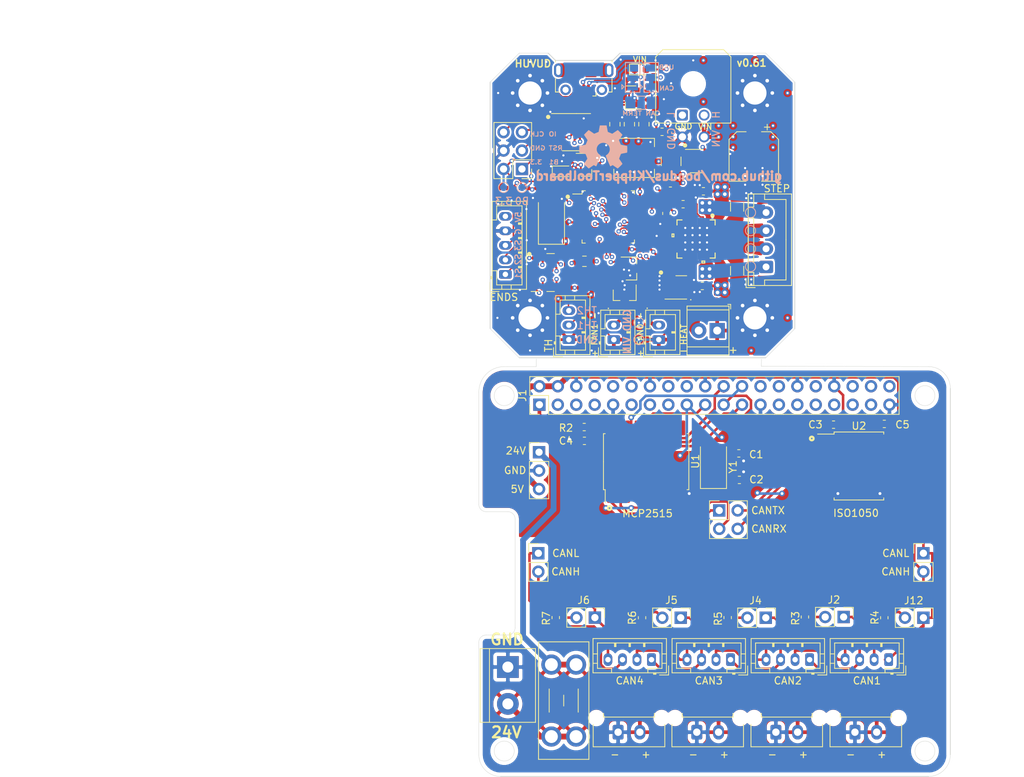
<source format=kicad_pcb>
(kicad_pcb (version 20171130) (host pcbnew "(5.1.10)-1")
  (layers (0 F.Cu signal) (1 In1.Cu signal) (2 In2.Cu signal) (31 B.Cu power) (34 B.Paste user) (35 F.Paste user) (36 B.SilkS user) (37 F.SilkS user) (38 B.Mask user) (39 F.Mask user) (44 Edge.Cuts user))
  (net 0 "")
  (net 1 GNDA)
  (net 2 GND)
  (net 3 ST_VS)
  (net 4 "Net-(C3-Pad1)")
  (net 5 "Net-(C4-Pad1)")
  (net 6 "Net-(C5-Pad1)")
  (net 7 "Net-(C5-Pad2)")
  (net 8 +3V3)
  (net 9 "Net-(C12-Pad2)")
  (net 10 "Net-(C13-Pad2)")
  (net 11 "Net-(D1-Pad1)")
  (net 12 "Net-(D1-Pad2)")
  (net 13 "Net-(D2-Pad1)")
  (net 14 "Net-(D2-Pad2)")
  (net 15 "Net-(D3-Pad2)")
  (net 16 "Net-(D3-Pad1)")
  (net 17 AREF)
  (net 18 THERM)
  (net 19 "Net-(R17-Pad1)")
  (net 20 ST_EN)
  (net 21 HEATER)
  (net 22 ST_STEP)
  (net 23 ST_DIR)
  (net 24 ST_DIAG)
  (net 25 "Net-(D6-Pad1)")
  (net 26 "Net-(D8-Pad1)")
  (net 27 SWCLK)
  (net 28 SWDIO)
  (net 29 "Net-(R6-Pad1)")
  (net 30 CANRX)
  (net 31 CANTX)
  (net 32 "Net-(D5-Pad1)")
  (net 33 LED0)
  (net 34 BRA)
  (net 35 BRB)
  (net 36 ST_UART_TX)
  (net 37 ST_UART_RX)
  (net 38 "Net-(J12-Pad6)")
  (net 39 NRST)
  (net 40 USBDM)
  (net 41 USBDP)
  (net 42 BOOT0)
  (net 43 "Net-(C21-Pad2)")
  (net 44 "Net-(C21-Pad1)")
  (net 45 FAN0)
  (net 46 FAN1)
  (net 47 /ST_A2)
  (net 48 /ST_A1)
  (net 49 /ST_B1)
  (net 50 /ST_B2)
  (net 51 "Net-(Q1-Pad1)")
  (net 52 "Net-(Q2-Pad1)")
  (net 53 "Net-(Q3-Pad2)")
  (net 54 BOOT1)
  (net 55 "Net-(C20-Pad2)")
  (net 56 "Net-(C20-Pad1)")
  (net 57 CANH)
  (net 58 CANL)
  (net 59 "Net-(J7-Pad3)")
  (net 60 "Net-(J7-Pad2)")
  (net 61 "Net-(J7-Pad1)")
  (net 62 ENDSTOP3)
  (net 63 ENDSTOP1)
  (net 64 ENDSTOP2)
  (net 65 ASCL)
  (net 66 ASDO)
  (net 67 ACS)
  (net 68 ASDI)
  (net 69 AINT1)
  (net 70 +5V)
  (net 71 "Net-(J3-Pad2)")
  (net 72 THERM2)
  (net 73 "Net-(J3-Pad3)")
  (net 74 "Net-(J1-Pad2)")
  (net 75 "Net-(J1-Pad1)")
  (net 76 DP)
  (net 77 DM)
  (net 78 "Net-(C1-Pad1)")
  (net 79 "Net-(C2-Pad1)")
  (net 80 GPIO25)
  (net 81 "Net-(J2-Pad2)")
  (net 82 "Net-(J4-Pad2)")
  (net 83 "Net-(J5-Pad2)")
  (net 84 "Net-(J6-Pad2)")
  (net 85 "Net-(R2-Pad1)")
  (net 86 MOSI)
  (net 87 MISO)
  (net 88 SCK)
  (net 89 CS)
  (net 90 "Net-(CAN1-Pad3)")
  (net 91 "Net-(CAN1-Pad4)")
  (net 92 "Net-(CAN2-Pad4)")
  (net 93 "Net-(CAN2-Pad3)")
  (net 94 "Net-(CAN3-Pad3)")
  (net 95 "Net-(CAN3-Pad4)")
  (net 96 "Net-(CAN4-Pad4)")
  (net 97 "Net-(CAN4-Pad3)")
  (net 98 "Net-(J11-Pad1)")
  (net 99 "Net-(J11-Pad3)")
  (net 100 "Net-(J12-Pad2)")
  (net 101 /CANTX)
  (net 102 /CANRX)
  (net 103 VDC)
  (net 104 "Net-(F1-Pad1)")
  (module Capacitor_SMD:C_0603_1608Metric (layer F.Cu) (at 240.71824 127.52324)
    (fp_text reference C1 (at 2.4 0.15) (layer F.SilkS))
    (fp_text value 22p)
    (pad 2 smd roundrect (at 0.7875 0) (size 0.875 0.95) (layers F.Cu F.Paste F.Mask) (net 2 GND))
    (pad 1 smd roundrect (at -0.7875 0) (size 0.875 0.95) (layers F.Cu F.Paste F.Mask) (net 78 "Net-(C1-Pad1)"))
  )
  (module Capacitor_SMD:C_0603_1608Metric (layer F.Cu) (at 240.79454 131.18084)
    (fp_text reference C2 (at 2.35 -0.05) (layer F.SilkS))
    (fp_text value 22p)
    (pad 1 smd roundrect (at -0.7875 0) (size 0.875 0.95) (layers F.Cu F.Paste F.Mask) (net 79 "Net-(C2-Pad1)"))
    (pad 2 smd roundrect (at 0.7875 0) (size 0.875 0.95) (layers F.Cu F.Paste F.Mask) (net 2 GND))
  )
  (module Connector_PinHeader_2.54mm:PinHeader_2x20_P2.54mm_Vertical (layer F.Cu) (at 213.22914 120.81004 90)
    (fp_text reference J1 (at 1.27 -2.33 90) (layer F.SilkS))
    (fp_text value Raspberry_Pi_2_3)
    (pad 1 thru_hole rect (at 0 0 90) (size 1.7 1.7) (drill 1) (layers *.Cu *.Mask) (net 8 +3V3))
    (pad 2 thru_hole oval (at 2.54 0 90) (size 1.7 1.7) (drill 1) (layers *.Cu *.Mask) (net 70 +5V))
    (pad 3 thru_hole oval (at 0 2.54 90) (size 1.7 1.7) (drill 1) (layers *.Cu *.Mask))
    (pad 4 thru_hole oval (at 2.54 2.54 90) (size 1.7 1.7) (drill 1) (layers *.Cu *.Mask) (net 70 +5V))
    (pad 5 thru_hole oval (at 0 5.08 90) (size 1.7 1.7) (drill 1) (layers *.Cu *.Mask))
    (pad 6 thru_hole oval (at 2.54 5.08 90) (size 1.7 1.7) (drill 1) (layers *.Cu *.Mask) (net 2 GND))
    (pad 7 thru_hole oval (at 0 7.62 90) (size 1.7 1.7) (drill 1) (layers *.Cu *.Mask))
    (pad 8 thru_hole oval (at 2.54 7.62 90) (size 1.7 1.7) (drill 1) (layers *.Cu *.Mask))
    (pad 9 thru_hole oval (at 0 10.16 90) (size 1.7 1.7) (drill 1) (layers *.Cu *.Mask) (net 2 GND))
    (pad 10 thru_hole oval (at 2.54 10.16 90) (size 1.7 1.7) (drill 1) (layers *.Cu *.Mask))
    (pad 11 thru_hole oval (at 0 12.7 90) (size 1.7 1.7) (drill 1) (layers *.Cu *.Mask))
    (pad 12 thru_hole oval (at 2.54 12.7 90) (size 1.7 1.7) (drill 1) (layers *.Cu *.Mask))
    (pad 13 thru_hole oval (at 0 15.24 90) (size 1.7 1.7) (drill 1) (layers *.Cu *.Mask))
    (pad 14 thru_hole oval (at 2.54 15.24 90) (size 1.7 1.7) (drill 1) (layers *.Cu *.Mask) (net 2 GND))
    (pad 15 thru_hole oval (at 0 17.78 90) (size 1.7 1.7) (drill 1) (layers *.Cu *.Mask))
    (pad 16 thru_hole oval (at 2.54 17.78 90) (size 1.7 1.7) (drill 1) (layers *.Cu *.Mask))
    (pad 17 thru_hole oval (at 0 20.32 90) (size 1.7 1.7) (drill 1) (layers *.Cu *.Mask) (net 8 +3V3))
    (pad 18 thru_hole oval (at 2.54 20.32 90) (size 1.7 1.7) (drill 1) (layers *.Cu *.Mask))
    (pad 19 thru_hole oval (at 0 22.86 90) (size 1.7 1.7) (drill 1) (layers *.Cu *.Mask) (net 86 MOSI))
    (pad 20 thru_hole oval (at 2.54 22.86 90) (size 1.7 1.7) (drill 1) (layers *.Cu *.Mask) (net 2 GND))
    (pad 21 thru_hole oval (at 0 25.4 90) (size 1.7 1.7) (drill 1) (layers *.Cu *.Mask) (net 87 MISO))
    (pad 22 thru_hole oval (at 2.54 25.4 90) (size 1.7 1.7) (drill 1) (layers *.Cu *.Mask) (net 80 GPIO25))
    (pad 23 thru_hole oval (at 0 27.94 90) (size 1.7 1.7) (drill 1) (layers *.Cu *.Mask) (net 88 SCK))
    (pad 24 thru_hole oval (at 2.54 27.94 90) (size 1.7 1.7) (drill 1) (layers *.Cu *.Mask) (net 89 CS))
    (pad 25 thru_hole oval (at 0 30.48 90) (size 1.7 1.7) (drill 1) (layers *.Cu *.Mask) (net 2 GND))
    (pad 26 thru_hole oval (at 2.54 30.48 90) (size 1.7 1.7) (drill 1) (layers *.Cu *.Mask))
    (pad 27 thru_hole oval (at 0 33.02 90) (size 1.7 1.7) (drill 1) (layers *.Cu *.Mask))
    (pad 28 thru_hole oval (at 2.54 33.02 90) (size 1.7 1.7) (drill 1) (layers *.Cu *.Mask))
    (pad 29 thru_hole oval (at 0 35.56 90) (size 1.7 1.7) (drill 1) (layers *.Cu *.Mask))
    (pad 30 thru_hole oval (at 2.54 35.56 90) (size 1.7 1.7) (drill 1) (layers *.Cu *.Mask) (net 2 GND))
    (pad 31 thru_hole oval (at 0 38.1 90) (size 1.7 1.7) (drill 1) (layers *.Cu *.Mask))
    (pad 32 thru_hole oval (at 2.54 38.1 90) (size 1.7 1.7) (drill 1) (layers *.Cu *.Mask))
    (pad 33 thru_hole oval (at 0 40.64 90) (size 1.7 1.7) (drill 1) (layers *.Cu *.Mask))
    (pad 34 thru_hole oval (at 2.54 40.64 90) (size 1.7 1.7) (drill 1) (layers *.Cu *.Mask) (net 2 GND))
    (pad 35 thru_hole oval (at 0 43.18 90) (size 1.7 1.7) (drill 1) (layers *.Cu *.Mask))
    (pad 36 thru_hole oval (at 2.54 43.18 90) (size 1.7 1.7) (drill 1) (layers *.Cu *.Mask))
    (pad 37 thru_hole oval (at 0 45.72 90) (size 1.7 1.7) (drill 1) (layers *.Cu *.Mask))
    (pad 38 thru_hole oval (at 2.54 45.72 90) (size 1.7 1.7) (drill 1) (layers *.Cu *.Mask))
    (pad 39 thru_hole oval (at 0 48.26 90) (size 1.7 1.7) (drill 1) (layers *.Cu *.Mask) (net 2 GND))
    (pad 40 thru_hole oval (at 2.54 48.26 90) (size 1.7 1.7) (drill 1) (layers *.Cu *.Mask))
  )
  (module Connector_PinHeader_2.54mm:PinHeader_1x02_P2.54mm_Vertical (layer F.Cu) (at 255.16914 150.08004 270)
    (fp_text reference J2 (at -2.37 1.34 180) (layer F.SilkS))
    (fp_text value Conn_01x02)
    (pad 1 thru_hole rect (at 0 0 270) (size 1.7 1.7) (drill 1) (layers *.Cu *.Mask) (net 90 "Net-(CAN1-Pad3)"))
    (pad 2 thru_hole oval (at 0 2.54 270) (size 1.7 1.7) (drill 1) (layers *.Cu *.Mask) (net 81 "Net-(J2-Pad2)"))
  )
  (module Connector_JST:JST_PH_B4B-PH-K_1x04_P2.00mm_Vertical (layer F.Cu) (at 261.37914 155.96004 180)
    (fp_text reference CAN1 (at 3 -2.9) (layer F.SilkS))
    (fp_text value Conn_01x04)
    (pad 1 thru_hole roundrect (at 0 0 180) (size 1.2 1.75) (drill 0.75) (layers *.Cu *.Mask) (roundrect_rratio 0.208333) (net 58 CANL))
    (pad 2 thru_hole oval (at 2 0 180) (size 1.2 1.75) (drill 0.75) (layers *.Cu *.Mask) (net 57 CANH))
    (pad 3 thru_hole oval (at 4 0 180) (size 1.2 1.75) (drill 0.75) (layers *.Cu *.Mask) (net 90 "Net-(CAN1-Pad3)"))
    (pad 4 thru_hole oval (at 6 0 180) (size 1.2 1.75) (drill 0.75) (layers *.Cu *.Mask) (net 91 "Net-(CAN1-Pad4)"))
  )
  (module Connector_PinHeader_2.54mm:PinHeader_1x02_P2.54mm_Vertical (layer F.Cu) (at 244.43914 150.18004 270)
    (fp_text reference J4 (at -2.37 1.41 180) (layer F.SilkS))
    (fp_text value Conn_01x02)
    (pad 2 thru_hole oval (at 0 2.54 270) (size 1.7 1.7) (drill 1) (layers *.Cu *.Mask) (net 82 "Net-(J4-Pad2)"))
    (pad 1 thru_hole rect (at 0 0 270) (size 1.7 1.7) (drill 1) (layers *.Cu *.Mask) (net 93 "Net-(CAN2-Pad3)"))
  )
  (module Connector_PinHeader_2.54mm:PinHeader_1x02_P2.54mm_Vertical (layer F.Cu) (at 232.70914 150.18004 270)
    (fp_text reference J5 (at -2.42 1.28 180) (layer F.SilkS))
    (fp_text value Conn_01x02)
    (pad 1 thru_hole rect (at 0 0 270) (size 1.7 1.7) (drill 1) (layers *.Cu *.Mask) (net 94 "Net-(CAN3-Pad3)"))
    (pad 2 thru_hole oval (at 0 2.54 270) (size 1.7 1.7) (drill 1) (layers *.Cu *.Mask) (net 83 "Net-(J5-Pad2)"))
  )
  (module Connector_PinHeader_2.54mm:PinHeader_1x02_P2.54mm_Vertical (layer F.Cu) (at 220.87914 150.16004 270)
    (fp_text reference J6 (at -2.4 1.55 180) (layer F.SilkS))
    (fp_text value Conn_01x02)
    (pad 2 thru_hole oval (at 0 2.54 270) (size 1.7 1.7) (drill 1) (layers *.Cu *.Mask) (net 84 "Net-(J6-Pad2)"))
    (pad 1 thru_hole rect (at 0 0 270) (size 1.7 1.7) (drill 1) (layers *.Cu *.Mask) (net 96 "Net-(CAN4-Pad4)"))
  )
  (module Connector_JST:JST_PH_B4B-PH-K_1x04_P2.00mm_Vertical (layer F.Cu) (at 250.47914 155.96004 180)
    (fp_text reference CAN2 (at 3 -2.9) (layer F.SilkS))
    (fp_text value Conn_01x04)
    (pad 4 thru_hole oval (at 6 0 180) (size 1.2 1.75) (drill 0.75) (layers *.Cu *.Mask) (net 92 "Net-(CAN2-Pad4)"))
    (pad 3 thru_hole oval (at 4 0 180) (size 1.2 1.75) (drill 0.75) (layers *.Cu *.Mask) (net 93 "Net-(CAN2-Pad3)"))
    (pad 2 thru_hole oval (at 2 0 180) (size 1.2 1.75) (drill 0.75) (layers *.Cu *.Mask) (net 91 "Net-(CAN1-Pad4)"))
    (pad 1 thru_hole roundrect (at 0 0 180) (size 1.2 1.75) (drill 0.75) (layers *.Cu *.Mask) (roundrect_rratio 0.208333) (net 90 "Net-(CAN1-Pad3)"))
  )
  (module Connector_JST:JST_PH_B4B-PH-K_1x04_P2.00mm_Vertical (layer F.Cu) (at 239.57914 155.96004 180)
    (fp_text reference CAN3 (at 3 -2.9) (layer F.SilkS))
    (fp_text value Conn_01x04)
    (pad 1 thru_hole roundrect (at 0 0 180) (size 1.2 1.75) (drill 0.75) (layers *.Cu *.Mask) (roundrect_rratio 0.208333) (net 93 "Net-(CAN2-Pad3)"))
    (pad 2 thru_hole oval (at 2 0 180) (size 1.2 1.75) (drill 0.75) (layers *.Cu *.Mask) (net 92 "Net-(CAN2-Pad4)"))
    (pad 3 thru_hole oval (at 4 0 180) (size 1.2 1.75) (drill 0.75) (layers *.Cu *.Mask) (net 94 "Net-(CAN3-Pad3)"))
    (pad 4 thru_hole oval (at 6 0 180) (size 1.2 1.75) (drill 0.75) (layers *.Cu *.Mask) (net 95 "Net-(CAN3-Pad4)"))
  )
  (module Connector_JST:JST_PH_B4B-PH-K_1x04_P2.00mm_Vertical (layer F.Cu) (at 228.67914 155.96004 180)
    (fp_text reference CAN4 (at 3 -2.9) (layer F.SilkS))
    (fp_text value Conn_01x04)
    (pad 4 thru_hole oval (at 6 0 180) (size 1.2 1.75) (drill 0.75) (layers *.Cu *.Mask) (net 96 "Net-(CAN4-Pad4)"))
    (pad 3 thru_hole oval (at 4 0 180) (size 1.2 1.75) (drill 0.75) (layers *.Cu *.Mask) (net 97 "Net-(CAN4-Pad3)"))
    (pad 2 thru_hole oval (at 2 0 180) (size 1.2 1.75) (drill 0.75) (layers *.Cu *.Mask) (net 95 "Net-(CAN3-Pad4)"))
    (pad 1 thru_hole roundrect (at 0 0 180) (size 1.2 1.75) (drill 0.75) (layers *.Cu *.Mask) (roundrect_rratio 0.208333) (net 94 "Net-(CAN3-Pad3)"))
  )
  (module Resistor_SMD:R_0603_1608Metric (layer F.Cu) (at 219.40774 123.89104)
    (fp_text reference R2 (at -2.5146 0.127) (layer F.SilkS))
    (fp_text value 10k)
    (pad 1 smd roundrect (at -0.7875 0) (size 0.875 0.95) (layers F.Cu F.Paste F.Mask) (net 85 "Net-(R2-Pad1)"))
    (pad 2 smd roundrect (at 0.7875 0) (size 0.875 0.95) (layers F.Cu F.Paste F.Mask) (net 8 +3V3))
  )
  (module Resistor_SMD:R_0603_1608Metric (layer F.Cu) (at 249.83514 150.08004 270)
    (fp_text reference R3 (at 0.18 1.3 90) (layer F.SilkS))
    (fp_text value 120R)
    (pad 1 smd roundrect (at -0.7875 0 270) (size 0.875 0.95) (layers F.Cu F.Paste F.Mask) (net 81 "Net-(J2-Pad2)"))
    (pad 2 smd roundrect (at 0.7875 0 270) (size 0.875 0.95) (layers F.Cu F.Paste F.Mask) (net 91 "Net-(CAN1-Pad4)"))
  )
  (module Resistor_SMD:R_0603_1608Metric (layer F.Cu) (at 260.77914 150.18004 90)
    (fp_text reference R4 (at 0.02 -1.3 90) (layer F.SilkS))
    (fp_text value 120R)
    (pad 2 smd roundrect (at 0.7875 0 90) (size 0.875 0.95) (layers F.Cu F.Paste F.Mask) (net 100 "Net-(J12-Pad2)"))
    (pad 1 smd roundrect (at -0.7875 0 90) (size 0.875 0.95) (layers F.Cu F.Paste F.Mask) (net 57 CANH))
  )
  (module Resistor_SMD:R_0603_1608Metric (layer F.Cu) (at 239.17914 150.16004 270)
    (fp_text reference R5 (at 0.15 1.3 90) (layer F.SilkS))
    (fp_text value 120R)
    (pad 1 smd roundrect (at -0.7875 0 270) (size 0.875 0.95) (layers F.Cu F.Paste F.Mask) (net 82 "Net-(J4-Pad2)"))
    (pad 2 smd roundrect (at 0.7875 0 270) (size 0.875 0.95) (layers F.Cu F.Paste F.Mask) (net 92 "Net-(CAN2-Pad4)"))
  )
  (module Resistor_SMD:R_0603_1608Metric (layer F.Cu) (at 227.37914 150.18004 270)
    (fp_text reference R6 (at 0 1.35 90) (layer F.SilkS))
    (fp_text value 120R)
    (pad 2 smd roundrect (at 0.7875 0 270) (size 0.875 0.95) (layers F.Cu F.Paste F.Mask) (net 95 "Net-(CAN3-Pad4)"))
    (pad 1 smd roundrect (at -0.7875 0 270) (size 0.875 0.95) (layers F.Cu F.Paste F.Mask) (net 83 "Net-(J5-Pad2)"))
  )
  (module Resistor_SMD:R_0603_1608Metric (layer F.Cu) (at 215.47914 150.16004 270)
    (fp_text reference R7 (at 0.1 1.3 90) (layer F.SilkS))
    (fp_text value 120R)
    (pad 1 smd roundrect (at -0.7875 0 270) (size 0.875 0.95) (layers F.Cu F.Paste F.Mask) (net 84 "Net-(J6-Pad2)"))
    (pad 2 smd roundrect (at 0.7875 0 270) (size 0.875 0.95) (layers F.Cu F.Paste F.Mask) (net 97 "Net-(CAN4-Pad3)"))
  )
  (module Package_SO:SOIC-18W_7.5x11.6mm_P1.27mm (layer F.Cu) (at 227.94214 128.66624 90)
    (fp_text reference U1 (at 0.0432 6.796 270) (layer F.SilkS))
    (fp_text value MCP2515-xSO)
    (pad 1 smd roundrect (at -4.65 -5.08 90) (size 2.05 0.6) (layers F.Cu F.Paste F.Mask) (net 98 "Net-(J11-Pad1)"))
    (pad 2 smd roundrect (at -4.65 -3.81 90) (size 2.05 0.6) (layers F.Cu F.Paste F.Mask) (net 99 "Net-(J11-Pad3)"))
    (pad 3 smd roundrect (at -4.65 -2.54 90) (size 2.05 0.6) (layers F.Cu F.Paste F.Mask))
    (pad 4 smd roundrect (at -4.65 -1.27 90) (size 2.05 0.6) (layers F.Cu F.Paste F.Mask))
    (pad 5 smd roundrect (at -4.65 0 90) (size 2.05 0.6) (layers F.Cu F.Paste F.Mask))
    (pad 6 smd roundrect (at -4.65 1.27 90) (size 2.05 0.6) (layers F.Cu F.Paste F.Mask))
    (pad 7 smd roundrect (at -4.65 2.54 90) (size 2.05 0.6) (layers F.Cu F.Paste F.Mask) (net 78 "Net-(C1-Pad1)"))
    (pad 8 smd roundrect (at -4.65 3.81 90) (size 2.05 0.6) (layers F.Cu F.Paste F.Mask) (net 79 "Net-(C2-Pad1)"))
    (pad 9 smd roundrect (at -4.65 5.08 90) (size 2.05 0.6) (layers F.Cu F.Paste F.Mask) (net 2 GND))
    (pad 10 smd roundrect (at 4.65 5.08 90) (size 2.05 0.6) (layers F.Cu F.Paste F.Mask))
    (pad 11 smd roundrect (at 4.65 3.81 90) (size 2.05 0.6) (layers F.Cu F.Paste F.Mask))
    (pad 12 smd roundrect (at 4.65 2.54 90) (size 2.05 0.6) (layers F.Cu F.Paste F.Mask) (net 80 GPIO25))
    (pad 13 smd roundrect (at 4.65 1.27 90) (size 2.05 0.6) (layers F.Cu F.Paste F.Mask) (net 88 SCK))
    (pad 14 smd roundrect (at 4.65 0 90) (size 2.05 0.6) (layers F.Cu F.Paste F.Mask) (net 86 MOSI))
    (pad 15 smd roundrect (at 4.65 -1.27 90) (size 2.05 0.6) (layers F.Cu F.Paste F.Mask) (net 87 MISO))
    (pad 16 smd roundrect (at 4.65 -2.54 90) (size 2.05 0.6) (layers F.Cu F.Paste F.Mask) (net 89 CS))
    (pad 17 smd roundrect (at 4.65 -3.81 90) (size 2.05 0.6) (layers F.Cu F.Paste F.Mask) (net 85 "Net-(R2-Pad1)"))
    (pad 18 smd roundrect (at 4.65 -5.08 90) (size 2.05 0.6) (layers F.Cu F.Paste F.Mask) (net 8 +3V3))
  )
  (module Crystal:Crystal_SMD_5032-2Pin_5.0x3.2mm (layer F.Cu) (at 237.22334 129.31264 90)
    (fp_text reference Y1 (at -0.0648 2.6822 90) (layer F.SilkS))
    (fp_text value Crystal)
    (pad 1 smd rect (at -1.85 0 90) (size 2 2.4) (layers F.Cu F.Paste F.Mask) (net 79 "Net-(C2-Pad1)"))
    (pad 2 smd rect (at 1.85 0 90) (size 2 2.4) (layers F.Cu F.Paste F.Mask) (net 78 "Net-(C1-Pad1)"))
  )
  (module TerminalBlock:TerminalBlock_bornier-2_P5.08mm (layer F.Cu) (at 208.87914 156.97604 270)
    (fp_text reference J3 hide)
    (fp_text value Conn_01x02)
    (pad 1 thru_hole rect (at 0 0 270) (size 3 3) (drill 1.52) (layers *.Cu *.Mask) (net 2 GND))
    (pad 2 thru_hole circle (at 5.08 0 270) (size 3 3) (drill 1.52) (layers *.Cu *.Mask) (net 104 "Net-(F1-Pad1)"))
  )
  (module Capacitor_SMD:C_0603_1608Metric (layer F.Cu) (at 253.77914 123.56004 180)
    (fp_text reference C3 (at 2.5 0) (layer F.SilkS))
    (fp_text value 0.1uF)
    (pad 1 smd roundrect (at -0.7875 0 180) (size 0.875 0.95) (layers F.Cu F.Paste F.Mask) (net 2 GND))
    (pad 2 smd roundrect (at 0.7875 0 180) (size 0.875 0.95) (layers F.Cu F.Paste F.Mask) (net 8 +3V3))
  )
  (module Capacitor_SMD:C_0603_1608Metric (layer F.Cu) (at 219.43314 125.79604)
    (fp_text reference C4 (at -2.54 0) (layer F.SilkS))
    (fp_text value 0.1uF)
    (pad 2 smd roundrect (at 0.7875 0) (size 0.875 0.95) (layers F.Cu F.Paste F.Mask) (net 8 +3V3))
    (pad 1 smd roundrect (at -0.7875 0) (size 0.875 0.95) (layers F.Cu F.Paste F.Mask) (net 2 GND))
  )
  (module Connector_PinHeader_2.54mm:PinHeader_2x02_P2.54mm_Vertical (layer F.Cu) (at 238.01914 135.39004)
    (fp_text reference J11 hide)
    (fp_text value Conn_02x02_Odd_Even)
    (pad 1 thru_hole rect (at 0 0) (size 1.7 1.7) (drill 1) (layers *.Cu *.Mask) (net 98 "Net-(J11-Pad1)"))
    (pad 2 thru_hole oval (at 2.54 0) (size 1.7 1.7) (drill 1) (layers *.Cu *.Mask) (net 101 /CANTX))
    (pad 3 thru_hole oval (at 0 2.54) (size 1.7 1.7) (drill 1) (layers *.Cu *.Mask) (net 99 "Net-(J11-Pad3)"))
    (pad 4 thru_hole oval (at 2.54 2.54) (size 1.7 1.7) (drill 1) (layers *.Cu *.Mask) (net 102 /CANRX))
  )
  (module Connector_PinHeader_2.54mm:PinHeader_1x02_P2.54mm_Vertical (layer F.Cu) (at 266.16914 150.18004 270)
    (fp_text reference J12 (at -2.37 1.34 180) (layer F.SilkS))
    (fp_text value Conn_01x02)
    (pad 2 thru_hole oval (at 0 2.54 270) (size 1.7 1.7) (drill 1) (layers *.Cu *.Mask) (net 100 "Net-(J12-Pad2)"))
    (pad 1 thru_hole rect (at 0 0 270) (size 1.7 1.7) (drill 1) (layers *.Cu *.Mask) (net 58 CANL))
  )
  (module Connector_PinHeader_2.54mm:PinHeader_1x02_P2.54mm_Vertical (layer F.Cu) (at 266.16914 141.29004)
    (fp_text reference J13 hide)
    (fp_text value Conn_01x02)
    (pad 1 thru_hole rect (at 0 0) (size 1.7 1.7) (drill 1) (layers *.Cu *.Mask) (net 58 CANL))
    (pad 2 thru_hole oval (at 0 2.54) (size 1.7 1.7) (drill 1) (layers *.Cu *.Mask) (net 57 CANH))
  )
  (module Connector_PinHeader_2.54mm:PinHeader_1x02_P2.54mm_Vertical (layer F.Cu) (at 213.08314 141.29004)
    (fp_text reference J14 hide)
    (fp_text value Conn_01x02)
    (pad 1 thru_hole rect (at 0 0) (size 1.7 1.7) (drill 1) (layers *.Cu *.Mask) (net 97 "Net-(CAN4-Pad3)"))
    (pad 2 thru_hole oval (at 0 2.54) (size 1.7 1.7) (drill 1) (layers *.Cu *.Mask) (net 96 "Net-(CAN4-Pad4)"))
  )
  (module Connector_PinHeader_2.54mm:PinHeader_1x03_P2.54mm_Vertical (layer F.Cu) (at 213.17914 127.36004)
    (fp_text reference J15 hide)
    (fp_text value Conn_01x04)
    (pad 1 thru_hole rect (at 0 0) (size 1.7 1.7) (drill 1) (layers *.Cu *.Mask) (net 103 VDC))
    (pad 2 thru_hole oval (at 0 2.54) (size 1.7 1.7) (drill 1) (layers *.Cu *.Mask) (net 2 GND))
    (pad 3 thru_hole oval (at 0 5.08) (size 1.7 1.7) (drill 1) (layers *.Cu *.Mask) (net 70 +5V))
  )
  (module Package_SO:SOP-8_6.62x9.15mm_P2.54mm (layer F.Cu) (at 257.27914 129.26004)
    (fp_text reference U2 (at 0 -5.52) (layer F.SilkS))
    (fp_text value ISO1050DUB)
    (pad 1 smd roundrect (at -4.525 -3.81) (size 2.35 0.65) (layers F.Cu F.Paste F.Mask) (net 8 +3V3))
    (pad 2 smd roundrect (at -4.525 -1.27) (size 2.35 0.65) (layers F.Cu F.Paste F.Mask) (net 101 /CANTX))
    (pad 3 smd roundrect (at -4.525 1.27) (size 2.35 0.65) (layers F.Cu F.Paste F.Mask) (net 102 /CANRX))
    (pad 4 smd roundrect (at -4.525 3.81) (size 2.35 0.65) (layers F.Cu F.Paste F.Mask) (net 2 GND))
    (pad 5 smd roundrect (at 4.525 3.81) (size 2.35 0.65) (layers F.Cu F.Paste F.Mask) (net 2 GND))
    (pad 6 smd roundrect (at 4.525 1.27) (size 2.35 0.65) (layers F.Cu F.Paste F.Mask) (net 58 CANL))
    (pad 7 smd roundrect (at 4.525 -1.27) (size 2.35 0.65) (layers F.Cu F.Paste F.Mask) (net 57 CANH))
    (pad 8 smd roundrect (at 4.525 -3.81) (size 2.35 0.65) (layers F.Cu F.Paste F.Mask) (net 70 +5V))
  )
  (module Capacitor_SMD:C_0603_1608Metric (layer F.Cu) (at 260.77914 123.46004)
    (fp_text reference C5 (at 2.5 0.1) (layer F.SilkS))
    (fp_text value 0.1uF)
    (pad 1 smd roundrect (at -0.7875 0) (size 0.875 0.95) (layers F.Cu F.Paste F.Mask) (net 2 GND))
    (pad 2 smd roundrect (at 0.7875 0) (size 0.875 0.95) (layers F.Cu F.Paste F.Mask) (net 70 +5V))
  )
  (module Fuse:Fuseholder_Blade_Mini_Keystone_3568 (layer F.Cu) (at 214.87914 166.56004 90)
    (fp_text reference F1 hide)
    (fp_text value Fuse)
    (pad 1 thru_hole circle (at 0 0 90) (size 2.78 2.78) (drill 1.78) (layers *.Cu *.Mask) (net 104 "Net-(F1-Pad1)"))
    (pad 1 thru_hole circle (at 0 3.4 90) (size 2.78 2.78) (drill 1.78) (layers *.Cu *.Mask) (net 104 "Net-(F1-Pad1)"))
    (pad 2 thru_hole circle (at 9.92 0 90) (size 2.78 2.78) (drill 1.78) (layers *.Cu *.Mask) (net 103 VDC))
    (pad 2 thru_hole circle (at 9.92 3.4 90) (size 2.78 2.78) (drill 1.78) (layers *.Cu *.Mask) (net 103 VDC))
  )
  (module Connector_Molex:Molex_Micro-Fit_3.0_43650-0215_1x02_P3.00mm_Vertical (layer F.Cu) (at 256.72914 165.96004)
    (fp_text reference J7 hide)
    (fp_text value Conn_01x02)
    (pad "" np_thru_hole circle (at -3 -1.96) (size 1.27 1.27) (drill 1.27) (layers *.Cu *.Mask))
    (pad "" np_thru_hole circle (at 6 -1.96) (size 1.27 1.27) (drill 1.27) (layers *.Cu *.Mask))
    (pad 1 thru_hole roundrect (at 0 0) (size 1.5 2.02) (drill 1.02) (layers *.Cu *.Mask) (roundrect_rratio 0.166667) (net 2 GND))
    (pad 2 thru_hole oval (at 3 0) (size 1.5 2.02) (drill 1.02) (layers *.Cu *.Mask) (net 103 VDC))
  )
  (module Connector_Molex:Molex_Micro-Fit_3.0_43650-0215_1x02_P3.00mm_Vertical (layer F.Cu) (at 245.82914 165.96004)
    (fp_text reference J8 hide)
    (fp_text value Conn_01x02)
    (pad "" np_thru_hole circle (at -3 -1.96) (size 1.27 1.27) (drill 1.27) (layers *.Cu *.Mask))
    (pad "" np_thru_hole circle (at 6 -1.96) (size 1.27 1.27) (drill 1.27) (layers *.Cu *.Mask))
    (pad 1 thru_hole roundrect (at 0 0) (size 1.5 2.02) (drill 1.02) (layers *.Cu *.Mask) (roundrect_rratio 0.166667) (net 2 GND))
    (pad 2 thru_hole oval (at 3 0) (size 1.5 2.02) (drill 1.02) (layers *.Cu *.Mask) (net 103 VDC))
  )
  (module Connector_Molex:Molex_Micro-Fit_3.0_43650-0215_1x02_P3.00mm_Vertical (layer F.Cu) (at 234.92914 165.96004)
    (fp_text reference J9 hide)
    (fp_text value Conn_01x02)
    (pad 2 thru_hole oval (at 3 0) (size 1.5 2.02) (drill 1.02) (layers *.Cu *.Mask) (net 103 VDC))
    (pad 1 thru_hole roundrect (at 0 0) (size 1.5 2.02) (drill 1.02) (layers *.Cu *.Mask) (roundrect_rratio 0.166667) (net 2 GND))
    (pad "" np_thru_hole circle (at 6 -1.96) (size 1.27 1.27) (drill 1.27) (layers *.Cu *.Mask))
    (pad "" np_thru_hole circle (at -3 -1.96) (size 1.27 1.27) (drill 1.27) (layers *.Cu *.Mask))
  )
  (module Connector_Molex:Molex_Micro-Fit_3.0_43650-0215_1x02_P3.00mm_Vertical (layer F.Cu) (at 224.07914 165.96004)
    (fp_text reference J10 hide)
    (fp_text value Conn_01x02)
    (pad "" np_thru_hole circle (at -3 -1.96) (size 1.27 1.27) (drill 1.27) (layers *.Cu *.Mask))
    (pad "" np_thru_hole circle (at 6 -1.96) (size 1.27 1.27) (drill 1.27) (layers *.Cu *.Mask))
    (pad 1 thru_hole roundrect (at 0 0) (size 1.5 2.02) (drill 1.02) (layers *.Cu *.Mask) (roundrect_rratio 0.166667) (net 2 GND))
    (pad 2 thru_hole oval (at 3 0) (size 1.5 2.02) (drill 1.02) (layers *.Cu *.Mask) (net 103 VDC))
  )
  (module Resistor_SMD:R_1206_3216Metric_Pad1.42x1.75mm_HandSolder (layer B.Cu) (at 227.23734 79.1894)
    (fp_text reference R38 hide)
    (fp_text value 120)
    (pad 2 smd roundrect (at 1.4875 0) (size 1.425 1.75) (layers B.Cu B.Paste B.Mask) (roundrect_rratio 0.175439) (net 57 CANH))
    (pad 1 smd roundrect (at -1.4875 0) (size 1.425 1.75) (layers B.Cu B.Paste B.Mask) (roundrect_rratio 0.175439) (net 58 CANL))
  )
  (module Capacitor_SMD:C_0402_1005Metric (layer F.Cu) (at 228.13734 77.3394 270)
    (fp_text reference C29 hide)
    (fp_text value 22pF)
    (pad 2 smd roundrect (at 0.485 0 270) (size 0.59 0.64) (layers F.Cu F.Paste F.Mask) (net 57 CANH))
    (pad 1 smd roundrect (at -0.485 0 270) (size 0.59 0.64) (layers F.Cu F.Paste F.Mask) (net 2 GND))
  )
  (module Jumper:SolderJumper-3_P1.3mm_Bridged12_Pad1.0x1.5mm (layer B.Cu) (at 228.63734 75.6894 90)
    (fp_text reference JP2 hide)
    (fp_text value Jumper_3_Bridged12)
    (fp_poly (pts (xy -0.9 0.3) (xy -0.4 0.3) (xy -0.4 -0.3) (xy -0.9 -0.3)) (layer B.Cu) (width 0))
    (pad 2 smd rect (at 0 0 90) (size 1 1.5) (layers B.Cu B.Mask) (net 74 "Net-(J1-Pad2)"))
    (pad 3 smd rect (at 1.3 0 90) (size 1 1.5) (layers B.Cu B.Mask) (net 76 DP))
    (pad 1 smd rect (at -1.3 0 90) (size 1 1.5) (layers B.Cu B.Mask) (net 57 CANH))
  )
  (module Jumper:SolderJumper-3_P1.3mm_Bridged12_Pad1.0x1.5mm (layer B.Cu) (at 226.08734 75.6894 90)
    (fp_text reference JP1 hide)
    (fp_text value Jumper_3_Bridged12)
    (fp_poly (pts (xy -0.9 0.3) (xy -0.4 0.3) (xy -0.4 -0.3) (xy -0.9 -0.3)) (layer B.Cu) (width 0))
    (pad 2 smd rect (at 0 0 90) (size 1 1.5) (layers B.Cu B.Mask) (net 75 "Net-(J1-Pad1)"))
    (pad 3 smd rect (at 1.3 0 90) (size 1 1.5) (layers B.Cu B.Mask) (net 77 DM))
    (pad 1 smd rect (at -1.3 0 90) (size 1 1.5) (layers B.Cu B.Mask) (net 58 CANL))
  )
  (module Resistor_SMD:R_0402_1005Metric (layer F.Cu) (at 217.03734 104.6894)
    (fp_text reference R31 hide)
    (fp_text value 2.2k)
    (pad 2 smd roundrect (at 0.485 0) (size 0.59 0.64) (layers F.Cu F.Paste F.Mask) (net 17 AREF))
    (pad 1 smd roundrect (at -0.485 0) (size 0.59 0.64) (layers F.Cu F.Paste F.Mask) (net 73 "Net-(J3-Pad3)"))
  )
  (module Resistor_SMD:R_0402_1005Metric (layer F.Cu) (at 217.03734 103.7394 180)
    (fp_text reference R30 hide)
    (fp_text value 10k)
    (pad 2 smd roundrect (at 0.485 0 180) (size 0.59 0.64) (layers F.Cu F.Paste F.Mask) (net 73 "Net-(J3-Pad3)"))
    (pad 1 smd roundrect (at -0.485 0 180) (size 0.59 0.64) (layers F.Cu F.Paste F.Mask) (net 72 THERM2))
  )
  (module Connector_JST:JST_PH_B3B-PH-K_1x03_P2.00mm_Vertical (layer F.Cu) (at 217.28734 111.8394 90)
    (fp_text reference J3 hide)
    (fp_text value THERM)
    (pad 3 thru_hole oval (at 4 0 90) (size 1.2 1.75) (drill 0.75) (layers *.Cu *.Mask) (net 73 "Net-(J3-Pad3)"))
    (pad 2 thru_hole oval (at 2 0 90) (size 1.2 1.75) (drill 0.75) (layers *.Cu *.Mask) (net 71 "Net-(J3-Pad2)"))
    (pad 1 thru_hole roundrect (at 0 0 90) (size 1.2 1.75) (drill 0.75) (layers *.Cu *.Mask) (roundrect_rratio 0.208333) (net 1 GNDA))
  )
  (module Capacitor_SMD:C_0402_1005Metric (layer F.Cu) (at 217.03734 102.7894)
    (fp_text reference C36 hide)
    (fp_text value 0.1uF)
    (pad 2 smd roundrect (at 0.485 0) (size 0.59 0.64) (layers F.Cu F.Paste F.Mask) (net 72 THERM2))
    (pad 1 smd roundrect (at -0.485 0) (size 0.59 0.64) (layers F.Cu F.Paste F.Mask) (net 1 GNDA))
  )
  (module Capacitor_SMD:C_0402_1005Metric (layer F.Cu) (at 221.93734 88.5394 90)
    (fp_text reference C35 hide)
    (fp_text value 4.7uF)
    (pad 2 smd roundrect (at 0.485 0 90) (size 0.59 0.64) (layers F.Cu F.Paste F.Mask) (net 70 +5V))
    (pad 1 smd roundrect (at -0.485 0 90) (size 0.59 0.64) (layers F.Cu F.Paste F.Mask) (net 2 GND))
  )
  (module Capacitor_SMD:C_0402_1005Metric (layer F.Cu) (at 212.88734 99.2894 180)
    (fp_text reference C34 hide)
    (fp_text value 4.7uF)
    (pad 2 smd roundrect (at 0.485 0 180) (size 0.59 0.64) (layers F.Cu F.Paste F.Mask) (net 8 +3V3))
    (pad 1 smd roundrect (at -0.485 0 180) (size 0.59 0.64) (layers F.Cu F.Paste F.Mask) (net 2 GND))
  )
  (module Capacitor_SMD:C_0402_1005Metric (layer F.Cu) (at 217.38734 86.9394 270)
    (fp_text reference C33 hide)
    (fp_text value 4.7uF)
    (pad 2 smd roundrect (at 0.485 0 270) (size 0.59 0.64) (layers F.Cu F.Paste F.Mask) (net 8 +3V3))
    (pad 1 smd roundrect (at -0.485 0 270) (size 0.59 0.64) (layers F.Cu F.Paste F.Mask) (net 2 GND))
  )
  (module Package_QFP:LQFP-48_7x7mm_P0.5mm (layer F.Cu) (at 222.72094 94.9225)
    (fp_text reference U5 hide)
    (fp_text value STM32F103C8T6 hide)
    (pad 1 smd roundrect (at -4.1625 -2.75) (size 1.475 0.3) (layers F.Cu F.Paste F.Mask) (net 8 +3V3))
    (pad 2 smd roundrect (at -4.1625 -2.25) (size 1.475 0.3) (layers F.Cu F.Paste F.Mask) (net 33 LED0))
    (pad 3 smd roundrect (at -4.1625 -1.75) (size 1.475 0.3) (layers F.Cu F.Paste F.Mask))
    (pad 4 smd roundrect (at -4.1625 -1.25) (size 1.475 0.3) (layers F.Cu F.Paste F.Mask))
    (pad 5 smd roundrect (at -4.1625 -0.75) (size 1.475 0.3) (layers F.Cu F.Paste F.Mask) (net 10 "Net-(C13-Pad2)"))
    (pad 6 smd roundrect (at -4.1625 -0.25) (size 1.475 0.3) (layers F.Cu F.Paste F.Mask) (net 9 "Net-(C12-Pad2)"))
    (pad 7 smd roundrect (at -4.1625 0.25) (size 1.475 0.3) (layers F.Cu F.Paste F.Mask) (net 39 NRST))
    (pad 8 smd roundrect (at -4.1625 0.75) (size 1.475 0.3) (layers F.Cu F.Paste F.Mask) (net 1 GNDA))
    (pad 9 smd roundrect (at -4.1625 1.25) (size 1.475 0.3) (layers F.Cu F.Paste F.Mask) (net 17 AREF))
    (pad 10 smd roundrect (at -4.1625 1.75) (size 1.475 0.3) (layers F.Cu F.Paste F.Mask) (net 18 THERM))
    (pad 11 smd roundrect (at -4.1625 2.25) (size 1.475 0.3) (layers F.Cu F.Paste F.Mask) (net 72 THERM2))
    (pad 12 smd roundrect (at -4.1625 2.75) (size 1.475 0.3) (layers F.Cu F.Paste F.Mask))
    (pad 13 smd roundrect (at -2.75 4.1625) (size 0.3 1.475) (layers F.Cu F.Paste F.Mask))
    (pad 14 smd roundrect (at -2.25 4.1625) (size 0.3 1.475) (layers F.Cu F.Paste F.Mask))
    (pad 15 smd roundrect (at -1.75 4.1625) (size 0.3 1.475) (layers F.Cu F.Paste F.Mask))
    (pad 16 smd roundrect (at -1.25 4.1625) (size 0.3 1.475) (layers F.Cu F.Paste F.Mask) (net 21 HEATER))
    (pad 17 smd roundrect (at -0.75 4.1625) (size 0.3 1.475) (layers F.Cu F.Paste F.Mask) (net 46 FAN1))
    (pad 18 smd roundrect (at -0.25 4.1625) (size 0.3 1.475) (layers F.Cu F.Paste F.Mask) (net 69 AINT1))
    (pad 19 smd roundrect (at 0.25 4.1625) (size 0.3 1.475) (layers F.Cu F.Paste F.Mask) (net 67 ACS))
    (pad 20 smd roundrect (at 0.75 4.1625) (size 0.3 1.475) (layers F.Cu F.Paste F.Mask) (net 54 BOOT1))
    (pad 21 smd roundrect (at 1.25 4.1625) (size 0.3 1.475) (layers F.Cu F.Paste F.Mask) (net 63 ENDSTOP1))
    (pad 22 smd roundrect (at 1.75 4.1625) (size 0.3 1.475) (layers F.Cu F.Paste F.Mask) (net 64 ENDSTOP2))
    (pad 23 smd roundrect (at 2.25 4.1625) (size 0.3 1.475) (layers F.Cu F.Paste F.Mask) (net 2 GND))
    (pad 24 smd roundrect (at 2.75 4.1625) (size 0.3 1.475) (layers F.Cu F.Paste F.Mask) (net 8 +3V3))
    (pad 25 smd roundrect (at 4.1625 2.75) (size 1.475 0.3) (layers F.Cu F.Paste F.Mask) (net 62 ENDSTOP3))
    (pad 26 smd roundrect (at 4.1625 2.25) (size 1.475 0.3) (layers F.Cu F.Paste F.Mask) (net 65 ASCL))
    (pad 27 smd roundrect (at 4.1625 1.75) (size 1.475 0.3) (layers F.Cu F.Paste F.Mask) (net 66 ASDO))
    (pad 28 smd roundrect (at 4.1625 1.25) (size 1.475 0.3) (layers F.Cu F.Paste F.Mask) (net 68 ASDI))
    (pad 29 smd roundrect (at 4.1625 0.75) (size 1.475 0.3) (layers F.Cu F.Paste F.Mask) (net 45 FAN0))
    (pad 30 smd roundrect (at 4.1625 0.25) (size 1.475 0.3) (layers F.Cu F.Paste F.Mask) (net 36 ST_UART_TX))
    (pad 31 smd roundrect (at 4.1625 -0.25) (size 1.475 0.3) (layers F.Cu F.Paste F.Mask) (net 37 ST_UART_RX))
    (pad 32 smd roundrect (at 4.1625 -0.75) (size 1.475 0.3) (layers F.Cu F.Paste F.Mask) (net 40 USBDM))
    (pad 33 smd roundrect (at 4.1625 -1.25) (size 1.475 0.3) (layers F.Cu F.Paste F.Mask) (net 41 USBDP))
    (pad 34 smd roundrect (at 4.1625 -1.75) (size 1.475 0.3) (layers F.Cu F.Paste F.Mask) (net 28 SWDIO))
    (pad 35 smd roundrect (at 4.1625 -2.25) (size 1.475 0.3) (layers F.Cu F.Paste F.Mask) (net 2 GND))
    (pad 36 smd roundrect (at 4.1625 -2.75) (size 1.475 0.3) (layers F.Cu F.Paste F.Mask) (net 8 +3V3))
    (pad 37 smd roundrect (at 2.75 -4.1625) (size 0.3 1.475) (layers F.Cu F.Paste F.Mask) (net 27 SWCLK))
    (pad 38 smd roundrect (at 2.25 -4.1625) (size 0.3 1.475) (layers F.Cu F.Paste F.Mask) (net 24 ST_DIAG))
    (pad 39 smd roundrect (at 1.75 -4.1625) (size 0.3 1.475) (layers F.Cu F.Paste F.Mask) (net 22 ST_STEP))
    (pad 40 smd roundrect (at 1.25 -4.1625) (size 0.3 1.475) (layers F.Cu F.Paste F.Mask) (net 23 ST_DIR))
    (pad 41 smd roundrect (at 0.75 -4.1625) (size 0.3 1.475) (layers F.Cu F.Paste F.Mask) (net 20 ST_EN))
    (pad 42 smd roundrect (at 0.25 -4.1625) (size 0.3 1.475) (layers F.Cu F.Paste F.Mask))
    (pad 43 smd roundrect (at -0.25 -4.1625) (size 0.3 1.475) (layers F.Cu F.Paste F.Mask))
    (pad 44 smd roundrect (at -0.75 -4.1625) (size 0.3 1.475) (layers F.Cu F.Paste F.Mask) (net 42 BOOT0))
    (pad 45 smd roundrect (at -1.25 -4.1625) (size 0.3 1.475) (layers F.Cu F.Paste F.Mask) (net 30 CANRX))
    (pad 46 smd roundrect (at -1.75 -4.1625) (size 0.3 1.475) (layers F.Cu F.Paste F.Mask) (net 31 CANTX))
    (pad 47 smd roundrect (at -2.25 -4.1625) (size 0.3 1.475) (layers F.Cu F.Paste F.Mask) (net 2 GND))
    (pad 48 smd roundrect (at -2.75 -4.1625) (size 0.3 1.475) (layers F.Cu F.Paste F.Mask) (net 8 +3V3))
  )
  (module Package_TO_SOT_SMD:SOT-23 (layer F.Cu) (at 219.68734 87.7394)
    (fp_text reference U4 hide)
    (fp_text value XC6206PxxxMR)
    (pad 3 smd rect (at 1 0) (size 0.9 0.8) (layers F.Cu F.Paste F.Mask) (net 70 +5V))
    (pad 2 smd rect (at -1 0.95) (size 0.9 0.8) (layers F.Cu F.Paste F.Mask) (net 8 +3V3))
    (pad 1 smd rect (at -1 -0.95) (size 0.9 0.8) (layers F.Cu F.Paste F.Mask) (net 2 GND))
  )
  (module Resistor_SMD:R_0402_1005Metric (layer F.Cu) (at 211.63734 91.4394 90)
    (fp_text reference R43 hide)
    (fp_text value 10k)
    (pad 2 smd roundrect (at 0.485 0 90) (size 0.59 0.64) (layers F.Cu F.Paste F.Mask) (net 64 ENDSTOP2))
    (pad 1 smd roundrect (at -0.485 0 90) (size 0.59 0.64) (layers F.Cu F.Paste F.Mask) (net 60 "Net-(J7-Pad2)"))
  )
  (module Resistor_SMD:R_0402_1005Metric (layer F.Cu) (at 210.68734 91.4394 90)
    (fp_text reference R42 hide)
    (fp_text value 10k)
    (pad 2 smd roundrect (at 0.485 0 90) (size 0.59 0.64) (layers F.Cu F.Paste F.Mask) (net 8 +3V3))
    (pad 1 smd roundrect (at -0.485 0 90) (size 0.59 0.64) (layers F.Cu F.Paste F.Mask) (net 60 "Net-(J7-Pad2)"))
  )
  (module Resistor_SMD:R_0402_1005Metric (layer F.Cu) (at 214.87734 91.4294 90)
    (fp_text reference R33 hide)
    (fp_text value 10k)
    (pad 2 smd roundrect (at 0.485 0 90) (size 0.59 0.64) (layers F.Cu F.Paste F.Mask) (net 63 ENDSTOP1))
    (pad 1 smd roundrect (at -0.485 0 90) (size 0.59 0.64) (layers F.Cu F.Paste F.Mask) (net 61 "Net-(J7-Pad1)"))
  )
  (module Resistor_SMD:R_0402_1005Metric (layer F.Cu) (at 213.88734 91.4294 90)
    (fp_text reference R32 hide)
    (fp_text value 10k)
    (pad 2 smd roundrect (at 0.485 0 90) (size 0.59 0.64) (layers F.Cu F.Paste F.Mask) (net 8 +3V3))
    (pad 1 smd roundrect (at -0.485 0 90) (size 0.59 0.64) (layers F.Cu F.Paste F.Mask) (net 61 "Net-(J7-Pad1)"))
  )
  (module Capacitor_SMD:C_0402_1005Metric (layer F.Cu) (at 212.88734 91.4394 270)
    (fp_text reference C31 hide)
    (fp_text value 0.1uF)
    (pad 2 smd roundrect (at 0.485 0 270) (size 0.59 0.64) (layers F.Cu F.Paste F.Mask) (net 2 GND))
    (pad 1 smd roundrect (at -0.485 0 270) (size 0.59 0.64) (layers F.Cu F.Paste F.Mask) (net 64 ENDSTOP2))
  )
  (module Capacitor_SMD:C_0402_1005Metric (layer F.Cu) (at 215.83734 91.4394 270)
    (fp_text reference C30 hide)
    (fp_text value 0.1uF)
    (pad 2 smd roundrect (at 0.485 0 270) (size 0.59 0.64) (layers F.Cu F.Paste F.Mask) (net 2 GND))
    (pad 1 smd roundrect (at -0.485 0 270) (size 0.59 0.64) (layers F.Cu F.Paste F.Mask) (net 63 ENDSTOP1))
  )
  (module Capacitor_SMD:C_0402_1005Metric (layer F.Cu) (at 212.48734 93.8394 270)
    (fp_text reference C13 hide)
    (fp_text value 22pF hide)
    (pad 2 smd roundrect (at 0.485 0 270) (size 0.59 0.64) (layers F.Cu F.Paste F.Mask) (net 10 "Net-(C13-Pad2)"))
    (pad 1 smd roundrect (at -0.485 0 270) (size 0.59 0.64) (layers F.Cu F.Paste F.Mask) (net 2 GND))
  )
  (module Capacitor_SMD:C_0402_1005Metric (layer F.Cu) (at 212.48734 97.6394 90)
    (fp_text reference C12 hide)
    (fp_text value 22pF hide)
    (pad 2 smd roundrect (at 0.485 0 90) (size 0.59 0.64) (layers F.Cu F.Paste F.Mask) (net 9 "Net-(C12-Pad2)"))
    (pad 1 smd roundrect (at -0.485 0 90) (size 0.59 0.64) (layers F.Cu F.Paste F.Mask) (net 2 GND))
  )
  (module Package_LGA:LGA-14_3x5mm_P0.8mm_LayoutBorder1x6y (layer F.Cu) (at 213.68734 102.5894)
    (fp_text reference U1 hide)
    (fp_text value ADXL345)
    (pad 14 smd roundrect (at 0 -2) (size 0.6 0.95) (layers F.Cu F.Paste F.Mask) (net 65 ASCL))
    (pad 13 smd roundrect (at 1 -2) (size 0.95 0.6) (layers F.Cu F.Paste F.Mask) (net 68 ASDI))
    (pad 12 smd roundrect (at 1 -1.2) (size 0.95 0.6) (layers F.Cu F.Paste F.Mask) (net 66 ASDO))
    (pad 11 smd roundrect (at 1 -0.4) (size 0.95 0.6) (layers F.Cu F.Paste F.Mask))
    (pad 10 smd roundrect (at 1 0.4) (size 0.95 0.6) (layers F.Cu F.Paste F.Mask))
    (pad 9 smd roundrect (at 1 1.2) (size 0.95 0.6) (layers F.Cu F.Paste F.Mask))
    (pad 8 smd roundrect (at 1 2) (size 0.95 0.6) (layers F.Cu F.Paste F.Mask) (net 69 AINT1))
    (pad 7 smd roundrect (at 0 2) (size 0.6 0.95) (layers F.Cu F.Paste F.Mask) (net 67 ACS))
    (pad 6 smd roundrect (at -1 2) (size 0.95 0.6) (layers F.Cu F.Paste F.Mask) (net 17 AREF))
    (pad 5 smd roundrect (at -1 1.2) (size 0.95 0.6) (layers F.Cu F.Paste F.Mask) (net 2 GND))
    (pad 4 smd roundrect (at -1 0.4) (size 0.95 0.6) (layers F.Cu F.Paste F.Mask) (net 2 GND))
    (pad 3 smd roundrect (at -1 -0.4) (size 0.95 0.6) (layers F.Cu F.Paste F.Mask))
    (pad 2 smd roundrect (at -1 -1.2) (size 0.95 0.6) (layers F.Cu F.Paste F.Mask) (net 2 GND))
    (pad 1 smd roundrect (at -1 -2) (size 0.95 0.6) (layers F.Cu F.Paste F.Mask) (net 8 +3V3))
  )
  (module Connector_JST:JST_PH_B5B-PH-K_1x05_P2.00mm_Vertical (layer F.Cu) (at 208.53734 102.8394 90)
    (fp_text reference J7 hide)
    (fp_text value Endstop)
    (pad 5 thru_hole oval (at 8 0 90) (size 1.2 1.75) (drill 0.75) (layers *.Cu *.Mask) (net 70 +5V))
    (pad 4 thru_hole oval (at 6 0 90) (size 1.2 1.75) (drill 0.75) (layers *.Cu *.Mask) (net 2 GND))
    (pad 3 thru_hole oval (at 4 0 90) (size 1.2 1.75) (drill 0.75) (layers *.Cu *.Mask) (net 59 "Net-(J7-Pad3)"))
    (pad 2 thru_hole oval (at 2 0 90) (size 1.2 1.75) (drill 0.75) (layers *.Cu *.Mask) (net 60 "Net-(J7-Pad2)"))
    (pad 1 thru_hole roundrect (at 0 0 90) (size 1.2 1.75) (drill 0.75) (layers *.Cu *.Mask) (roundrect_rratio 0.208333) (net 61 "Net-(J7-Pad1)"))
  )
  (module Resistor_SMD:R_0402_1005Metric (layer F.Cu) (at 225.78734 75.9894 180)
    (fp_text reference R11 hide)
    (fp_text value 10k hide)
    (pad 2 smd roundrect (at 0.485 0 180) (size 0.59 0.64) (layers F.Cu F.Paste F.Mask) (net 2 GND))
    (pad 1 smd roundrect (at -0.485 0 180) (size 0.59 0.64) (layers F.Cu F.Paste F.Mask) (net 25 "Net-(D6-Pad1)"))
  )
  (module Capacitor_SMD:C_0402_1005Metric (layer F.Cu) (at 228.13734 79.2394 270)
    (fp_text reference C26 hide)
    (fp_text value 22pF)
    (pad 2 smd roundrect (at 0.485 0 270) (size 0.59 0.64) (layers F.Cu F.Paste F.Mask) (net 2 GND))
    (pad 1 smd roundrect (at -0.485 0 270) (size 0.59 0.64) (layers F.Cu F.Paste F.Mask) (net 58 CANL))
  )
  (module Symbol:OSHW-Symbol_6.7x6mm_SilkScreen (layer B.Cu) (at 222.03734 85.2894 180)
    (fp_text reference LOGO1 hide)
    (fp_text value Logo_Open_Hardware_Small hide)
  )
  (module Package_TO_SOT_SMD:SOT-23 (layer F.Cu) (at 225.83734 78.4394 180)
    (fp_text reference D7 hide)
    (fp_text value SM24CANB hide)
    (pad 3 smd rect (at 1 0 180) (size 0.9 0.8) (layers F.Cu F.Paste F.Mask) (net 2 GND))
    (pad 2 smd rect (at -1 0.95 180) (size 0.9 0.8) (layers F.Cu F.Paste F.Mask) (net 57 CANH))
    (pad 1 smd rect (at -1 -0.95 180) (size 0.9 0.8) (layers F.Cu F.Paste F.Mask) (net 58 CANL))
  )
  (module TestPoint:TestPoint_Pad_D1.0mm (layer B.Cu) (at 226.93734 111.8394)
    (fp_text reference VIN1 hide)
    (fp_text value TestPoint)
    (pad 1 smd circle (at 0 0) (size 1 1) (layers B.Cu B.Mask) (net 3 ST_VS))
  )
  (module TestPoint:TestPoint_Pad_D1.0mm (layer B.Cu) (at 226.93734 109.4994)
    (fp_text reference GND2 hide)
    (fp_text value TestPoint)
    (pad 1 smd circle (at 0 0) (size 1 1) (layers B.Cu B.Mask) (net 2 GND))
  )
  (module Resistor_SMD:R_0402_1005Metric (layer F.Cu) (at 215.53734 86.9394 90)
    (fp_text reference R20 hide)
    (fp_text value 470 hide)
    (pad 2 smd roundrect (at 0.485 0 90) (size 0.59 0.64) (layers F.Cu F.Paste F.Mask) (net 2 GND))
    (pad 1 smd roundrect (at -0.485 0 90) (size 0.59 0.64) (layers F.Cu F.Paste F.Mask) (net 26 "Net-(D8-Pad1)"))
  )
  (module MountingHole:MountingHole_3.2mm_M3_Pad_Via (layer F.Cu) (at 242.93734 108.8394)
    (fp_text reference H4 hide)
    (fp_text value MountingHole hide)
    (pad 1 thru_hole circle (at 1.697056 -1.697056) (size 0.8 0.8) (drill 0.5) (layers *.Cu *.Mask) (net 2 GND))
    (pad 1 thru_hole circle (at 0 -2.4) (size 0.8 0.8) (drill 0.5) (layers *.Cu *.Mask) (net 2 GND))
    (pad 1 thru_hole circle (at -1.697056 -1.697056) (size 0.8 0.8) (drill 0.5) (layers *.Cu *.Mask) (net 2 GND))
    (pad 1 thru_hole circle (at -2.4 0) (size 0.8 0.8) (drill 0.5) (layers *.Cu *.Mask) (net 2 GND))
    (pad 1 thru_hole circle (at -1.697056 1.697056) (size 0.8 0.8) (drill 0.5) (layers *.Cu *.Mask) (net 2 GND))
    (pad 1 thru_hole circle (at 0 2.4) (size 0.8 0.8) (drill 0.5) (layers *.Cu *.Mask) (net 2 GND))
    (pad 1 thru_hole circle (at 1.697056 1.697056) (size 0.8 0.8) (drill 0.5) (layers *.Cu *.Mask) (net 2 GND))
    (pad 1 thru_hole circle (at 2.4 0) (size 0.8 0.8) (drill 0.5) (layers *.Cu *.Mask) (net 2 GND))
    (pad 1 thru_hole circle (at 0 0) (size 6.4 6.4) (drill 3.2) (layers *.Cu *.Mask) (net 2 GND))
  )
  (module MountingHole:MountingHole_3.2mm_M3_Pad_Via (layer F.Cu) (at 211.93734 108.8394)
    (fp_text reference H3 hide)
    (fp_text value MountingHole hide)
    (pad 1 thru_hole circle (at 1.697056 -1.697056) (size 0.8 0.8) (drill 0.5) (layers *.Cu *.Mask) (net 2 GND))
    (pad 1 thru_hole circle (at 0 -2.4) (size 0.8 0.8) (drill 0.5) (layers *.Cu *.Mask) (net 2 GND))
    (pad 1 thru_hole circle (at -1.697056 -1.697056) (size 0.8 0.8) (drill 0.5) (layers *.Cu *.Mask) (net 2 GND))
    (pad 1 thru_hole circle (at -2.4 0) (size 0.8 0.8) (drill 0.5) (layers *.Cu *.Mask) (net 2 GND))
    (pad 1 thru_hole circle (at -1.697056 1.697056) (size 0.8 0.8) (drill 0.5) (layers *.Cu *.Mask) (net 2 GND))
    (pad 1 thru_hole circle (at 0 2.4) (size 0.8 0.8) (drill 0.5) (layers *.Cu *.Mask) (net 2 GND))
    (pad 1 thru_hole circle (at 1.697056 1.697056) (size 0.8 0.8) (drill 0.5) (layers *.Cu *.Mask) (net 2 GND))
    (pad 1 thru_hole circle (at 2.4 0) (size 0.8 0.8) (drill 0.5) (layers *.Cu *.Mask) (net 2 GND))
    (pad 1 thru_hole circle (at 0 0) (size 6.4 6.4) (drill 3.2) (layers *.Cu *.Mask) (net 2 GND))
  )
  (module MountingHole:MountingHole_3.2mm_M3_Pad_Via (layer F.Cu) (at 242.93734 77.8394)
    (fp_text reference H2 hide)
    (fp_text value MountingHole hide)
    (pad 1 thru_hole circle (at 1.697056 -1.697056) (size 0.8 0.8) (drill 0.5) (layers *.Cu *.Mask) (net 2 GND))
    (pad 1 thru_hole circle (at 0 -2.4) (size 0.8 0.8) (drill 0.5) (layers *.Cu *.Mask) (net 2 GND))
    (pad 1 thru_hole circle (at -1.697056 -1.697056) (size 0.8 0.8) (drill 0.5) (layers *.Cu *.Mask) (net 2 GND))
    (pad 1 thru_hole circle (at -2.4 0) (size 0.8 0.8) (drill 0.5) (layers *.Cu *.Mask) (net 2 GND))
    (pad 1 thru_hole circle (at -1.697056 1.697056) (size 0.8 0.8) (drill 0.5) (layers *.Cu *.Mask) (net 2 GND))
    (pad 1 thru_hole circle (at 0 2.4) (size 0.8 0.8) (drill 0.5) (layers *.Cu *.Mask) (net 2 GND))
    (pad 1 thru_hole circle (at 1.697056 1.697056) (size 0.8 0.8) (drill 0.5) (layers *.Cu *.Mask) (net 2 GND))
    (pad 1 thru_hole circle (at 2.4 0) (size 0.8 0.8) (drill 0.5) (layers *.Cu *.Mask) (net 2 GND))
    (pad 1 thru_hole circle (at 0 0) (size 6.4 6.4) (drill 3.2) (layers *.Cu *.Mask) (net 2 GND))
  )
  (module MountingHole:MountingHole_3.2mm_M3_Pad_Via (layer F.Cu) (at 211.93734 77.8394)
    (fp_text reference H1 hide)
    (fp_text value MountingHole hide)
    (pad 1 thru_hole circle (at 1.697056 -1.697056) (size 0.8 0.8) (drill 0.5) (layers *.Cu *.Mask) (net 2 GND))
    (pad 1 thru_hole circle (at 0 -2.4) (size 0.8 0.8) (drill 0.5) (layers *.Cu *.Mask) (net 2 GND))
    (pad 1 thru_hole circle (at -1.697056 -1.697056) (size 0.8 0.8) (drill 0.5) (layers *.Cu *.Mask) (net 2 GND))
    (pad 1 thru_hole circle (at -2.4 0) (size 0.8 0.8) (drill 0.5) (layers *.Cu *.Mask) (net 2 GND))
    (pad 1 thru_hole circle (at -1.697056 1.697056) (size 0.8 0.8) (drill 0.5) (layers *.Cu *.Mask) (net 2 GND))
    (pad 1 thru_hole circle (at 0 2.4) (size 0.8 0.8) (drill 0.5) (layers *.Cu *.Mask) (net 2 GND))
    (pad 1 thru_hole circle (at 1.697056 1.697056) (size 0.8 0.8) (drill 0.5) (layers *.Cu *.Mask) (net 2 GND))
    (pad 1 thru_hole circle (at 2.4 0) (size 0.8 0.8) (drill 0.5) (layers *.Cu *.Mask) (net 2 GND))
    (pad 1 thru_hole circle (at 0 0) (size 6.4 6.4) (drill 3.2) (layers *.Cu *.Mask) (net 2 GND))
  )
  (module Connector_Molex:Molex_Micro-Fit_3.0_43045-0400_2x02_P3.00mm_Horizontal (layer F.Cu) (at 232.93734 80.8894)
    (fp_text reference J1 hide)
    (fp_text value Conn_02x02_Odd_Even hide)
    (pad 4 thru_hole circle (at 3 3) (size 1.5 1.5) (drill 1.02) (layers *.Cu *.Mask) (net 3 ST_VS))
    (pad 3 thru_hole circle (at 0 3) (size 1.5 1.5) (drill 1.02) (layers *.Cu *.Mask) (net 2 GND))
    (pad 2 thru_hole circle (at 3 0) (size 1.5 1.5) (drill 1.02) (layers *.Cu *.Mask) (net 74 "Net-(J1-Pad2)"))
    (pad 1 thru_hole roundrect (at 0 0) (size 1.5 1.5) (drill 1.02) (layers *.Cu *.Mask) (roundrect_rratio 0.166667) (net 75 "Net-(J1-Pad1)"))
    (pad "" np_thru_hole circle (at 1.5 -4.32) (size 3 3) (drill 3) (layers *.Cu *.Mask))
  )
  (module TestPoint:TestPoint_Pad_D1.0mm (layer B.Cu) (at 208.28584 90.8554)
    (fp_text reference TP6 hide)
    (fp_text value TestPoint)
    (pad 1 smd circle (at 0 0) (size 1 1) (layers B.Cu B.Mask) (net 8 +3V3))
  )
  (module TestPoint:TestPoint_Pad_D1.0mm (layer B.Cu) (at 242.33734 94.3154)
    (fp_text reference TP5 hide)
    (fp_text value TestPoint)
    (pad 1 smd circle (at 0 0) (size 1 1) (layers B.Cu B.Mask) (net 50 /ST_B2))
  )
  (module TestPoint:TestPoint_Pad_D1.0mm (layer B.Cu) (at 242.33734 96.8154)
    (fp_text reference TP4 hide)
    (fp_text value TestPoint)
    (pad 1 smd circle (at 0 0) (size 1 1) (layers B.Cu B.Mask) (net 49 /ST_B1))
  )
  (module TestPoint:TestPoint_Pad_D1.0mm (layer B.Cu) (at 242.33734 99.3154)
    (fp_text reference TP3 hide)
    (fp_text value TestPoint)
    (pad 1 smd circle (at 0 0) (size 1 1) (layers B.Cu B.Mask) (net 48 /ST_A1))
  )
  (module TestPoint:TestPoint_Pad_D1.0mm (layer B.Cu) (at 242.33734 101.7654)
    (fp_text reference TP2 hide)
    (fp_text value TestPoint)
    (pad 1 smd circle (at 0 0) (size 1 1) (layers B.Cu B.Mask) (net 47 /ST_A2))
  )
  (module NetTie:NetTie-2_SMD_Pad0.5mm (layer F.Cu) (at 215.23734 99.2894)
    (fp_text reference NT1 hide)
    (fp_text value Net-Tie_2 hide)
    (fp_poly (pts (xy -0.5 -0.25) (xy 0.5 -0.25) (xy 0.5 0.25) (xy -0.5 0.25)) (layer F.Cu) (width 0))
    (pad 2 smd circle (at 0.5 0) (size 0.5 0.5) (layers F.Cu) (net 1 GNDA))
    (pad 1 smd circle (at -0.5 0) (size 0.5 0.5) (layers F.Cu) (net 2 GND))
  )
  (module Capacitor_SMD:C_0402_1005Metric (layer F.Cu) (at 216.55734 100.3194)
    (fp_text reference C11 hide)
    (fp_text value 0.1uF hide)
    (pad 2 smd roundrect (at 0.485 0) (size 0.59 0.64) (layers F.Cu F.Paste F.Mask) (net 17 AREF))
    (pad 1 smd roundrect (at -0.485 0) (size 0.59 0.64) (layers F.Cu F.Paste F.Mask) (net 1 GNDA))
  )
  (module LED_SMD:LED_0402_1005Metric (layer F.Cu) (at 213.13734 89.5394 270)
    (fp_text reference D5 hide)
    (fp_text value LEDGR hide)
    (pad 2 smd roundrect (at 0.485 0 270) (size 0.59 0.64) (layers F.Cu F.Paste F.Mask) (net 8 +3V3))
    (pad 1 smd roundrect (at -0.485 0 270) (size 0.59 0.64) (layers F.Cu F.Paste F.Mask) (net 32 "Net-(D5-Pad1)"))
  )
  (module Resistor_SMD:R_0402_1005Metric (layer F.Cu) (at 238.53734 88.3394 270)
    (fp_text reference R29 hide)
    (fp_text value 2.2k hide)
    (pad 2 smd roundrect (at 0.485 0 270) (size 0.59 0.64) (layers F.Cu F.Paste F.Mask) (net 70 +5V))
    (pad 1 smd roundrect (at -0.485 0 270) (size 0.59 0.64) (layers F.Cu F.Paste F.Mask) (net 43 "Net-(C21-Pad2)"))
  )
  (module Capacitor_SMD:C_0402_1005Metric (layer F.Cu) (at 238.03734 86.8894)
    (fp_text reference C21 hide)
    (fp_text value 68pF hide)
    (pad 2 smd roundrect (at 0.485 0) (size 0.59 0.64) (layers F.Cu F.Paste F.Mask) (net 43 "Net-(C21-Pad2)"))
    (pad 1 smd roundrect (at -0.485 0) (size 0.59 0.64) (layers F.Cu F.Paste F.Mask) (net 44 "Net-(C21-Pad1)"))
  )
  (module Capacitor_SMD:C_0603_1608Metric (layer F.Cu) (at 230.13734 83.1894)
    (fp_text reference C20 hide)
    (fp_text value 0.1uF/35V hide)
    (pad 2 smd roundrect (at 0.7875 0) (size 0.875 0.95) (layers F.Cu F.Paste F.Mask) (net 55 "Net-(C20-Pad2)"))
    (pad 1 smd roundrect (at -0.7875 0) (size 0.875 0.95) (layers F.Cu F.Paste F.Mask) (net 56 "Net-(C20-Pad1)"))
  )
  (module Capacitor_SMD:C_0603_1608Metric (layer F.Cu) (at 231.28734 90.2894 180)
    (fp_text reference C16 hide)
    (fp_text value 0.1uF/35V hide)
    (pad 2 smd roundrect (at 0.7875 0 180) (size 0.875 0.95) (layers F.Cu F.Paste F.Mask) (net 2 GND))
    (pad 1 smd roundrect (at -0.7875 0 180) (size 0.875 0.95) (layers F.Cu F.Paste F.Mask) (net 3 ST_VS))
  )
  (module Capacitor_SMD:C_0805_2012Metric (layer F.Cu) (at 225.63734 82.1394 90)
    (fp_text reference C32 hide)
    (fp_text value 22uF hide)
    (pad 2 smd roundrect (at 0.9375 0 90) (size 0.975 1.4) (layers F.Cu F.Paste F.Mask) (net 2 GND))
    (pad 1 smd roundrect (at -0.9375 0 90) (size 0.975 1.4) (layers F.Cu F.Paste F.Mask) (net 70 +5V))
  )
  (module Capacitor_SMD:C_0805_2012Metric (layer F.Cu) (at 223.63734 82.1394 90)
    (fp_text reference C15 hide)
    (fp_text value 22uF hide)
    (pad 2 smd roundrect (at 0.9375 0 90) (size 0.975 1.4) (layers F.Cu F.Paste F.Mask) (net 2 GND))
    (pad 1 smd roundrect (at -0.9375 0 90) (size 0.975 1.4) (layers F.Cu F.Paste F.Mask) (net 70 +5V))
  )
  (module Capacitor_SMD:C_0805_2012Metric (layer F.Cu) (at 227.63734 82.1394 90)
    (fp_text reference C14 hide)
    (fp_text value 22uF hide)
    (pad 2 smd roundrect (at 0.9375 0 90) (size 0.975 1.4) (layers F.Cu F.Paste F.Mask) (net 2 GND))
    (pad 1 smd roundrect (at -0.9375 0 90) (size 0.975 1.4) (layers F.Cu F.Paste F.Mask) (net 70 +5V))
  )
  (module Capacitor_SMD:C_1210_3225Metric (layer F.Cu) (at 231.38734 87.2594 270)
    (fp_text reference C22 hide)
    (fp_text value 10uF/35V hide)
    (pad 2 smd roundrect (at 1.4 0 270) (size 1.25 2.65) (layers F.Cu F.Paste F.Mask) (roundrect_rratio 0.2) (net 3 ST_VS))
    (pad 1 smd roundrect (at -1.4 0 270) (size 1.25 2.65) (layers F.Cu F.Paste F.Mask) (roundrect_rratio 0.2) (net 2 GND))
  )
  (module Package_TO_SOT_SMD:SOT-23-6 (layer F.Cu) (at 234.90734 87.2194)
    (fp_text reference U3 hide)
    (fp_text value TPS54202 hide)
    (pad 5 smd rect (at 1.1 0) (size 1.06 0.65) (layers F.Cu F.Paste F.Mask))
    (pad 6 smd rect (at 1.1 -0.95) (size 1.06 0.65) (layers F.Cu F.Paste F.Mask) (net 55 "Net-(C20-Pad2)"))
    (pad 4 smd rect (at 1.1 0.95) (size 1.06 0.65) (layers F.Cu F.Paste F.Mask) (net 44 "Net-(C21-Pad1)"))
    (pad 3 smd rect (at -1.1 0.95) (size 1.06 0.65) (layers F.Cu F.Paste F.Mask) (net 3 ST_VS))
    (pad 2 smd rect (at -1.1 0) (size 1.06 0.65) (layers F.Cu F.Paste F.Mask) (net 56 "Net-(C20-Pad1)"))
    (pad 1 smd rect (at -1.1 -0.95) (size 1.06 0.65) (layers F.Cu F.Paste F.Mask) (net 2 GND))
  )
  (module Resistor_SMD:R_0402_1005Metric (layer F.Cu) (at 238.03734 85.9394 180)
    (fp_text reference R41 hide)
    (fp_text value 13.7k hide)
    (pad 2 smd roundrect (at 0.485 0 180) (size 0.59 0.64) (layers F.Cu F.Paste F.Mask) (net 44 "Net-(C21-Pad1)"))
    (pad 1 smd roundrect (at -0.485 0 180) (size 0.59 0.64) (layers F.Cu F.Paste F.Mask) (net 2 GND))
  )
  (module Resistor_SMD:R_0402_1005Metric (layer F.Cu) (at 237.53734 88.3394 270)
    (fp_text reference R40 hide)
    (fp_text value 100k hide)
    (pad 2 smd roundrect (at 0.485 0 270) (size 0.59 0.64) (layers F.Cu F.Paste F.Mask) (net 70 +5V))
    (pad 1 smd roundrect (at -0.485 0 270) (size 0.59 0.64) (layers F.Cu F.Paste F.Mask) (net 44 "Net-(C21-Pad1)"))
  )
  (module Inductor_SMD:L_Sunlord_MWSA0518_5.4x5.2mm (layer F.Cu) (at 226.28734 86.7894 180)
    (fp_text reference L4 hide)
    (fp_text value "10uH/max 145mOhm 2A" hide)
    (pad 2 smd rect (at 2.05 0 180) (size 1.9 2.5) (layers F.Cu F.Paste F.Mask) (net 70 +5V))
    (pad 1 smd rect (at -2.05 0 180) (size 1.9 2.5) (layers F.Cu F.Paste F.Mask) (net 56 "Net-(C20-Pad1)"))
  )
  (module Resistor_SMD:R_0402_1005Metric (layer F.Cu) (at 213.58734 86.9394 180)
    (fp_text reference R37 hide)
    (fp_text value 10k hide)
    (pad 2 smd roundrect (at 0.485 0 180) (size 0.59 0.64) (layers F.Cu F.Paste F.Mask) (net 54 BOOT1))
    (pad 1 smd roundrect (at -0.485 0 180) (size 0.59 0.64) (layers F.Cu F.Paste F.Mask) (net 2 GND))
  )
  (module Capacitor_SMD:C_0402_1005Metric (layer F.Cu) (at 217.18734 99.3394)
    (fp_text reference C23 hide)
    (fp_text value 4.7uF hide)
    (pad 2 smd roundrect (at 0.485 0) (size 0.59 0.64) (layers F.Cu F.Paste F.Mask) (net 17 AREF))
    (pad 1 smd roundrect (at -0.485 0) (size 0.59 0.64) (layers F.Cu F.Paste F.Mask) (net 1 GNDA))
  )
  (module TestPoint:TestPoint_Pad_D1.0mm (layer B.Cu) (at 210.82584 90.8554)
    (fp_text reference TP1 hide)
    (fp_text value TestPoint)
    (pad 1 smd circle (at 0 0) (size 1 1) (layers B.Cu B.Mask) (net 42 BOOT0))
  )
  (module Huvud:DFN-8-1EP_3x3mm_P0.65mm_EP1.7x2.05mm (layer F.Cu) (at 232.03734 104.6394)
    (fp_text reference Q3 hide)
    (fp_text value AON7524 hide)
    (pad 3 smd rect (at 0 0) (size 1.7 2.05) (layers F.Cu F.Mask) (net 16 "Net-(D3-Pad1)"))
    (pad 3 smd roundrect (at 1.45 -0.975) (size 0.8 0.3) (layers F.Cu F.Paste F.Mask) (net 16 "Net-(D3-Pad1)"))
    (pad 3 smd roundrect (at 1.45 -0.325) (size 0.8 0.3) (layers F.Cu F.Paste F.Mask) (net 16 "Net-(D3-Pad1)"))
    (pad 3 smd roundrect (at 1.45 0.325) (size 0.8 0.3) (layers F.Cu F.Paste F.Mask) (net 16 "Net-(D3-Pad1)"))
    (pad 3 smd roundrect (at 1.45 0.975) (size 0.8 0.3) (layers F.Cu F.Paste F.Mask) (net 16 "Net-(D3-Pad1)"))
    (pad 2 smd roundrect (at -1.45 0.975) (size 0.8 0.3) (layers F.Cu F.Paste F.Mask) (net 53 "Net-(Q3-Pad2)"))
    (pad 1 smd roundrect (at -1.45 0.325) (size 0.8 0.3) (layers F.Cu F.Paste F.Mask) (net 2 GND))
    (pad 1 smd roundrect (at -1.45 -0.325) (size 0.8 0.3) (layers F.Cu F.Paste F.Mask) (net 2 GND))
    (pad 1 smd roundrect (at -1.45 -0.975) (size 0.8 0.3) (layers F.Cu F.Paste F.Mask) (net 2 GND))
  )
  (module Resistor_SMD:R_0402_1005Metric (layer F.Cu) (at 214.13734 89.5394 90)
    (fp_text reference R3 hide)
    (fp_text value 470 hide)
    (pad 2 smd roundrect (at 0.485 0 90) (size 0.59 0.64) (layers F.Cu F.Paste F.Mask) (net 32 "Net-(D5-Pad1)"))
    (pad 1 smd roundrect (at -0.485 0 90) (size 0.59 0.64) (layers F.Cu F.Paste F.Mask) (net 33 LED0))
  )
  (module LED_SMD:LED_0603_1608Metric (layer F.Cu) (at 216.48734 88.6394)
    (fp_text reference D8 hide)
    (fp_text value LEDRED hide)
    (pad 2 smd roundrect (at 0.7875 0) (size 0.875 0.95) (layers F.Cu F.Paste F.Mask) (net 8 +3V3))
    (pad 1 smd roundrect (at -0.7875 0) (size 0.875 0.95) (layers F.Cu F.Paste F.Mask) (net 26 "Net-(D8-Pad1)"))
  )
  (module LED_SMD:LED_0603_1608Metric (layer F.Cu) (at 227.13734 74.5894)
    (fp_text reference D6 hide)
    (fp_text value LEDRED hide)
    (pad 2 smd roundrect (at 0.7875 0) (size 0.875 0.95) (layers F.Cu F.Paste F.Mask) (net 3 ST_VS))
    (pad 1 smd roundrect (at -0.7875 0) (size 0.875 0.95) (layers F.Cu F.Paste F.Mask) (net 25 "Net-(D6-Pad1)"))
  )
  (module Resistor_SMD:R_0402_1005Metric (layer F.Cu) (at 208.78734 91.4394 90)
    (fp_text reference R36 hide)
    (fp_text value 10k hide)
    (pad 2 smd roundrect (at 0.485 0 90) (size 0.59 0.64) (layers F.Cu F.Paste F.Mask) (net 62 ENDSTOP3))
    (pad 1 smd roundrect (at -0.485 0 90) (size 0.59 0.64) (layers F.Cu F.Paste F.Mask) (net 59 "Net-(J7-Pad3)"))
  )
  (module Resistor_SMD:R_0402_1005Metric (layer F.Cu) (at 222.28734 104.9894)
    (fp_text reference R35 hide)
    (fp_text value 22 hide)
    (pad 2 smd roundrect (at 0.485 0) (size 0.59 0.64) (layers F.Cu F.Paste F.Mask) (net 52 "Net-(Q2-Pad1)"))
    (pad 1 smd roundrect (at -0.485 0) (size 0.59 0.64) (layers F.Cu F.Paste F.Mask) (net 46 FAN1))
  )
  (module Resistor_SMD:R_0402_1005Metric (layer F.Cu) (at 223.63734 102.6394 270)
    (fp_text reference R34 hide)
    (fp_text value 22 hide)
    (pad 2 smd roundrect (at 0.485 0 270) (size 0.59 0.64) (layers F.Cu F.Paste F.Mask) (net 51 "Net-(Q1-Pad1)"))
    (pad 1 smd roundrect (at -0.485 0 270) (size 0.59 0.64) (layers F.Cu F.Paste F.Mask) (net 45 FAN0))
  )
  (module Resistor_SMD:R_0402_1005Metric (layer F.Cu) (at 230.48734 106.8894)
    (fp_text reference R28 hide)
    (fp_text value 22 hide)
    (pad 2 smd roundrect (at 0.485 0) (size 0.59 0.64) (layers F.Cu F.Paste F.Mask) (net 53 "Net-(Q3-Pad2)"))
    (pad 1 smd roundrect (at -0.485 0) (size 0.59 0.64) (layers F.Cu F.Paste F.Mask) (net 21 HEATER))
  )
  (module LED_SMD:LED_0402_1005Metric (layer F.Cu) (at 235.18734 106.3394)
    (fp_text reference D3 hide)
    (fp_text value LEDGR hide)
    (pad 2 smd roundrect (at 0.485 0) (size 0.59 0.64) (layers F.Cu F.Paste F.Mask) (net 15 "Net-(D3-Pad2)"))
    (pad 1 smd roundrect (at -0.485 0) (size 0.59 0.64) (layers F.Cu F.Paste F.Mask) (net 16 "Net-(D3-Pad1)"))
  )
  (module LED_SMD:LED_0402_1005Metric (layer F.Cu) (at 222.73734 106.4394 90)
    (fp_text reference D2 hide)
    (fp_text value LEDGR hide)
    (pad 2 smd roundrect (at 0.485 0 90) (size 0.59 0.64) (layers F.Cu F.Paste F.Mask) (net 14 "Net-(D2-Pad2)"))
    (pad 1 smd roundrect (at -0.485 0 90) (size 0.59 0.64) (layers F.Cu F.Paste F.Mask) (net 13 "Net-(D2-Pad1)"))
  )
  (module LED_SMD:LED_0402_1005Metric (layer F.Cu) (at 228.08734 106.4194 90)
    (fp_text reference D1 hide)
    (fp_text value LEDGR hide)
    (pad 2 smd roundrect (at 0.485 0 90) (size 0.59 0.64) (layers F.Cu F.Paste F.Mask) (net 12 "Net-(D1-Pad2)"))
    (pad 1 smd roundrect (at -0.485 0 90) (size 0.59 0.64) (layers F.Cu F.Paste F.Mask) (net 11 "Net-(D1-Pad1)"))
  )
  (module Capacitor_SMD:C_0402_1005Metric (layer F.Cu) (at 219.18734 102.7894 180)
    (fp_text reference C25 hide)
    (fp_text value 0.1uF hide)
    (pad 2 smd roundrect (at 0.485 0 180) (size 0.59 0.64) (layers F.Cu F.Paste F.Mask) (net 18 THERM))
    (pad 1 smd roundrect (at -0.485 0 180) (size 0.59 0.64) (layers F.Cu F.Paste F.Mask) (net 1 GNDA))
  )
  (module Capacitor_SMD:C_0402_1005Metric (layer F.Cu) (at 209.73734 91.4394 270)
    (fp_text reference C2 hide)
    (fp_text value 0.1uF hide)
    (pad 2 smd roundrect (at 0.485 0 270) (size 0.59 0.64) (layers F.Cu F.Paste F.Mask) (net 2 GND))
    (pad 1 smd roundrect (at -0.485 0 270) (size 0.59 0.64) (layers F.Cu F.Paste F.Mask) (net 62 ENDSTOP3))
  )
  (module Connector_PinHeader_2.54mm:PinHeader_2x03_P2.54mm_Vertical (layer F.Cu) (at 210.82584 88.3154 180)
    (fp_text reference J2 hide)
    (fp_text value DBG hide)
    (pad 6 thru_hole oval (at 2.54 5.08 180) (size 1.7 1.7) (drill 1) (layers *.Cu *.Mask) (net 27 SWCLK))
    (pad 5 thru_hole oval (at 0 5.08 180) (size 1.7 1.7) (drill 1) (layers *.Cu *.Mask) (net 28 SWDIO))
    (pad 4 thru_hole oval (at 2.54 2.54 180) (size 1.7 1.7) (drill 1) (layers *.Cu *.Mask) (net 2 GND))
    (pad 3 thru_hole oval (at 0 2.54 180) (size 1.7 1.7) (drill 1) (layers *.Cu *.Mask) (net 39 NRST))
    (pad 2 thru_hole oval (at 2.54 0 180) (size 1.7 1.7) (drill 1) (layers *.Cu *.Mask) (net 8 +3V3))
    (pad 1 thru_hole rect (at 0 0 180) (size 1.7 1.7) (drill 1) (layers *.Cu *.Mask) (net 54 BOOT1))
  )
  (module Connector_USB:USB_Micro-B_Molex-105017-0001 (layer F.Cu) (at 219.33734 75.9394 180)
    (fp_text reference J12 hide)
    (fp_text value USB_Micro-B_Molex-105017-0001 hide)
    (pad 6 smd rect (at -2.9 1.2375 180) (size 1.2 1.9) (layers F.Cu F.Mask) (net 38 "Net-(J12-Pad6)"))
    (pad 6 smd rect (at 2.9 1.2375 180) (size 1.2 1.9) (layers F.Cu F.Mask) (net 38 "Net-(J12-Pad6)"))
    (pad 6 thru_hole oval (at 3.5 1.2375 180) (size 1.2 1.9) (drill oval 0.6 1.3) (layers *.Cu *.Mask) (net 38 "Net-(J12-Pad6)"))
    (pad 6 thru_hole oval (at -3.5 1.2375) (size 1.2 1.9) (drill oval 0.6 1.3) (layers *.Cu *.Mask) (net 38 "Net-(J12-Pad6)"))
    (pad 6 smd rect (at -1 1.2375 180) (size 1.5 1.9) (layers F.Cu F.Paste F.Mask) (net 38 "Net-(J12-Pad6)"))
    (pad 6 thru_hole circle (at 2.5 -1.4625 180) (size 1.45 1.45) (drill 0.85) (layers *.Cu *.Mask) (net 38 "Net-(J12-Pad6)"))
    (pad 3 smd rect (at 0 -1.4625 180) (size 0.4 1.35) (layers F.Cu F.Paste F.Mask) (net 76 DP))
    (pad 4 smd rect (at 0.65 -1.4625 180) (size 0.4 1.35) (layers F.Cu F.Paste F.Mask) (net 2 GND))
    (pad 5 smd rect (at 1.3 -1.4625 180) (size 0.4 1.35) (layers F.Cu F.Paste F.Mask) (net 2 GND))
    (pad 1 smd rect (at -1.3 -1.4625 180) (size 0.4 1.35) (layers F.Cu F.Paste F.Mask))
    (pad 2 smd rect (at -0.65 -1.4625 180) (size 0.4 1.35) (layers F.Cu F.Paste F.Mask) (net 77 DM))
    (pad 6 thru_hole circle (at -2.5 -1.4625 180) (size 1.45 1.45) (drill 0.85) (layers *.Cu *.Mask) (net 38 "Net-(J12-Pad6)"))
    (pad 6 smd rect (at 1 1.2375 180) (size 1.5 1.9) (layers F.Cu F.Paste F.Mask) (net 38 "Net-(J12-Pad6)"))
  )
  (module Connector_JST:JST_XH_B4B-XH-A_1x04_P2.50mm_Vertical (layer F.Cu) (at 244.47584 101.8154 90)
    (fp_text reference J9 hide)
    (fp_text value STEPPER hide)
    (pad 4 thru_hole oval (at 7.5 0 90) (size 1.7 1.95) (drill 0.95) (layers *.Cu *.Mask) (net 50 /ST_B2))
    (pad 3 thru_hole oval (at 5 0 90) (size 1.7 1.95) (drill 0.95) (layers *.Cu *.Mask) (net 49 /ST_B1))
    (pad 2 thru_hole oval (at 2.5 0 90) (size 1.7 1.95) (drill 0.95) (layers *.Cu *.Mask) (net 48 /ST_A1))
    (pad 1 thru_hole roundrect (at 0 0 90) (size 1.7 1.95) (drill 0.95) (layers *.Cu *.Mask) (roundrect_rratio 0.147059) (net 47 /ST_A2))
  )
  (module Inductor_SMD:L_0805_2012Metric (layer F.Cu) (at 219.43734 101.0394 180)
    (fp_text reference L1 hide)
    (fp_text value 22uH hide)
    (pad 2 smd roundrect (at 0.9375 0 180) (size 0.975 1.4) (layers F.Cu F.Paste F.Mask) (net 17 AREF))
    (pad 1 smd roundrect (at -0.9375 0 180) (size 0.975 1.4) (layers F.Cu F.Paste F.Mask) (net 8 +3V3))
  )
  (module Resistor_SMD:R_0402_1005Metric (layer F.Cu) (at 219.18734 104.6894 180)
    (fp_text reference R2 hide)
    (fp_text value 2.2k hide)
    (pad 2 smd roundrect (at 0.485 0 180) (size 0.59 0.64) (layers F.Cu F.Paste F.Mask) (net 17 AREF))
    (pad 1 smd roundrect (at -0.485 0 180) (size 0.59 0.64) (layers F.Cu F.Paste F.Mask) (net 71 "Net-(J3-Pad2)"))
  )
  (module Resistor_SMD:R_0402_1005Metric (layer F.Cu) (at 219.18734 103.7394)
    (fp_text reference R5 hide)
    (fp_text value 10k hide)
    (pad 2 smd roundrect (at 0.485 0) (size 0.59 0.64) (layers F.Cu F.Paste F.Mask) (net 71 "Net-(J3-Pad2)"))
    (pad 1 smd roundrect (at -0.485 0) (size 0.59 0.64) (layers F.Cu F.Paste F.Mask) (net 18 THERM))
  )
  (module Capacitor_SMD:C_0402_1005Metric (layer F.Cu) (at 216.23734 80.0394)
    (fp_text reference C28 hide)
    (fp_text value 0.1uF hide)
    (pad 2 smd roundrect (at 0.485 0) (size 0.59 0.64) (layers F.Cu F.Paste F.Mask) (net 8 +3V3))
    (pad 1 smd roundrect (at -0.485 0) (size 0.59 0.64) (layers F.Cu F.Paste F.Mask) (net 2 GND))
  )
  (module Capacitor_SMD:C_0402_1005Metric (layer F.Cu) (at 227.93734 99.0394 90)
    (fp_text reference C27 hide)
    (fp_text value 4.7uF hide)
    (pad 2 smd roundrect (at 0.485 0 90) (size 0.59 0.64) (layers F.Cu F.Paste F.Mask) (net 2 GND))
    (pad 1 smd roundrect (at -0.485 0 90) (size 0.59 0.64) (layers F.Cu F.Paste F.Mask) (net 8 +3V3))
  )
  (module Capacitor_SMD:C_0402_1005Metric (layer F.Cu) (at 213.58734 85.9394)
    (fp_text reference C24 hide)
    (fp_text value 0.1uF hide)
    (pad 2 smd roundrect (at 0.485 0) (size 0.59 0.64) (layers F.Cu F.Paste F.Mask) (net 2 GND))
    (pad 1 smd roundrect (at -0.485 0) (size 0.59 0.64) (layers F.Cu F.Paste F.Mask) (net 8 +3V3))
  )
  (module Capacitor_SMD:C_0402_1005Metric (layer F.Cu) (at 213.58734 83.9394 180)
    (fp_text reference C19 hide)
    (fp_text value 0.1uF hide)
    (pad 2 smd roundrect (at 0.485 0 180) (size 0.59 0.64) (layers F.Cu F.Paste F.Mask) (net 39 NRST))
    (pad 1 smd roundrect (at -0.485 0 180) (size 0.59 0.64) (layers F.Cu F.Paste F.Mask) (net 2 GND))
  )
  (module Capacitor_SMD:C_0402_1005Metric (layer F.Cu) (at 217.93734 90.2894)
    (fp_text reference C18 hide)
    (fp_text value 0.1uF hide)
    (pad 2 smd roundrect (at 0.485 0) (size 0.59 0.64) (layers F.Cu F.Paste F.Mask) (net 2 GND))
    (pad 1 smd roundrect (at -0.485 0) (size 0.59 0.64) (layers F.Cu F.Paste F.Mask) (net 8 +3V3))
  )
  (module Capacitor_SMD:C_0402_1005Metric (layer F.Cu) (at 226.83734 90.6394 180)
    (fp_text reference C17 hide)
    (fp_text value 0.1uF hide)
    (pad 2 smd roundrect (at 0.485 0 180) (size 0.59 0.64) (layers F.Cu F.Paste F.Mask) (net 2 GND))
    (pad 1 smd roundrect (at -0.485 0 180) (size 0.59 0.64) (layers F.Cu F.Paste F.Mask) (net 8 +3V3))
  )
  (module Capacitor_SMD:C_0402_1005Metric (layer F.Cu) (at 226.98734 99.0394 90)
    (fp_text reference C10 hide)
    (fp_text value 0.1uF hide)
    (pad 2 smd roundrect (at 0.485 0 90) (size 0.59 0.64) (layers F.Cu F.Paste F.Mask) (net 2 GND))
    (pad 1 smd roundrect (at -0.485 0 90) (size 0.59 0.64) (layers F.Cu F.Paste F.Mask) (net 8 +3V3))
  )
  (module Capacitor_SMD:C_0402_1005Metric (layer F.Cu) (at 231.03734 100.7394 180)
    (fp_text reference C9 hide)
    (fp_text value 0.1uF hide)
    (pad 2 smd roundrect (at 0.485 0 180) (size 0.59 0.64) (layers F.Cu F.Paste F.Mask) (net 8 +3V3))
    (pad 1 smd roundrect (at -0.485 0 180) (size 0.59 0.64) (layers F.Cu F.Paste F.Mask) (net 2 GND))
  )
  (module Capacitor_SMD:C_0402_1005Metric (layer F.Cu) (at 230.53734 96.5394 180)
    (fp_text reference C4 hide)
    (fp_text value 4.7uF hide)
    (pad 2 smd roundrect (at 0.485 0 180) (size 0.59 0.64) (layers F.Cu F.Paste F.Mask) (net 2 GND))
    (pad 1 smd roundrect (at -0.485 0 180) (size 0.59 0.64) (layers F.Cu F.Paste F.Mask) (net 5 "Net-(C4-Pad1)"))
  )
  (module Capacitor_SMD:C_0402_1005Metric (layer F.Cu) (at 217.93734 91.2394)
    (fp_text reference C1 hide)
    (fp_text value 4.7uF hide)
    (pad 2 smd roundrect (at 0.485 0) (size 0.59 0.64) (layers F.Cu F.Paste F.Mask) (net 2 GND))
    (pad 1 smd roundrect (at -0.485 0) (size 0.59 0.64) (layers F.Cu F.Paste F.Mask) (net 8 +3V3))
  )
  (module Resistor_SMD:R_0402_1005Metric (layer F.Cu) (at 216.23734 79.0394 180)
    (fp_text reference R27 hide)
    (fp_text value 2.2k hide)
    (pad 2 smd roundrect (at 0.485 0 180) (size 0.59 0.64) (layers F.Cu F.Paste F.Mask) (net 8 +3V3))
    (pad 1 smd roundrect (at -0.485 0 180) (size 0.59 0.64) (layers F.Cu F.Paste F.Mask) (net 41 USBDP))
  )
  (module Resistor_SMD:R_0402_1005Metric (layer F.Cu) (at 220.03734 79.0394)
    (fp_text reference R26 hide)
    (fp_text value 22 hide)
    (pad 2 smd roundrect (at 0.485 0) (size 0.59 0.64) (layers F.Cu F.Paste F.Mask) (net 77 DM))
    (pad 1 smd roundrect (at -0.485 0) (size 0.59 0.64) (layers F.Cu F.Paste F.Mask) (net 40 USBDM))
  )
  (module Resistor_SMD:R_0402_1005Metric (layer F.Cu) (at 218.13734 79.0394)
    (fp_text reference R25 hide)
    (fp_text value 22 hide)
    (pad 2 smd roundrect (at 0.485 0) (size 0.59 0.64) (layers F.Cu F.Paste F.Mask) (net 76 DP))
    (pad 1 smd roundrect (at -0.485 0) (size 0.59 0.64) (layers F.Cu F.Paste F.Mask) (net 41 USBDP))
  )
  (module Resistor_SMD:R_0402_1005Metric (layer F.Cu) (at 230.53734 98.7394 180)
    (fp_text reference R24 hide)
    (fp_text value 22k hide)
    (pad 2 smd roundrect (at 0.485 0 180) (size 0.59 0.64) (layers F.Cu F.Paste F.Mask) (net 37 ST_UART_RX))
    (pad 1 smd roundrect (at -0.485 0 180) (size 0.59 0.64) (layers F.Cu F.Paste F.Mask) (net 2 GND))
  )
  (module Resistor_SMD:R_0402_1005Metric (layer F.Cu) (at 213.58734 87.9394 180)
    (fp_text reference R23 hide)
    (fp_text value 10k hide)
    (pad 2 smd roundrect (at 0.485 0 180) (size 0.59 0.64) (layers F.Cu F.Paste F.Mask) (net 42 BOOT0))
    (pad 1 smd roundrect (at -0.485 0 180) (size 0.59 0.64) (layers F.Cu F.Paste F.Mask) (net 2 GND))
  )
  (module Resistor_SMD:R_0402_1005Metric (layer F.Cu) (at 213.58734 82.9394)
    (fp_text reference R22 hide)
    (fp_text value 10k hide)
    (pad 2 smd roundrect (at 0.485 0) (size 0.59 0.64) (layers F.Cu F.Paste F.Mask) (net 2 GND))
    (pad 1 smd roundrect (at -0.485 0) (size 0.59 0.64) (layers F.Cu F.Paste F.Mask) (net 28 SWDIO))
  )
  (module Resistor_SMD:R_0402_1005Metric (layer F.Cu) (at 213.58734 81.9394 180)
    (fp_text reference R21 hide)
    (fp_text value 10k hide)
    (pad 2 smd roundrect (at 0.485 0 180) (size 0.59 0.64) (layers F.Cu F.Paste F.Mask) (net 27 SWCLK))
    (pad 1 smd roundrect (at -0.485 0 180) (size 0.59 0.64) (layers F.Cu F.Paste F.Mask) (net 2 GND))
  )
  (module Resistor_SMD:R_0402_1005Metric (layer F.Cu) (at 207.83734 91.4394 90)
    (fp_text reference R19 hide)
    (fp_text value 10k hide)
    (pad 2 smd roundrect (at 0.485 0 90) (size 0.59 0.64) (layers F.Cu F.Paste F.Mask) (net 8 +3V3))
    (pad 1 smd roundrect (at -0.485 0 90) (size 0.59 0.64) (layers F.Cu F.Paste F.Mask) (net 59 "Net-(J7-Pad3)"))
  )
  (module Resistor_SMD:R_0402_1005Metric (layer F.Cu) (at 228.73734 92.9894 90)
    (fp_text reference R18 hide)
    (fp_text value 22k hide)
    (pad 2 smd roundrect (at 0.485 0 90) (size 0.59 0.64) (layers F.Cu F.Paste F.Mask) (net 20 ST_EN))
    (pad 1 smd roundrect (at -0.485 0 90) (size 0.59 0.64) (layers F.Cu F.Paste F.Mask) (net 8 +3V3))
  )
  (module Resistor_SMD:R_0402_1005Metric (layer F.Cu) (at 230.53734 97.7394 180)
    (fp_text reference R17 hide)
    (fp_text value 22k hide)
    (pad 2 smd roundrect (at 0.485 0 180) (size 0.59 0.64) (layers F.Cu F.Paste F.Mask) (net 2 GND))
    (pad 1 smd roundrect (at -0.485 0 180) (size 0.59 0.64) (layers F.Cu F.Paste F.Mask) (net 19 "Net-(R17-Pad1)"))
  )
  (module Resistor_SMD:R_0402_1005Metric (layer F.Cu) (at 230.53734 99.7394)
    (fp_text reference R16 hide)
    (fp_text value 1k hide)
    (pad 2 smd roundrect (at 0.485 0) (size 0.59 0.64) (layers F.Cu F.Paste F.Mask) (net 37 ST_UART_RX))
    (pad 1 smd roundrect (at -0.485 0) (size 0.59 0.64) (layers F.Cu F.Paste F.Mask) (net 36 ST_UART_TX))
  )
  (module Resistor_SMD:R_0402_1005Metric (layer F.Cu) (at 237.08734 106.3394 180)
    (fp_text reference R15 hide)
    (fp_text value 10k hide)
    (pad 2 smd roundrect (at 0.485 0 180) (size 0.59 0.64) (layers F.Cu F.Paste F.Mask) (net 15 "Net-(D3-Pad2)"))
    (pad 1 smd roundrect (at -0.485 0 180) (size 0.59 0.64) (layers F.Cu F.Paste F.Mask) (net 3 ST_VS))
  )
  (module Resistor_SMD:R_0402_1005Metric (layer F.Cu) (at 221.78734 106.4394 90)
    (fp_text reference R14 hide)
    (fp_text value 10k hide)
    (pad 2 smd roundrect (at 0.485 0 90) (size 0.59 0.64) (layers F.Cu F.Paste F.Mask) (net 14 "Net-(D2-Pad2)"))
    (pad 1 smd roundrect (at -0.485 0 90) (size 0.59 0.64) (layers F.Cu F.Paste F.Mask) (net 3 ST_VS))
  )
  (module Resistor_SMD:R_0402_1005Metric (layer F.Cu) (at 229.03734 106.4194 90)
    (fp_text reference R13 hide)
    (fp_text value 10k hide)
    (pad 2 smd roundrect (at 0.485 0 90) (size 0.59 0.64) (layers F.Cu F.Paste F.Mask) (net 12 "Net-(D1-Pad2)"))
    (pad 1 smd roundrect (at -0.485 0 90) (size 0.59 0.64) (layers F.Cu F.Paste F.Mask) (net 3 ST_VS))
  )
  (module Resistor_SMD:R_0402_1005Metric (layer F.Cu) (at 228.23734 103.9394 270)
    (fp_text reference R12 hide)
    (fp_text value 10k hide)
    (pad 2 smd roundrect (at 0.485 0 270) (size 0.59 0.64) (layers F.Cu F.Paste F.Mask) (net 21 HEATER))
    (pad 1 smd roundrect (at -0.485 0 270) (size 0.59 0.64) (layers F.Cu F.Paste F.Mask) (net 2 GND))
  )
  (module Resistor_SMD:R_0402_1005Metric (layer F.Cu) (at 222.28734 104.0394 180)
    (fp_text reference R10 hide)
    (fp_text value 10k hide)
    (pad 2 smd roundrect (at 0.485 0 180) (size 0.59 0.64) (layers F.Cu F.Paste F.Mask) (net 46 FAN1))
    (pad 1 smd roundrect (at -0.485 0 180) (size 0.59 0.64) (layers F.Cu F.Paste F.Mask) (net 2 GND))
  )
  (module Resistor_SMD:R_0402_1005Metric (layer F.Cu) (at 212.48734 95.7394 90)
    (fp_text reference R9 hide)
    (fp_text value 1M hide)
    (pad 2 smd roundrect (at 0.485 0 90) (size 0.59 0.64) (layers F.Cu F.Paste F.Mask) (net 10 "Net-(C13-Pad2)"))
    (pad 1 smd roundrect (at -0.485 0 90) (size 0.59 0.64) (layers F.Cu F.Paste F.Mask) (net 9 "Net-(C12-Pad2)"))
  )
  (module Resistor_SMD:R_0402_1005Metric (layer F.Cu) (at 222.68734 102.6394 90)
    (fp_text reference R8 hide)
    (fp_text value 10k hide)
    (pad 2 smd roundrect (at 0.485 0 90) (size 0.59 0.64) (layers F.Cu F.Paste F.Mask) (net 45 FAN0))
    (pad 1 smd roundrect (at -0.485 0 90) (size 0.59 0.64) (layers F.Cu F.Paste F.Mask) (net 2 GND))
  )
  (module Resistor_SMD:R_0402_1005Metric (layer F.Cu) (at 220.03734 80.0394 180)
    (fp_text reference R6 hide)
    (fp_text value 1k hide)
    (pad 2 smd roundrect (at 0.485 0 180) (size 0.59 0.64) (layers F.Cu F.Paste F.Mask) (net 2 GND))
    (pad 1 smd roundrect (at -0.485 0 180) (size 0.59 0.64) (layers F.Cu F.Paste F.Mask) (net 29 "Net-(R6-Pad1)"))
  )
  (module Resistor_SMD:R_0402_1005Metric (layer F.Cu) (at 213.58734 84.9394)
    (fp_text reference R1 hide)
    (fp_text value 10k hide)
    (pad 2 smd roundrect (at 0.485 0) (size 0.59 0.64) (layers F.Cu F.Paste F.Mask) (net 39 NRST))
    (pad 1 smd roundrect (at -0.485 0) (size 0.59 0.64) (layers F.Cu F.Paste F.Mask) (net 8 +3V3))
  )
  (module Connector_JST:JST_PH_B2B-PH-K_1x02_P2.00mm_Vertical (layer F.Cu) (at 223.48734 111.8394 90)
    (fp_text reference J5 hide)
    (fp_text value FAN1 hide)
    (pad 2 thru_hole oval (at 2 0 90) (size 1.2 1.75) (drill 0.75) (layers *.Cu *.Mask) (net 13 "Net-(D2-Pad1)"))
    (pad 1 thru_hole roundrect (at 0 0 90) (size 1.2 1.75) (drill 0.75) (layers *.Cu *.Mask) (roundrect_rratio 0.208333) (net 3 ST_VS))
  )
  (module Connector_JST:JST_PH_B2B-PH-K_1x02_P2.00mm_Vertical (layer F.Cu) (at 229.68734 111.8394 90)
    (fp_text reference J4 hide)
    (fp_text value FAN0 hide)
    (pad 2 thru_hole oval (at 2 0 90) (size 1.2 1.75) (drill 0.75) (layers *.Cu *.Mask) (net 11 "Net-(D1-Pad1)"))
    (pad 1 thru_hole roundrect (at 0 0 90) (size 1.2 1.75) (drill 0.75) (layers *.Cu *.Mask) (roundrect_rratio 0.208333) (net 3 ST_VS))
  )
  (module Capacitor_SMD:C_0603_1608Metric (layer F.Cu) (at 230.73734 94.4394 90)
    (fp_text reference C3 hide)
    (fp_text value 0.1uF/35V hide)
    (pad 2 smd roundrect (at 0.7875 0 90) (size 0.875 0.95) (layers F.Cu F.Paste F.Mask) (net 3 ST_VS))
    (pad 1 smd roundrect (at -0.7875 0 90) (size 0.875 0.95) (layers F.Cu F.Paste F.Mask) (net 4 "Net-(C3-Pad1)"))
  )
  (module Capacitor_SMD:C_0603_1608Metric (layer F.Cu) (at 233.03734 93.1644)
    (fp_text reference C5 hide)
    (fp_text value 22nf/50V hide)
    (pad 1 smd roundrect (at -0.7875 0) (size 0.875 0.95) (layers F.Cu F.Paste F.Mask) (net 6 "Net-(C5-Pad1)"))
    (pad 2 smd roundrect (at 0.7875 0) (size 0.875 0.95) (layers F.Cu F.Paste F.Mask) (net 7 "Net-(C5-Pad2)"))
  )
  (module Capacitor_SMD:C_0603_1608Metric (layer F.Cu) (at 235.83734 91.3894 180)
    (fp_text reference C6 hide)
    (fp_text value 0.1uF/35V hide)
    (pad 2 smd roundrect (at 0.7875 0 180) (size 0.875 0.95) (layers F.Cu F.Paste F.Mask) (net 2 GND))
    (pad 1 smd roundrect (at -0.7875 0 180) (size 0.875 0.95) (layers F.Cu F.Paste F.Mask) (net 3 ST_VS))
  )
  (module Capacitor_SMD:C_0603_1608Metric (layer F.Cu) (at 235.68734 104.4394 180)
    (fp_text reference C7 hide)
    (fp_text value 0.1uF/35V hide)
    (pad 2 smd roundrect (at 0.7875 0 180) (size 0.875 0.95) (layers F.Cu F.Paste F.Mask) (net 2 GND))
    (pad 1 smd roundrect (at -0.7875 0 180) (size 0.875 0.95) (layers F.Cu F.Paste F.Mask) (net 3 ST_VS))
  )
  (module Package_TO_SOT_SMD:SOT-23 (layer F.Cu) (at 225.88734 102.0394)
    (fp_text reference Q1 hide)
    (fp_text value AO3400A hide)
    (pad 3 smd rect (at 1 0) (size 0.9 0.8) (layers F.Cu F.Paste F.Mask) (net 11 "Net-(D1-Pad1)"))
    (pad 2 smd rect (at -1 0.95) (size 0.9 0.8) (layers F.Cu F.Paste F.Mask) (net 2 GND))
    (pad 1 smd rect (at -1 -0.95) (size 0.9 0.8) (layers F.Cu F.Paste F.Mask) (net 51 "Net-(Q1-Pad1)"))
  )
  (module Package_TO_SOT_SMD:SOT-23 (layer F.Cu) (at 224.98734 105.6894 270)
    (fp_text reference Q2 hide)
    (fp_text value AO3400A hide)
    (pad 1 smd rect (at -1 -0.95 270) (size 0.9 0.8) (layers F.Cu F.Paste F.Mask) (net 52 "Net-(Q2-Pad1)"))
    (pad 2 smd rect (at -1 0.95 270) (size 0.9 0.8) (layers F.Cu F.Paste F.Mask) (net 2 GND))
    (pad 3 smd rect (at 1 0 270) (size 0.9 0.8) (layers F.Cu F.Paste F.Mask) (net 13 "Net-(D2-Pad1)"))
  )
  (module TMC2209:TMC2209-LA (layer F.Cu) (at 234.82514 97.9642 270)
    (fp_text reference U2 hide)
    (fp_text value TMC2209-LA hide)
    (pad 1 smd rect (at -2.4257 -1.5) (size 0.2032 0.762) (layers F.Cu F.Paste F.Mask) (net 50 /ST_B2))
    (pad 2 smd rect (at -2.4257 -1.000001) (size 0.2032 0.762) (layers F.Cu F.Paste F.Mask) (net 20 ST_EN))
    (pad 3 smd rect (at -2.4257 -0.499999) (size 0.2032 0.762) (layers F.Cu F.Paste F.Mask) (net 2 GND))
    (pad 4 smd rect (at -2.4257 0) (size 0.2032 0.762) (layers F.Cu F.Paste F.Mask) (net 7 "Net-(C5-Pad2)"))
    (pad 5 smd rect (at -2.4257 0.499999) (size 0.2032 0.762) (layers F.Cu F.Paste F.Mask) (net 6 "Net-(C5-Pad1)"))
    (pad 6 smd rect (at -2.4257 1.000001) (size 0.2032 0.762) (layers F.Cu F.Paste F.Mask) (net 4 "Net-(C3-Pad1)"))
    (pad 7 smd rect (at -2.4257 1.5) (size 0.2032 0.762) (layers F.Cu F.Paste F.Mask) (net 2 GND))
    (pad 8 smd rect (at -1.5 2.4257 270) (size 0.2032 0.762) (layers F.Cu F.Paste F.Mask) (net 5 "Net-(C4-Pad1)"))
    (pad 9 smd rect (at -1.000001 2.4257 270) (size 0.2032 0.762) (layers F.Cu F.Paste F.Mask) (net 2 GND))
    (pad 10 smd rect (at -0.499999 2.4257 270) (size 0.2032 0.762) (layers F.Cu F.Paste F.Mask) (net 2 GND))
    (pad 11 smd rect (at 0 2.4257 270) (size 0.2032 0.762) (layers F.Cu F.Paste F.Mask) (net 24 ST_DIAG))
    (pad 12 smd rect (at 0.499999 2.4257 270) (size 0.2032 0.762) (layers F.Cu F.Paste F.Mask))
    (pad 13 smd rect (at 1.000001 2.4257 270) (size 0.2032 0.762) (layers F.Cu F.Paste F.Mask) (net 19 "Net-(R17-Pad1)"))
    (pad 14 smd rect (at 1.5 2.4257 270) (size 0.2032 0.762) (layers F.Cu F.Paste F.Mask) (net 37 ST_UART_RX))
    (pad 15 smd rect (at 2.4257 1.5) (size 0.2032 0.762) (layers F.Cu F.Paste F.Mask) (net 8 +3V3))
    (pad 16 smd rect (at 2.4257 1.000001) (size 0.2032 0.762) (layers F.Cu F.Paste F.Mask) (net 22 ST_STEP))
    (pad 17 smd rect (at 2.4257 0.499999) (size 0.2032 0.762) (layers F.Cu F.Paste F.Mask))
    (pad 18 smd rect (at 2.4257 0) (size 0.2032 0.762) (layers F.Cu F.Paste F.Mask) (net 2 GND))
    (pad 19 smd rect (at 2.4257 -0.499999) (size 0.2032 0.762) (layers F.Cu F.Paste F.Mask) (net 23 ST_DIR))
    (pad 20 smd rect (at 2.4257 -1.000001) (size 0.2032 0.762) (layers F.Cu F.Paste F.Mask) (net 2 GND))
    (pad 21 smd rect (at 2.4257 -1.5) (size 0.2032 0.762) (layers F.Cu F.Paste F.Mask) (net 47 /ST_A2))
    (pad 22 smd rect (at 1.5 -2.4257 270) (size 0.2032 0.762) (layers F.Cu F.Paste F.Mask) (net 3 ST_VS))
    (pad 23 smd rect (at 1.000001 -2.4257 270) (size 0.2032 0.762) (layers F.Cu F.Paste F.Mask) (net 34 BRA))
    (pad 24 smd rect (at 0.499999 -2.4257 270) (size 0.2032 0.762) (layers F.Cu F.Paste F.Mask) (net 48 /ST_A1))
    (pad 25 smd rect (at 0 -2.4257 270) (size 0.2032 0.762) (layers F.Cu F.Paste F.Mask))
    (pad 26 smd rect (at -0.499999 -2.4257 270) (size 0.2032 0.762) (layers F.Cu F.Paste F.Mask) (net 49 /ST_B1))
    (pad 27 smd rect (at -1.000001 -2.4257 270) (size 0.2032 0.762) (layers F.Cu F.Paste F.Mask) (net 35 BRB))
    (pad 28 smd rect (at -1.5 -2.4257 270) (size 0.2032 0.762) (layers F.Cu F.Paste F.Mask) (net 3 ST_VS))
    (pad 29 smd rect (at 0 0 270) (size 3.8 3.8) (layers F.Cu F.Paste F.Mask) (net 2 GND))
  )
  (module Crystal:Crystal_SMD_5032-2Pin_5.0x3.2mm (layer F.Cu) (at 214.88734 95.6394 90)
    (fp_text reference Y1 hide)
    (fp_text value 8Mhz hide)
    (pad 1 smd rect (at -1.85 0 90) (size 2 2.4) (layers F.Cu F.Paste F.Mask) (net 9 "Net-(C12-Pad2)"))
    (pad 2 smd rect (at 1.85 0 90) (size 2 2.4) (layers F.Cu F.Paste F.Mask) (net 10 "Net-(C13-Pad2)"))
  )
  (module Package_SO:SOIC-8_3.9x4.9mm_P1.27mm (layer F.Cu) (at 218.33734 83.2394)
    (fp_text reference U6 hide)
    (fp_text value SN65HVD230 hide)
    (pad 1 smd roundrect (at -2.475 -1.905) (size 1.95 0.6) (layers F.Cu F.Paste F.Mask) (net 31 CANTX))
    (pad 2 smd roundrect (at -2.475 -0.635) (size 1.95 0.6) (layers F.Cu F.Paste F.Mask) (net 2 GND))
    (pad 3 smd roundrect (at -2.475 0.635) (size 1.95 0.6) (layers F.Cu F.Paste F.Mask) (net 8 +3V3))
    (pad 4 smd roundrect (at -2.475 1.905) (size 1.95 0.6) (layers F.Cu F.Paste F.Mask) (net 30 CANRX))
    (pad 5 smd roundrect (at 2.475 1.905) (size 1.95 0.6) (layers F.Cu F.Paste F.Mask))
    (pad 6 smd roundrect (at 2.475 0.635) (size 1.95 0.6) (layers F.Cu F.Paste F.Mask) (net 58 CANL))
    (pad 7 smd roundrect (at 2.475 -0.635) (size 1.95 0.6) (layers F.Cu F.Paste F.Mask) (net 57 CANH))
    (pad 8 smd roundrect (at 2.475 -1.905) (size 1.95 0.6) (layers F.Cu F.Paste F.Mask) (net 29 "Net-(R6-Pad1)"))
  )
  (module Huvud:TerminalBlock_TE_282834-2_1x02_P2.54mm_Horizontal (layer F.Cu) (at 237.73734 110.5894 180)
    (fp_text reference J6 hide)
    (fp_text value Heater hide)
    (pad 1 thru_hole rect (at 0 0 180) (size 2.1 2.1) (drill 1.1) (layers *.Cu *.Mask) (net 3 ST_VS))
    (pad 2 thru_hole circle (at 2.54 0 180) (size 2.1 2.1) (drill 1.1) (layers *.Cu *.Mask) (net 16 "Net-(D3-Pad1)"))
  )
  (module Resistor_SMD:R_1206_3216Metric (layer F.Cu) (at 240.48734 102.3394 90)
    (fp_text reference R4 hide)
    (fp_text value "0.100 1%" hide)
    (pad 2 smd roundrect (at 1.4 0 90) (size 1.25 1.75) (layers F.Cu F.Paste F.Mask) (roundrect_rratio 0.2) (net 34 BRA))
    (pad 1 smd roundrect (at -1.4 0 90) (size 1.25 1.75) (layers F.Cu F.Paste F.Mask) (roundrect_rratio 0.2) (net 2 GND))
  )
  (module Resistor_SMD:R_1206_3216Metric (layer F.Cu) (at 240.48734 93.5394 270)
    (fp_text reference R7 hide)
    (fp_text value "0.100 1%" hide)
    (pad 1 smd roundrect (at -1.4 0 270) (size 1.25 1.75) (layers F.Cu F.Paste F.Mask) (roundrect_rratio 0.2) (net 2 GND))
    (pad 2 smd roundrect (at 1.4 0 270) (size 1.25 1.75) (layers F.Cu F.Paste F.Mask) (roundrect_rratio 0.2) (net 35 BRB))
  )
  (module Capacitor_SMD:CP_Elec_6.3x5.8 (layer F.Cu) (at 242.78734 86.5894 270)
    (fp_text reference C8 hide)
    (fp_text value 100uF/35V hide)
    (pad 1 smd roundrect (at -2.7 0 270) (size 3.5 1.6) (layers F.Cu F.Paste F.Mask) (roundrect_rratio 0.15625) (net 3 ST_VS))
    (pad 2 smd roundrect (at 2.7 0 270) (size 3.5 1.6) (layers F.Cu F.Paste F.Mask) (roundrect_rratio 0.156) (net 2 GND))
  )
  (gr_line (start 243.81968 115.51412) (end 243.85016 114.53368) (layer Edge.Cuts) (width 0.05))
  (gr_line (start 266.8778 115.55476) (end 243.81968 115.51412) (layer Edge.Cuts) (width 0.05))
  (gr_line (start 212.79104 115.55476) (end 212.79104 114.49812) (layer Edge.Cuts) (width 0.05))
  (gr_line (start 208.38922 115.5573) (end 212.79104 115.55476) (layer Edge.Cuts) (width 0.05))
  (gr_text "+    -" (at 258.27914 169.16004 180) (layer F.SilkS) (effects (font (size 1 1))))
  (gr_text "+    -" (at 247.47914 169.16004 180) (layer F.SilkS) (effects (font (size 1 1))))
  (gr_text "+    -" (at 236.57914 169.16004 180) (layer F.SilkS) (effects (font (size 1 1))))
  (gr_text "+    -" (at 225.77914 169.16004 180) (layer F.SilkS) (effects (font (size 1 1))))
  (gr_circle (center 222.87894 135.06954) (end 222.97894 135.06954) (layer F.SilkS) (width 0.3))
  (gr_circle (center 250.77894 125.46954) (end 250.87894 125.46954) (layer F.SilkS) (width 0.3))
  (gr_text 24V (at 209.97914 127.16004) (layer F.SilkS) (effects (font (size 1 1))))
  (gr_text GND (at 209.87914 129.86004) (layer F.SilkS) (effects (font (size 1 1))))
  (gr_text 5V (at 210.17914 132.46004) (layer F.SilkS) (effects (font (size 1 1))))
  (gr_text ISO1050 (at 256.87914 135.76004) (layer F.SilkS) (effects (font (size 1 1))))
  (gr_text MCP2515 (at 228.12914 135.81004) (layer F.SilkS) (effects (font (size 1 1))))
  (gr_text CANH (at 216.85914 143.83004) (layer F.SilkS) (effects (font (size 1 1))))
  (gr_text CANL (at 216.85914 141.29004) (layer F.SilkS) (effects (font (size 1 1))))
  (gr_text CANRX (at 244.87714 137.93004) (layer F.SilkS) (effects (font (size 1 1))))
  (gr_text CANTX (at 242.33714 135.39004) (layer F.SilkS) (effects (font (size 1 1)) (justify left)))
  (gr_text CANL (at 262.35914 141.29004) (layer F.SilkS) (effects (font (size 1 1))))
  (gr_text CANH (at 262.35914 143.83004) (layer F.SilkS) (effects (font (size 1 1))))
  (gr_line (start 204.87914 119.06004) (end 204.87914 134.56004) (layer Edge.Cuts) (width 0.05))
  (gr_arc (start 205.87914 153.56004) (end 205.87914 152.56004) (angle -90) (layer Edge.Cuts) (width 0.05))
  (gr_arc (start 208.87914 151.56004) (end 208.87914 152.56004) (angle -90) (layer Edge.Cuts) (width 0.05))
  (gr_arc (start 208.87914 136.56004) (end 209.87914 136.56004) (angle -90) (layer Edge.Cuts) (width 0.05))
  (gr_arc (start 205.87914 134.56004) (end 204.87914 134.56004) (angle -90) (layer Edge.Cuts) (width 0.05))
  (gr_line (start 208.87914 152.56004) (end 205.87914 152.56004) (layer Edge.Cuts) (width 0.05))
  (gr_line (start 209.87914 136.56004) (end 209.87914 151.56004) (layer Edge.Cuts) (width 0.05))
  (gr_line (start 205.87914 135.56004) (end 208.87914 135.56004) (layer Edge.Cuts) (width 0.05))
  (gr_text 24V (at 208.67914 165.97604) (layer F.SilkS) (effects (font (size 1.5 1.5) (thickness 0.3))))
  (gr_text GND (at 208.76514 153.17604) (layer F.SilkS) (effects (font (size 1.5 1.5) (thickness 0.3))))
  (gr_line (start 204.87914 169.06004) (end 204.87914 153.56004) (layer Edge.Cuts) (width 0.05))
  (gr_circle (center 266.37914 168.56004) (end 267.75414 168.56004) (layer Edge.Cuts) (width 0.05))
  (gr_circle (center 266.37914 119.56004) (end 267.75414 119.56004) (layer Edge.Cuts) (width 0.05))
  (gr_circle (center 208.37914 119.56004) (end 209.75414 119.56004) (layer Edge.Cuts) (width 0.05))
  (gr_circle (center 208.37914 168.56004) (end 209.75414 168.56004) (layer Edge.Cuts) (width 0.05))
  (gr_arc (start 207.87914 169.06004) (end 204.87914 169.06004) (angle -90) (layer Edge.Cuts) (width 0.05))
  (gr_arc (start 266.87914 118.56004) (end 269.87914 118.56004) (angle -90) (layer Edge.Cuts) (width 0.05))
  (gr_arc (start 266.87914 169.06004) (end 266.87914 172.06004) (angle -90) (layer Edge.Cuts) (width 0.05))
  (gr_arc (start 208.37914 119.06004) (end 208.37914 115.56004) (angle -90) (layer Edge.Cuts) (width 0.05))
  (gr_line (start 269.87914 118.56004) (end 269.87914 169.06004) (layer Edge.Cuts) (width 0.1))
  (gr_line (start 266.87914 172.06004) (end 207.87914 172.06004) (layer Edge.Cuts) (width 0.1))
  (gr_text "USB\n\n\nCAN" (at 231.88734 75.7394) (layer B.SilkS) (effects (font (size 0.6 0.7) (thickness 0.13)) (justify left mirror)))
  (gr_text "CAN TERM" (at 229.98734 80.6394) (layer B.SilkS) (effects (font (size 0.6 0.7) (thickness 0.13)) (justify left mirror)))
  (gr_text GND (at 219.73734 111.8394) (layer B.SilkS) (effects (font (size 1 1)) (justify mirror)))
  (gr_text TH2 (at 218.28734 107.8394) (layer B.SilkS) (effects (font (size 1 1)) (justify right mirror)))
  (gr_text TH1 (at 218.28734 109.8894) (layer B.SilkS) (effects (font (size 1 1)) (justify right mirror)))
  (gr_text GND (at 231.43734 84.1394 90) (layer B.SilkS) (effects (font (size 1 1)) (justify mirror)))
  (gr_text VIN (at 237.58734 84.1394 90) (layer B.SilkS) (effects (font (size 1 1)) (justify mirror)))
  (gr_text H (at 237.58734 80.8394 90) (layer B.SilkS) (effects (font (size 1 1)) (justify mirror)))
  (gr_text L (at 231.38734 80.8394 90) (layer B.SilkS) (effects (font (size 1 1)) (justify mirror)))
  (gr_text VIN (at 227.08734 73.2394) (layer F.SilkS) (effects (font (size 0.8 0.8))))
  (gr_circle (center 211.83734 100.0394) (end 211.98734 100.0394) (layer F.SilkS) (width 0.3))
  (gr_text S1 (at 210.33734 102.7394 90) (layer B.SilkS) (effects (font (size 0.8 0.8)) (justify mirror)))
  (gr_text S2 (at 210.28734 100.7894 90) (layer B.SilkS) (effects (font (size 0.8 0.8)) (justify mirror)))
  (gr_text github.com/bondus/KlipperToolboard (at 229.68734 89.2894) (layer B.SilkS) (effects (font (size 1.2 1.2) (thickness 0.3)) (justify mirror)))
  (gr_text "GND VIN" (at 225.33734 110.7394 90) (layer B.SilkS) (effects (font (size 1 1) (thickness 0.2)) (justify mirror)))
  (gr_text GND (at 233.08734 82.4394) (layer F.SilkS) (effects (font (size 0.8 0.8))))
  (gr_text 3.3 (at 208.28584 92.7604) (layer B.SilkS) (effects (font (size 1 1)) (justify mirror)))
  (gr_text VIN (at 236.08734 82.4894) (layer F.SilkS) (effects (font (size 0.8 0.8))))
  (gr_text B0 (at 210.82584 92.7604) (layer B.SilkS) (effects (font (size 1 1)) (justify mirror)))
  (gr_circle (center 229.98734 102.5894) (end 230.13734 102.5894) (layer F.SilkS) (width 0.3))
  (gr_text 5V (at 210.33734 94.9394 90) (layer B.SilkS) (effects (font (size 0.8 0.8)) (justify mirror)))
  (gr_text G (at 210.33734 96.9394 90) (layer B.SilkS) (effects (font (size 0.8 0.8)) (justify mirror)))
  (gr_text S3 (at 210.28734 98.8394 90) (layer B.SilkS) (effects (font (size 0.8 0.8)) (justify mirror)))
  (gr_text "CLK\n\nGND\n\n3.3" (at 211.83734 85.4394) (layer B.SilkS) (effects (font (size 0.6 0.7) (thickness 0.13)) (justify right mirror)))
  (gr_line (start 210.43734 114.3394) (end 206.43734 110.3394) (layer Edge.Cuts) (width 0.05))
  (gr_line (start 244.43734 114.3394) (end 248.43734 110.3394) (layer Edge.Cuts) (width 0.05))
  (gr_line (start 244.43734 72.3394) (end 248.43734 76.3394) (layer Edge.Cuts) (width 0.05))
  (gr_line (start 206.43734 76.3394) (end 210.43734 72.3394) (layer Edge.Cuts) (width 0.05))
  (gr_text - (at 233.13734 113.3394) (layer F.SilkS) (effects (font (size 1 1))))
  (gr_text + (at 239.93734 113.2394) (layer F.SilkS) (effects (font (size 1 1))))
  (gr_text STEP (at 245.97584 91.0154) (layer F.SilkS) (effects (font (size 1 1))))
  (gr_text "IO\n\nRST\n\nB1" (at 214.43734 85.4394) (layer B.SilkS) (effects (font (size 0.6 0.7) (thickness 0.13)) (justify right mirror)))
  (gr_text "+ FAN0 -" (at 227.13734 111.1394 90) (layer F.SilkS) (effects (font (size 0.8 0.8))))
  (gr_text HEAT (at 233.13734 111.1394 90) (layer F.SilkS) (effects (font (size 0.8 0.8))))
  (gr_text "+ FAN1 -" (at 220.83734 111.1394 90) (layer F.SilkS) (effects (font (size 0.8 0.8))))
  (gr_text TH (at 214.48734 112.6394 90) (layer F.SilkS) (effects (font (size 1 1))))
  (gr_text ENDS (at 208.33734 105.9894) (layer F.SilkS) (effects (font (size 1 1))))
  (gr_circle (center 233.30734 85.0594) (end 233.45734 85.0594) (layer F.SilkS) (width 0.3))
  (gr_circle (center 214.43734 81.1394) (end 214.58734 81.1394) (layer F.SilkS) (width 0.3))
  (gr_circle (center 217.13734 92.1394) (end 217.28734 92.1394) (layer F.SilkS) (width 0.3))
  (gr_circle (center 237.08734 94.7394) (end 237.23734 94.7394) (layer F.SilkS) (width 0.3))
  (gr_text v0.61 (at 242.48734 73.6894) (layer F.SilkS) (effects (font (size 1 1) (thickness 0.2))))
  (gr_text "HUVUD\n" (at 212.33734 73.7894) (layer F.SilkS) (effects (font (size 1 1) (thickness 0.2))))
  (gr_line (start 224.33734 72.3394) (end 244.43734 72.3394) (layer Edge.Cuts) (width 0.05))
  (gr_line (start 210.43734 72.3394) (end 214.43734 72.3394) (layer Edge.Cuts) (width 0.05))
  (gr_line (start 224.33734 72.3394) (end 223.33734 73.3394) (layer Edge.Cuts) (width 0.1))
  (gr_line (start 215.43734 73.3394) (end 214.43734 72.3394) (layer Edge.Cuts) (width 0.1))
  (gr_line (start 223.33734 73.3394) (end 215.43734 73.3394) (layer Edge.Cuts) (width 0.1))
  (gr_line (start 248.43734 76.3394) (end 248.43734 110.3394) (layer Edge.Cuts) (width 0.1))
  (gr_line (start 206.43734 110.3394) (end 206.43734 76.3394) (layer Edge.Cuts) (width 0.1))
  (gr_line (start 244.43734 114.3394) (end 210.43734 114.3394) (layer Edge.Cuts) (width 0.1))
  (via (at 217.349892 95.5705) (size 0.6) (drill 0.3) (layers F.Cu B.Cu) (net 1))
  (segment (start 218.55844 95.6725) (end 217.451892 95.6725) (width 0.3) (layer F.Cu) (net 1))
  (via (at 215.83734 106.1894) (size 0.6) (drill 0.3) (layers F.Cu B.Cu) (net 1))
  (segment (start 216.07234 99.9694) (end 216.70234 99.3394) (width 0.25) (layer F.Cu) (net 1))
  (segment (start 216.07234 100.3194) (end 216.07234 99.9694) (width 0.25) (layer F.Cu) (net 1))
  (segment (start 217.01033 95.910062) (end 217.349892 95.5705) (width 0.25) (layer F.Cu) (net 1))
  (segment (start 216.70234 99.0194) (end 217.01033 98.71141) (width 0.25) (layer F.Cu) (net 1))
  (segment (start 217.01033 98.71141) (end 217.01033 98.26641) (width 0.25) (layer F.Cu) (net 1))
  (segment (start 216.70234 99.3394) (end 216.70234 99.0194) (width 0.25) (layer F.Cu) (net 1))
  (segment (start 216.65234 99.2894) (end 216.70234 99.3394) (width 0.25) (layer F.Cu) (net 1))
  (segment (start 215.73734 99.2894) (end 216.65234 99.2894) (width 0.25) (layer F.Cu) (net 1))
  (segment (start 217.01033 98.26641) (end 217.01033 95.910062) (width 0.25) (layer F.Cu) (net 1))
  (via (at 216.83734 98.26641) (size 0.6) (drill 0.3) (layers F.Cu B.Cu) (net 1))
  (segment (start 220.33734 108.7894) (end 220.33734 108.4394) (width 0.35) (layer F.Cu) (net 1))
  (segment (start 220.213076 108.4394) (end 220.33734 108.4394) (width 0.3) (layer F.Cu) (net 1))
  (segment (start 217.28734 111.8394) (end 220.33734 108.7894) (width 0.35) (layer F.Cu) (net 1))
  (via (at 220.33734 108.4394) (size 0.6) (drill 0.3) (layers F.Cu B.Cu) (net 1))
  (segment (start 220.33734 108.015136) (end 220.33734 108.4394) (width 0.35) (layer F.Cu) (net 1))
  (segment (start 220.33734 103.1594) (end 220.33734 105.6394) (width 0.35) (layer F.Cu) (net 1))
  (segment (start 219.96734 102.7894) (end 220.33734 103.1594) (width 0.35) (layer F.Cu) (net 1))
  (segment (start 219.67234 102.7894) (end 219.96734 102.7894) (width 0.35) (layer F.Cu) (net 1))
  (segment (start 220.33734 105.6394) (end 220.33734 108.015136) (width 0.35) (layer F.Cu) (net 1))
  (via (at 220.33734 105.6394) (size 0.6) (drill 0.3) (layers F.Cu B.Cu) (net 1))
  (segment (start 216.55234 102.4694) (end 216.55234 102.7894) (width 0.35) (layer F.Cu) (net 1))
  (segment (start 216.78373 101.03079) (end 216.78373 102.23801) (width 0.35) (layer F.Cu) (net 1))
  (segment (start 216.07234 100.3194) (end 216.78373 101.03079) (width 0.35) (layer F.Cu) (net 1))
  (segment (start 216.78373 102.23801) (end 216.55234 102.4694) (width 0.35) (layer F.Cu) (net 1))
  (segment (start 215.83734 110.3894) (end 215.83734 106.1894) (width 0.4) (layer F.Cu) (net 1))
  (segment (start 217.28734 111.8394) (end 215.83734 110.3894) (width 0.4) (layer F.Cu) (net 1))
  (via (at 217.37914 125.56004) (size 0.8) (drill 0.4) (layers F.Cu B.Cu) (net 2))
  (segment (start 218.64564 125.79604) (end 217.61514 125.79604) (width 0.35) (layer F.Cu) (net 2))
  (segment (start 217.61514 125.79604) (end 217.37914 125.56004) (width 0.35) (layer F.Cu) (net 2))
  (via (at 241.37914 128.56004) (size 0.8) (drill 0.4) (layers F.Cu B.Cu) (net 2))
  (segment (start 241.50574 127.52324) (end 241.50574 128.43344) (width 0.35) (layer F.Cu) (net 2))
  (segment (start 241.50574 128.43344) (end 241.37914 128.56004) (width 0.35) (layer F.Cu) (net 2))
  (via (at 241.37914 130.06004) (size 0.8) (drill 0.4) (layers F.Cu B.Cu) (net 2))
  (segment (start 241.58204 131.18084) (end 241.58204 130.26294) (width 0.35) (layer F.Cu) (net 2))
  (segment (start 241.58204 130.26294) (end 241.37914 130.06004) (width 0.35) (layer F.Cu) (net 2))
  (via (at 233.87914 133.06004) (size 0.8) (drill 0.4) (layers F.Cu B.Cu) (net 2))
  (segment (start 233.02214 133.31624) (end 233.62294 133.31624) (width 0.35) (layer F.Cu) (net 2))
  (segment (start 233.62294 133.31624) (end 233.87914 133.06004) (width 0.35) (layer F.Cu) (net 2))
  (segment (start 252.75414 133.07004) (end 254.36914 133.07004) (width 0.35) (layer F.Cu) (net 2))
  (via (at 254.37914 133.06004) (size 0.8) (drill 0.4) (layers F.Cu B.Cu) (net 2))
  (segment (start 254.36914 133.07004) (end 254.37914 133.06004) (width 0.35) (layer F.Cu) (net 2))
  (via (at 260.17914 133.06004) (size 0.8) (drill 0.4) (layers F.Cu B.Cu) (net 2))
  (segment (start 261.80414 133.07004) (end 260.18914 133.07004) (width 0.35) (layer F.Cu) (net 2))
  (segment (start 260.18914 133.07004) (end 260.17914 133.06004) (width 0.35) (layer F.Cu) (net 2))
  (segment (start 261.48914 121.96254) (end 259.99164 123.46004) (width 0.35) (layer F.Cu) (net 2))
  (segment (start 261.48914 120.81004) (end 261.48914 121.96254) (width 0.35) (layer F.Cu) (net 2))
  (segment (start 255.094141 122.557539) (end 255.094141 119.495041) (width 0.35) (layer F.Cu) (net 2))
  (segment (start 254.56664 123.08504) (end 255.094141 122.557539) (width 0.35) (layer F.Cu) (net 2))
  (segment (start 255.094141 119.495041) (end 253.86914 118.27004) (width 0.35) (layer F.Cu) (net 2))
  (segment (start 254.56664 123.56004) (end 254.56664 123.08504) (width 0.35) (layer F.Cu) (net 2))
  (via (at 233.33734 99.4394) (size 0.6) (drill 0.3) (layers F.Cu B.Cu) (net 2))
  (via (at 226.93734 109.4994) (size 0.6) (drill 0.3) (layers F.Cu B.Cu) (net 2))
  (via (at 233.33734 96.4394) (size 0.6) (drill 0.3) (layers F.Cu B.Cu) (net 2))
  (via (at 234.33734 96.4394) (size 0.6) (drill 0.3) (layers F.Cu B.Cu) (net 2))
  (via (at 235.33734 96.4394) (size 0.6) (drill 0.3) (layers F.Cu B.Cu) (net 2))
  (via (at 236.33734 96.4394) (size 0.6) (drill 0.3) (layers F.Cu B.Cu) (net 2))
  (via (at 233.33734 97.4394) (size 0.6) (drill 0.3) (layers F.Cu B.Cu) (net 2))
  (via (at 234.33734 97.4394) (size 0.6) (drill 0.3) (layers F.Cu B.Cu) (net 2))
  (via (at 235.33734 97.4394) (size 0.6) (drill 0.3) (layers F.Cu B.Cu) (net 2))
  (via (at 236.33734 97.4394) (size 0.6) (drill 0.3) (layers F.Cu B.Cu) (net 2))
  (via (at 233.33734 98.4394) (size 0.6) (drill 0.3) (layers F.Cu B.Cu) (net 2))
  (via (at 234.33734 98.4394) (size 0.6) (drill 0.3) (layers F.Cu B.Cu) (net 2))
  (via (at 235.33734 98.4394) (size 0.6) (drill 0.3) (layers F.Cu B.Cu) (net 2))
  (via (at 236.33734 98.4394) (size 0.6) (drill 0.3) (layers F.Cu B.Cu) (net 2))
  (via (at 234.33734 99.4394) (size 0.6) (drill 0.3) (layers F.Cu B.Cu) (net 2))
  (via (at 235.33734 99.4394) (size 0.6) (drill 0.3) (layers F.Cu B.Cu) (net 2))
  (via (at 236.33734 99.4394) (size 0.6) (drill 0.3) (layers F.Cu B.Cu) (net 2))
  (segment (start 233.32514 96.5272) (end 233.58734 96.7894) (width 0.25) (layer F.Cu) (net 2))
  (segment (start 233.32514 95.5385) (end 233.32514 96.5272) (width 0.25) (layer F.Cu) (net 2))
  (segment (start 235.325139 95.5385) (end 235.325139 97.464201) (width 0.25) (layer F.Cu) (net 2))
  (segment (start 234.325141 97.464201) (end 234.82514 97.9642) (width 0.25) (layer F.Cu) (net 2))
  (segment (start 232.39944 97.464201) (end 234.325141 97.464201) (width 0.25) (layer F.Cu) (net 2))
  (segment (start 235.825141 98.964201) (end 234.82514 97.9642) (width 0.25) (layer F.Cu) (net 2))
  (segment (start 235.825141 100.3899) (end 235.825141 98.964201) (width 0.25) (layer F.Cu) (net 2))
  (segment (start 234.82514 100.3899) (end 234.82514 98.0272) (width 0.25) (layer F.Cu) (net 2))
  (segment (start 234.76214 97.9642) (end 234.82514 97.9642) (width 0.2) (layer F.Cu) (net 2))
  (segment (start 233.762139 96.964199) (end 234.76214 97.9642) (width 0.2) (layer F.Cu) (net 2))
  (segment (start 232.39944 96.964199) (end 233.762139 96.964199) (width 0.2) (layer F.Cu) (net 2))
  (segment (start 218.68734 77.4019) (end 218.03734 77.4019) (width 0.25) (layer F.Cu) (net 2))
  (via (at 214.18734 73.5394) (size 0.6) (drill 0.3) (layers F.Cu B.Cu) (net 2))
  (via (at 224.43734 73.2394) (size 0.6) (drill 0.3) (layers F.Cu B.Cu) (net 2))
  (via (at 234.43734 73.3394) (size 0.6) (drill 0.3) (layers F.Cu B.Cu) (net 2))
  (via (at 207.43734 108.8394) (size 0.6) (drill 0.3) (layers F.Cu B.Cu) (net 2))
  (via (at 211.93734 113.3394) (size 0.6) (drill 0.3) (layers F.Cu B.Cu) (net 2))
  (via (at 207.53734 77.8394) (size 0.6) (drill 0.3) (layers F.Cu B.Cu) (net 2))
  (via (at 211.93734 73.5394) (size 0.6) (drill 0.3) (layers F.Cu B.Cu) (net 2))
  (via (at 207.53734 93.1394) (size 0.6) (drill 0.3) (layers F.Cu B.Cu) (net 2))
  (via (at 220.43734 113.3394) (size 0.6) (drill 0.3) (layers F.Cu B.Cu) (net 2))
  (segment (start 224.08734 104.6894) (end 224.08734 104.573715) (width 0.4) (layer F.Cu) (net 2))
  (via (at 229.78734 103.6894) (size 0.6) (drill 0.3) (layers F.Cu B.Cu) (net 2))
  (segment (start 230.58734 103.6644) (end 229.81234 103.6644) (width 0.35) (layer F.Cu) (net 2))
  (segment (start 229.81234 103.6644) (end 229.78734 103.6894) (width 0.35) (layer F.Cu) (net 2))
  (segment (start 230.58734 104.9644) (end 229.81234 104.9644) (width 0.35) (layer F.Cu) (net 2))
  (segment (start 229.81234 104.9644) (end 229.78734 104.9394) (width 0.35) (layer F.Cu) (net 2))
  (via (at 229.78734 104.9394) (size 0.6) (drill 0.3) (layers F.Cu B.Cu) (net 2))
  (segment (start 229.78734 103.1894) (end 229.78734 103.6894) (width 0.25) (layer F.Cu) (net 2))
  (segment (start 230.58734 103.6644) (end 230.58734 104.3144) (width 0.35) (layer F.Cu) (net 2))
  (segment (start 230.58734 104.3144) (end 230.58734 104.9644) (width 0.35) (layer F.Cu) (net 2))
  (via (at 224.88734 102.1894) (size 0.6) (drill 0.3) (layers F.Cu B.Cu) (net 2))
  (segment (start 224.88734 102.9894) (end 224.88734 102.1894) (width 0.35) (layer F.Cu) (net 2))
  (via (at 225.73734 102.9894) (size 0.6) (drill 0.3) (layers F.Cu B.Cu) (net 2))
  (segment (start 224.88734 102.9894) (end 225.73734 102.9894) (width 0.35) (layer F.Cu) (net 2))
  (via (at 225.58734 102.2894) (size 0.6) (drill 0.3) (layers F.Cu B.Cu) (net 2))
  (segment (start 224.88734 102.9894) (end 225.58734 102.2894) (width 0.35) (layer F.Cu) (net 2))
  (via (at 234.58734 105.2894) (size 0.6) (drill 0.3) (layers F.Cu B.Cu) (net 2))
  (via (at 235.33734 105.2644) (size 0.6) (drill 0.3) (layers F.Cu B.Cu) (net 2))
  (segment (start 234.89984 104.4394) (end 235.33734 105.2644) (width 0.4) (layer F.Cu) (net 2))
  (segment (start 234.89984 104.4394) (end 234.58734 105.2894) (width 0.4) (layer F.Cu) (net 2))
  (via (at 234.537342 103.6144) (size 0.6) (drill 0.3) (layers F.Cu B.Cu) (net 2))
  (segment (start 234.54984 103.6144) (end 234.537342 103.6144) (width 0.35) (layer F.Cu) (net 2))
  (segment (start 234.89984 104.4394) (end 234.54984 103.6144) (width 0.35) (layer F.Cu) (net 2))
  (segment (start 208.28584 85.7754) (end 207.03734 87.0239) (width 0.35) (layer F.Cu) (net 2))
  (segment (start 207.03734 87.0239) (end 207.03734 89.7394) (width 0.35) (layer F.Cu) (net 2))
  (segment (start 208.28584 85.7754) (end 207.03734 84.5269) (width 0.35) (layer F.Cu) (net 2))
  (segment (start 207.03734 84.5269) (end 207.03734 82.3894) (width 0.35) (layer F.Cu) (net 2))
  (segment (start 208.28584 85.7754) (end 207.03734 84.5269) (width 0.35) (layer B.Cu) (net 2))
  (segment (start 207.03734 82.1394) (end 207.53734 81.6394) (width 0.35) (layer B.Cu) (net 2))
  (segment (start 207.03734 84.5269) (end 207.03734 82.1394) (width 0.35) (layer B.Cu) (net 2))
  (segment (start 208.28584 85.7754) (end 207.03734 87.0239) (width 0.35) (layer B.Cu) (net 2))
  (segment (start 207.03734 87.0239) (end 207.03734 89.2894) (width 0.35) (layer B.Cu) (net 2))
  (segment (start 207.03734 84.5269) (end 207.03734 87.0239) (width 0.35) (layer F.Cu) (net 2))
  (segment (start 207.03734 84.5269) (end 207.03734 87.0239) (width 0.35) (layer B.Cu) (net 2))
  (segment (start 230.58734 103.6644) (end 230.58734 103.112387) (width 0.35) (layer F.Cu) (net 2))
  (segment (start 209.135839 84.925401) (end 208.28584 85.7754) (width 0.4) (layer B.Cu) (net 2))
  (segment (start 209.57184 84.4894) (end 209.135839 84.925401) (width 0.4) (layer B.Cu) (net 2))
  (segment (start 212.33734 85.0394) (end 211.78734 84.4894) (width 0.4) (layer B.Cu) (net 2))
  (segment (start 211.78734 84.4894) (end 209.57184 84.4894) (width 0.4) (layer B.Cu) (net 2))
  (via (at 241.58734 89.2894) (size 0.6) (drill 0.3) (layers F.Cu B.Cu) (net 2))
  (segment (start 242.78734 89.2894) (end 241.58734 89.2894) (width 0.4) (layer F.Cu) (net 2))
  (segment (start 242.73734 89.2894) (end 242.78734 89.2894) (width 0.4) (layer F.Cu) (net 2))
  (via (at 241.58734 88.1894) (size 0.6) (drill 0.3) (layers F.Cu B.Cu) (net 2))
  (segment (start 241.58734 88.1894) (end 242.73734 89.2894) (width 0.4) (layer F.Cu) (net 2))
  (via (at 243.98734 88.1894) (size 0.6) (drill 0.3) (layers F.Cu B.Cu) (net 2))
  (segment (start 242.78734 89.2894) (end 242.88734 89.2894) (width 0.4) (layer F.Cu) (net 2))
  (segment (start 242.88734 89.2894) (end 243.98734 88.1894) (width 0.4) (layer F.Cu) (net 2))
  (via (at 243.98734 89.2894) (size 0.6) (drill 0.3) (layers F.Cu B.Cu) (net 2))
  (segment (start 242.78734 89.2894) (end 243.98734 89.2894) (width 0.4) (layer F.Cu) (net 2))
  (via (at 241.58734 90.4894) (size 0.6) (drill 0.3) (layers F.Cu B.Cu) (net 2))
  (segment (start 242.78734 89.2894) (end 241.58734 90.4894) (width 0.4) (layer F.Cu) (net 2))
  (via (at 243.98734 90.4894) (size 0.6) (drill 0.3) (layers F.Cu B.Cu) (net 2))
  (segment (start 242.78734 89.2894) (end 243.98734 90.4894) (width 0.4) (layer F.Cu) (net 2))
  (via (at 226.23734 88.7394) (size 0.6) (drill 0.3) (layers F.Cu B.Cu) (net 2))
  (via (at 228.53734 84.5894) (size 0.6) (drill 0.3) (layers F.Cu B.Cu) (net 2))
  (via (at 229.23734 73.3394) (size 0.6) (drill 0.3) (layers F.Cu B.Cu) (net 2))
  (segment (start 231.79734 86.2694) (end 231.38734 85.8594) (width 0.4) (layer F.Cu) (net 2))
  (segment (start 233.80734 86.2694) (end 231.79734 86.2694) (width 0.4) (layer F.Cu) (net 2))
  (segment (start 218.42234 90.2894) (end 218.42234 91.2394) (width 0.4) (layer F.Cu) (net 2))
  (segment (start 230.01234 103.0894) (end 229.78734 103.0894) (width 0.35) (layer F.Cu) (net 2))
  (via (at 229.78734 103.0894) (size 0.6) (drill 0.3) (layers F.Cu B.Cu) (net 2))
  (segment (start 230.58734 103.6644) (end 230.01234 103.0894) (width 0.35) (layer F.Cu) (net 2))
  (segment (start 230.58734 104.3144) (end 229.81234 104.3144) (width 0.35) (layer F.Cu) (net 2))
  (via (at 229.78734 104.3394) (size 0.6) (drill 0.3) (layers F.Cu B.Cu) (net 2))
  (segment (start 229.81234 104.3144) (end 229.78734 104.3394) (width 0.35) (layer F.Cu) (net 2))
  (via (at 210.53734 104.9894) (size 0.6) (drill 0.3) (layers F.Cu B.Cu) (net 2))
  (via (at 235.33734 90.5394) (size 0.6) (drill 0.3) (layers F.Cu B.Cu) (net 2))
  (segment (start 235.04984 91.3894) (end 234.64984 90.5144) (width 0.4) (layer F.Cu) (net 2))
  (segment (start 235.04984 91.3894) (end 235.33734 90.5394) (width 0.4) (layer F.Cu) (net 2))
  (segment (start 232.93734 83.7394) (end 232.70234 83.9744) (width 0.4) (layer F.Cu) (net 2))
  (segment (start 232.93734 84.273724) (end 232.93734 83.7394) (width 0.4) (layer F.Cu) (net 2))
  (segment (start 233.80734 86.2694) (end 233.80734 85.143724) (width 0.4) (layer F.Cu) (net 2))
  (segment (start 233.80734 85.143724) (end 233.620178 84.956562) (width 0.4) (layer F.Cu) (net 2))
  (segment (start 233.620178 84.956562) (end 232.93734 84.273724) (width 0.4) (layer F.Cu) (net 2))
  (segment (start 232.93734 83.7394) (end 232.93734 83.8894) (width 0.8) (layer F.Cu) (net 2))
  (segment (start 231.38734 85.4394) (end 231.38734 85.8594) (width 0.8) (layer F.Cu) (net 2))
  (segment (start 232.93734 83.8894) (end 232.03734 84.7894) (width 0.8) (layer F.Cu) (net 2))
  (segment (start 232.03734 84.7894) (end 231.38734 85.4394) (width 0.8) (layer F.Cu) (net 2))
  (segment (start 231.38734 85.8594) (end 231.26734 85.7394) (width 0.8) (layer F.Cu) (net 2))
  (via (at 241.63734 103.5394) (size 0.6) (drill 0.3) (layers F.Cu B.Cu) (net 2))
  (via (at 242.43734 103.5394) (size 0.6) (drill 0.3) (layers F.Cu B.Cu) (net 2))
  (via (at 241.63734 104.2394) (size 0.6) (drill 0.3) (layers F.Cu B.Cu) (net 2))
  (via (at 242.43734 104.2394) (size 0.6) (drill 0.3) (layers F.Cu B.Cu) (net 2))
  (via (at 241.73734 91.6394) (size 0.6) (drill 0.3) (layers F.Cu B.Cu) (net 2))
  (via (at 242.43734 91.6394) (size 0.6) (drill 0.3) (layers F.Cu B.Cu) (net 2))
  (via (at 241.73734 92.3394) (size 0.6) (drill 0.3) (layers F.Cu B.Cu) (net 2))
  (via (at 242.43734 92.3394) (size 0.6) (drill 0.3) (layers F.Cu B.Cu) (net 2))
  (via (at 239.53734 86.2394) (size 0.6) (drill 0.3) (layers F.Cu B.Cu) (net 2))
  (segment (start 238.52234 85.9394) (end 238.83734 85.9394) (width 0.25) (layer F.Cu) (net 2))
  (segment (start 234.64984 90.5144) (end 234.653761 90.522979) (width 0.35) (layer F.Cu) (net 2))
  (via (at 234.653761 90.522979) (size 0.6) (drill 0.3) (layers F.Cu B.Cu) (net 2))
  (segment (start 214.07234 82.9394) (end 214.07234 83.9394) (width 0.25) (layer F.Cu) (net 2))
  (segment (start 214.07234 85.9394) (end 214.07234 86.9394) (width 0.25) (layer F.Cu) (net 2))
  (segment (start 214.07234 81.9394) (end 214.07234 82.9394) (width 0.25) (layer F.Cu) (net 2))
  (via (at 231.38734 76.4894) (size 0.6) (drill 0.3) (layers F.Cu B.Cu) (net 2))
  (segment (start 232.03734 100.7394) (end 231.52234 100.7394) (width 0.25) (layer F.Cu) (net 2))
  (segment (start 233.33734 99.4394) (end 232.03734 100.7394) (width 0.25) (layer F.Cu) (net 2))
  (segment (start 230.05234 97.7694) (end 231.02234 98.7394) (width 0.2) (layer F.Cu) (net 2))
  (segment (start 230.05234 97.7394) (end 230.05234 97.7694) (width 0.2) (layer F.Cu) (net 2))
  (via (at 223.93734 88.7394) (size 0.6) (drill 0.3) (layers F.Cu B.Cu) (net 2))
  (via (at 234.78734 92.2394) (size 0.6) (drill 0.3) (layers F.Cu B.Cu) (net 2))
  (segment (start 235.04984 91.9769) (end 234.78734 92.2394) (width 0.4) (layer F.Cu) (net 2))
  (segment (start 235.04984 91.3894) (end 235.04984 91.9769) (width 0.4) (layer F.Cu) (net 2))
  (segment (start 228.13734 79.7244) (end 228.72234 79.7244) (width 0.25) (layer F.Cu) (net 2))
  (via (at 229.737328 80.739388) (size 0.6) (drill 0.3) (layers F.Cu B.Cu) (net 2))
  (segment (start 228.72234 79.7244) (end 229.737328 80.739388) (width 0.25) (layer F.Cu) (net 2))
  (via (at 223.63734 77.1894) (size 0.6) (drill 0.3) (layers F.Cu B.Cu) (net 2))
  (segment (start 214.07234 86.9394) (end 214.07234 87.9394) (width 0.25) (layer F.Cu) (net 2))
  (via (at 229.891352 95.8894) (size 0.6) (drill 0.3) (layers F.Cu B.Cu) (net 2))
  (segment (start 230.05234 96.5394) (end 230.05234 96.050388) (width 0.2) (layer F.Cu) (net 2))
  (segment (start 230.05234 96.050388) (end 229.891352 95.8894) (width 0.2) (layer F.Cu) (net 2))
  (segment (start 218.03734 77.4019) (end 218.03734 77.647862) (width 0.25) (layer F.Cu) (net 2))
  (segment (start 218.03734 77.647862) (end 217.306301 78.378901) (width 0.25) (layer F.Cu) (net 2))
  (segment (start 217.306301 78.378901) (end 216.368379 78.378901) (width 0.25) (layer F.Cu) (net 2))
  (segment (start 215.391378 77.4019) (end 212.37484 77.4019) (width 0.25) (layer F.Cu) (net 2))
  (segment (start 212.37484 77.4019) (end 211.93734 77.8394) (width 0.25) (layer F.Cu) (net 2))
  (segment (start 216.368379 78.378901) (end 215.391378 77.4019) (width 0.25) (layer F.Cu) (net 2))
  (via (at 214.73734 80.4394) (size 0.6) (drill 0.3) (layers F.Cu B.Cu) (net 2))
  (segment (start 214.07234 81.9394) (end 214.07234 81.1044) (width 0.2) (layer F.Cu) (net 2))
  (segment (start 214.437341 80.739399) (end 214.73734 80.4394) (width 0.2) (layer F.Cu) (net 2))
  (segment (start 214.07234 81.1044) (end 214.437341 80.739399) (width 0.2) (layer F.Cu) (net 2))
  (segment (start 215.96734 82.5394) (end 215.96234 82.5344) (width 0.2) (layer F.Cu) (net 2))
  (segment (start 214.829572 87.9394) (end 214.833456 87.943284) (width 0.25) (layer F.Cu) (net 2))
  (via (at 214.833456 87.943284) (size 0.6) (drill 0.3) (layers F.Cu B.Cu) (net 2))
  (segment (start 214.07234 87.9394) (end 214.829572 87.9394) (width 0.25) (layer F.Cu) (net 2))
  (segment (start 214.07234 82.6194) (end 214.07234 82.9394) (width 0.2) (layer F.Cu) (net 2))
  (segment (start 214.08734 82.6044) (end 214.07234 82.6194) (width 0.2) (layer F.Cu) (net 2))
  (segment (start 215.86234 82.6044) (end 214.08734 82.6044) (width 0.2) (layer F.Cu) (net 2))
  (segment (start 215.13734 80.0394) (end 214.73734 80.4394) (width 0.2) (layer F.Cu) (net 2))
  (segment (start 215.75234 80.0394) (end 215.13734 80.0394) (width 0.2) (layer F.Cu) (net 2))
  (segment (start 226.14594 92.6725) (end 226.88344 92.6725) (width 0.3) (layer F.Cu) (net 2))
  (segment (start 225.86893 92.39549) (end 226.14594 92.6725) (width 0.3) (layer F.Cu) (net 2))
  (segment (start 226.35234 91.3244) (end 226.13734 91.5394) (width 0.3) (layer F.Cu) (net 2))
  (segment (start 225.86893 91.80781) (end 225.86893 92.39549) (width 0.3) (layer F.Cu) (net 2))
  (segment (start 226.35234 90.6394) (end 226.35234 91.3244) (width 0.3) (layer F.Cu) (net 2))
  (via (at 229.391361 97.5394) (size 0.6) (drill 0.3) (layers F.Cu B.Cu) (net 2))
  (segment (start 229.591361 97.7394) (end 229.391361 97.5394) (width 0.2) (layer F.Cu) (net 2))
  (segment (start 230.05234 97.7394) (end 229.591361 97.7394) (width 0.2) (layer F.Cu) (net 2))
  (via (at 212.33734 92.30539) (size 0.6) (drill 0.3) (layers F.Cu B.Cu) (net 2))
  (segment (start 212.88734 91.9244) (end 212.71833 91.9244) (width 0.2) (layer F.Cu) (net 2))
  (segment (start 212.71833 91.9244) (end 212.33734 92.30539) (width 0.2) (layer F.Cu) (net 2))
  (segment (start 214.55734 86.4544) (end 214.07234 86.9394) (width 0.25) (layer F.Cu) (net 2))
  (segment (start 215.53734 86.4544) (end 214.55734 86.4544) (width 0.25) (layer F.Cu) (net 2))
  (segment (start 218.71734 91.2394) (end 218.42234 91.2394) (width 0.3) (layer F.Cu) (net 2))
  (segment (start 220.47094 90.76) (end 220.47094 91.6058) (width 0.3) (layer F.Cu) (net 2))
  (segment (start 219.610339 91.862399) (end 219.18734 91.4394) (width 0.3) (layer F.Cu) (net 2))
  (segment (start 220.47094 91.6058) (end 220.214341 91.862399) (width 0.3) (layer F.Cu) (net 2))
  (segment (start 220.214341 91.862399) (end 219.610339 91.862399) (width 0.3) (layer F.Cu) (net 2))
  (segment (start 218.98734 91.2394) (end 218.71734 91.2394) (width 0.3) (layer F.Cu) (net 2))
  (segment (start 219.18734 91.4394) (end 218.98734 91.2394) (width 0.3) (layer F.Cu) (net 2))
  (via (at 219.18734 91.4394) (size 0.6) (drill 0.3) (layers F.Cu B.Cu) (net 2))
  (segment (start 226.13734 91.5394) (end 225.86893 91.80781) (width 0.3) (layer F.Cu) (net 2))
  (via (at 226.13734 91.5394) (size 0.6) (drill 0.3) (layers F.Cu B.Cu) (net 2))
  (via (at 211.43734 93.8394) (size 0.6) (drill 0.3) (layers F.Cu B.Cu) (net 2))
  (segment (start 212.48734 93.3544) (end 211.92234 93.3544) (width 0.25) (layer F.Cu) (net 2))
  (segment (start 211.92234 93.3544) (end 211.43734 93.8394) (width 0.25) (layer F.Cu) (net 2))
  (segment (start 209.73734 91.9244) (end 209.73734 92.2894) (width 0.2) (layer F.Cu) (net 2))
  (via (at 209.38734 92.6394) (size 0.6) (drill 0.3) (layers F.Cu B.Cu) (net 2))
  (segment (start 209.73734 92.2894) (end 209.38734 92.6394) (width 0.2) (layer F.Cu) (net 2))
  (via (at 216.319 92.43069) (size 0.6) (drill 0.3) (layers F.Cu B.Cu) (net 2))
  (segment (start 216.03734 91.9244) (end 216.03734 92.2194) (width 0.2) (layer F.Cu) (net 2))
  (segment (start 216.24863 92.43069) (end 216.319 92.43069) (width 0.2) (layer F.Cu) (net 2))
  (segment (start 216.03734 92.2194) (end 216.24863 92.43069) (width 0.2) (layer F.Cu) (net 2))
  (segment (start 224.08734 104.6894) (end 224.28734 104.4894) (width 0.35) (layer F.Cu) (net 2))
  (segment (start 224.513076 104.9394) (end 224.93734 104.9394) (width 0.35) (layer F.Cu) (net 2))
  (via (at 224.93734 104.9394) (size 0.6) (drill 0.3) (layers F.Cu B.Cu) (net 2))
  (segment (start 224.08734 104.6894) (end 224.33734 104.9394) (width 0.35) (layer F.Cu) (net 2))
  (segment (start 224.33734 104.9394) (end 224.513076 104.9394) (width 0.35) (layer F.Cu) (net 2))
  (segment (start 222.68734 103.9544) (end 222.77234 104.0394) (width 0.2) (layer F.Cu) (net 2))
  (segment (start 222.68734 103.1244) (end 222.68734 103.9544) (width 0.2) (layer F.Cu) (net 2))
  (segment (start 223.38734 104.0394) (end 224.03734 104.6894) (width 0.2) (layer F.Cu) (net 2))
  (segment (start 222.77234 104.0394) (end 223.38734 104.0394) (width 0.2) (layer F.Cu) (net 2))
  (via (at 224.987342 104.3394) (size 0.6) (drill 0.3) (layers F.Cu B.Cu) (net 2))
  (segment (start 224.28734 104.4894) (end 224.43734 104.3394) (width 0.35) (layer F.Cu) (net 2))
  (segment (start 224.563078 104.3394) (end 224.987342 104.3394) (width 0.35) (layer F.Cu) (net 2))
  (segment (start 224.43734 104.3394) (end 224.563078 104.3394) (width 0.35) (layer F.Cu) (net 2))
  (via (at 224.68733 103.7894) (size 0.6) (drill 0.3) (layers F.Cu B.Cu) (net 2))
  (segment (start 224.78734 103.7894) (end 224.68733 103.7894) (width 0.3) (layer F.Cu) (net 2))
  (segment (start 224.28734 104.4894) (end 224.28734 104.18939) (width 0.35) (layer F.Cu) (net 2))
  (segment (start 224.387331 104.089399) (end 224.68733 103.7894) (width 0.35) (layer F.Cu) (net 2))
  (segment (start 224.88734 103.6894) (end 224.78734 103.7894) (width 0.3) (layer F.Cu) (net 2))
  (segment (start 224.28734 104.18939) (end 224.387331 104.089399) (width 0.35) (layer F.Cu) (net 2))
  (segment (start 224.88734 102.9894) (end 224.88734 103.6894) (width 0.3) (layer F.Cu) (net 2))
  (via (at 221.38734 108.1894) (size 0.6) (drill 0.3) (layers F.Cu B.Cu) (net 2))
  (via (at 222.43734 85.0394) (size 0.6) (drill 0.3) (layers F.Cu B.Cu) (net 2))
  (segment (start 211.50234 98.1244) (end 211.48734 98.1394) (width 0.25) (layer F.Cu) (net 2))
  (segment (start 212.48734 98.1244) (end 211.50234 98.1244) (width 0.25) (layer F.Cu) (net 2))
  (via (at 211.48734 98.1394) (size 0.6) (drill 0.3) (layers F.Cu B.Cu) (net 2))
  (via (at 214.03734 99.3394) (size 0.6) (drill 0.3) (layers F.Cu B.Cu) (net 2))
  (segment (start 213.37234 99.2894) (end 213.98734 99.2894) (width 0.25) (layer F.Cu) (net 2))
  (segment (start 213.98734 99.2894) (end 214.03734 99.3394) (width 0.25) (layer F.Cu) (net 2))
  (segment (start 214.08734 99.2894) (end 214.03734 99.3394) (width 0.25) (layer F.Cu) (net 2))
  (segment (start 214.73734 99.2894) (end 214.08734 99.2894) (width 0.25) (layer F.Cu) (net 2))
  (segment (start 212.68734 102.9894) (end 212.68734 103.7894) (width 0.25) (layer F.Cu) (net 2))
  (via (at 211.48734 101.4394) (size 0.6) (drill 0.3) (layers F.Cu B.Cu) (net 2))
  (segment (start 212.68734 101.3894) (end 211.53734 101.3894) (width 0.25) (layer F.Cu) (net 2))
  (segment (start 211.53734 101.3894) (end 211.48734 101.4394) (width 0.25) (layer F.Cu) (net 2))
  (segment (start 211.48734 101.863664) (end 211.48734 101.4394) (width 0.25) (layer F.Cu) (net 2))
  (segment (start 211.48734 102.2644) (end 211.48734 101.863664) (width 0.25) (layer F.Cu) (net 2))
  (segment (start 212.21234 102.9894) (end 211.48734 102.2644) (width 0.25) (layer F.Cu) (net 2))
  (segment (start 212.68734 102.9894) (end 212.21234 102.9894) (width 0.25) (layer F.Cu) (net 2))
  (segment (start 227.866346 98.575394) (end 226.620916 98.575394) (width 0.3) (layer F.Cu) (net 2))
  (segment (start 224.97094 99.085) (end 224.97094 98.3475) (width 0.3) (layer F.Cu) (net 2))
  (segment (start 224.97094 98.3475) (end 225.24795 98.07049) (width 0.3) (layer F.Cu) (net 2))
  (segment (start 225.896653 98.275395) (end 226.173999 98.552741) (width 0.3) (layer F.Cu) (net 2))
  (segment (start 226.620916 98.575394) (end 226.196652 98.575394) (width 0.3) (layer F.Cu) (net 2))
  (segment (start 227.88734 98.5544) (end 227.866346 98.575394) (width 0.3) (layer F.Cu) (net 2))
  (segment (start 225.24795 98.07049) (end 225.691748 98.07049) (width 0.3) (layer F.Cu) (net 2))
  (segment (start 225.691748 98.07049) (end 225.896653 98.275395) (width 0.3) (layer F.Cu) (net 2))
  (segment (start 226.173999 98.552741) (end 226.196652 98.575394) (width 0.3) (layer F.Cu) (net 2))
  (via (at 226.173999 98.552741) (size 0.6) (drill 0.3) (layers F.Cu B.Cu) (net 2))
  (segment (start 217.72234 86.7894) (end 217.38734 86.4544) (width 0.3) (layer F.Cu) (net 2))
  (segment (start 218.68734 86.7894) (end 217.72234 86.7894) (width 0.3) (layer F.Cu) (net 2))
  (via (at 216.53734 86.4394) (size 0.6) (drill 0.3) (layers F.Cu B.Cu) (net 2))
  (segment (start 217.38734 86.4544) (end 216.55234 86.4544) (width 0.3) (layer F.Cu) (net 2))
  (segment (start 216.55234 86.4544) (end 216.53734 86.4394) (width 0.3) (layer F.Cu) (net 2))
  (segment (start 216.52234 86.4544) (end 216.53734 86.4394) (width 0.25) (layer F.Cu) (net 2))
  (segment (start 215.53734 86.4544) (end 216.52234 86.4544) (width 0.25) (layer F.Cu) (net 2))
  (via (at 216.33734 87.2394) (size 0.6) (drill 0.3) (layers F.Cu B.Cu) (net 2))
  (segment (start 230.49984 90.2894) (end 230.06234 90.2894) (width 0.3) (layer F.Cu) (net 2))
  (segment (start 230.06234 90.2894) (end 228.61435 88.84141) (width 0.3) (layer F.Cu) (net 2))
  (via (at 228.61435 88.7394) (size 0.6) (drill 0.3) (layers F.Cu B.Cu) (net 2))
  (segment (start 228.61435 88.84141) (end 228.61435 88.7394) (width 0.3) (layer F.Cu) (net 2))
  (via (at 219.33734 81.3394) (size 0.6) (drill 0.3) (layers F.Cu B.Cu) (net 2))
  (segment (start 219.55234 80.0394) (end 219.55234 81.1244) (width 0.25) (layer F.Cu) (net 2))
  (segment (start 219.55234 81.1244) (end 219.33734 81.3394) (width 0.25) (layer F.Cu) (net 2))
  (segment (start 222.63734 85.2394) (end 222.43734 85.0394) (width 0.4) (layer F.Cu) (net 2))
  (segment (start 222.63734 87.978002) (end 222.63734 85.2394) (width 0.4) (layer F.Cu) (net 2))
  (segment (start 223.93734 88.7394) (end 223.398738 88.7394) (width 0.4) (layer F.Cu) (net 2))
  (segment (start 223.398738 88.7394) (end 222.63734 87.978002) (width 0.4) (layer F.Cu) (net 2))
  (segment (start 239.23734 85.9394) (end 239.53734 86.2394) (width 0.25) (layer F.Cu) (net 2))
  (segment (start 238.52234 85.9394) (end 239.23734 85.9394) (width 0.25) (layer F.Cu) (net 2))
  (segment (start 228.21734 103.4544) (end 228.23734 103.4544) (width 0.2) (layer F.Cu) (net 2))
  (segment (start 229.72234 104.9394) (end 229.78734 104.9394) (width 0.3) (layer F.Cu) (net 2))
  (segment (start 229.55234 103.4544) (end 229.78734 103.6894) (width 0.3) (layer F.Cu) (net 2))
  (segment (start 228.23734 103.4544) (end 229.55234 103.4544) (width 0.3) (layer F.Cu) (net 2))
  (segment (start 229.48734 77.0894) (end 230.31734 77.0894) (width 0.25) (layer F.Cu) (net 2))
  (segment (start 230.31734 77.0894) (end 230.55234 76.8544) (width 0.25) (layer F.Cu) (net 2))
  (segment (start 228.13734 76.8544) (end 229.25234 76.8544) (width 0.25) (layer F.Cu) (net 2))
  (segment (start 229.25234 76.8544) (end 229.48734 77.0894) (width 0.25) (layer F.Cu) (net 2))
  (via (at 230.38734 78.6894) (size 0.6) (drill 0.3) (layers F.Cu B.Cu) (net 2))
  (via (at 224.63734 81.1894) (size 0.6) (drill 0.3) (layers F.Cu B.Cu) (net 2))
  (via (at 226.63734 81.1894) (size 0.6) (drill 0.3) (layers F.Cu B.Cu) (net 2))
  (via (at 228.68734 81.1894) (size 0.6) (drill 0.3) (layers F.Cu B.Cu) (net 2))
  (segment (start 225.30234 75.9894) (end 225.30234 76.8744) (width 0.25) (layer F.Cu) (net 2))
  (segment (start 224.83734 77.3394) (end 224.83734 78.4394) (width 0.25) (layer F.Cu) (net 2))
  (segment (start 225.30234 76.8744) (end 224.83734 77.3394) (width 0.25) (layer F.Cu) (net 2))
  (via (at 233.03734 90.2394) (size 0.6) (drill 0.3) (layers F.Cu B.Cu) (net 3))
  (via (at 237.78734 90.7894) (size 1) (drill 0.5) (layers F.Cu B.Cu) (net 3))
  (via (at 238.78734 90.7894) (size 1) (drill 0.5) (layers F.Cu B.Cu) (net 3))
  (via (at 237.78734 91.7894) (size 1) (drill 0.5) (layers F.Cu B.Cu) (net 3))
  (via (at 238.78734 91.7894) (size 1) (drill 0.5) (layers F.Cu B.Cu) (net 3))
  (segment (start 237.78734 91.9894) (end 237.78734 90.9894) (width 0.25) (layer F.Cu) (net 3))
  (segment (start 238.78734 104.1894) (end 237.78734 104.1894) (width 0.25) (layer B.Cu) (net 3))
  (via (at 237.78734 104.3394) (size 1) (drill 0.5) (layers F.Cu B.Cu) (net 3))
  (via (at 238.78734 104.3394) (size 1) (drill 0.5) (layers F.Cu B.Cu) (net 3))
  (via (at 237.78734 105.3394) (size 1) (drill 0.5) (layers F.Cu B.Cu) (net 3))
  (via (at 238.78734 105.3394) (size 1) (drill 0.5) (layers F.Cu B.Cu) (net 3))
  (segment (start 237.78734 90.9894) (end 238.78734 90.9894) (width 0.3) (layer F.Cu) (net 3))
  (segment (start 238.78734 90.9894) (end 238.78734 91.9894) (width 0.3) (layer F.Cu) (net 3))
  (segment (start 238.22384 92.4259) (end 237.78734 91.9894) (width 0.25) (layer F.Cu) (net 3))
  (segment (start 238.22384 95.5029) (end 238.22384 92.4259) (width 0.25) (layer F.Cu) (net 3))
  (segment (start 237.25084 96.4642) (end 237.26254 96.4642) (width 0.25) (layer F.Cu) (net 3))
  (segment (start 237.26254 96.4642) (end 238.22384 95.5029) (width 0.25) (layer F.Cu) (net 3))
  (segment (start 238.78734 91.7894) (end 237.78734 91.7894) (width 0.25) (layer F.Cu) (net 3))
  (segment (start 236.73734 91.1269) (end 236.62484 91.2394) (width 0.25) (layer F.Cu) (net 3))
  (via (at 242.93734 73.3394) (size 0.6) (drill 0.3) (layers F.Cu B.Cu) (net 3))
  (via (at 247.43734 77.8394) (size 0.6) (drill 0.3) (layers F.Cu B.Cu) (net 3))
  (via (at 242.43734 113.3394) (size 0.6) (drill 0.3) (layers F.Cu B.Cu) (net 3))
  (via (at 247.43734 108.8394) (size 0.6) (drill 0.3) (layers F.Cu B.Cu) (net 3))
  (segment (start 236.48734 91.1019) (end 236.62484 91.2394) (width 0.4) (layer F.Cu) (net 3))
  (segment (start 237.98734 90.5894) (end 237.78734 90.7894) (width 0.25) (layer F.Cu) (net 3))
  (segment (start 242.78734 83.8894) (end 241.03734 83.8894) (width 0.8) (layer F.Cu) (net 3))
  (segment (start 242.78734 83.8894) (end 244.98734 83.8894) (width 0.8) (layer F.Cu) (net 3))
  (segment (start 242.78734 83.8894) (end 242.78734 86.2894) (width 0.8) (layer F.Cu) (net 3))
  (segment (start 231.87734 88.7044) (end 231.84734 88.6594) (width 0.4) (layer F.Cu) (net 3))
  (segment (start 231.93234 88.7594) (end 231.87734 88.7044) (width 0.4) (layer F.Cu) (net 3))
  (segment (start 231.84734 88.6594) (end 231.93234 88.7594) (width 0.4) (layer F.Cu) (net 3))
  (segment (start 237.46234 91.3644) (end 236.62484 91.3894) (width 0.4) (layer F.Cu) (net 3))
  (segment (start 237.78734 90.9894) (end 237.46234 91.3644) (width 0.4) (layer F.Cu) (net 3))
  (segment (start 238.78734 104.1894) (end 238.78734 105.1894) (width 0.25) (layer F.Cu) (net 3))
  (segment (start 238.21234 103.6144) (end 238.78734 104.1894) (width 0.25) (layer F.Cu) (net 3))
  (segment (start 238.78734 105.1894) (end 237.78734 105.1894) (width 0.25) (layer F.Cu) (net 3))
  (segment (start 237.25084 99.4642) (end 238.21234 100.4257) (width 0.25) (layer F.Cu) (net 3))
  (segment (start 238.21234 100.4257) (end 238.21234 103.6144) (width 0.25) (layer F.Cu) (net 3))
  (via (at 237.93734 82.3394) (size 0.6) (drill 0.3) (layers F.Cu B.Cu) (net 3))
  (segment (start 238.98734 83.8894) (end 239.88734 83.8894) (width 0.25) (layer F.Cu) (net 3))
  (segment (start 237.78734 83.8894) (end 237.88734 83.8894) (width 0.6) (layer F.Cu) (net 3))
  (segment (start 235.93734 83.8894) (end 237.78734 83.8894) (width 0.6) (layer F.Cu) (net 3))
  (segment (start 235.93734 83.7394) (end 235.93734 83.8894) (width 0.6) (layer F.Cu) (net 3))
  (segment (start 229.68734 111.8394) (end 226.93734 111.8394) (width 0.35) (layer B.Cu) (net 3))
  (segment (start 226.93734 111.8394) (end 226.93734 111.8394) (width 0.35) (layer B.Cu) (net 3))
  (via (at 226.93734 111.8394) (size 0.6) (drill 0.3) (layers F.Cu B.Cu) (net 3))
  (segment (start 231.03734 110.5394) (end 229.73734 111.8394) (width 0.25) (layer F.Cu) (net 3))
  (segment (start 231.03734 109.1894) (end 231.03734 110.5394) (width 0.25) (layer F.Cu) (net 3))
  (segment (start 229.03734 106.9044) (end 229.03734 107.1894) (width 0.25) (layer F.Cu) (net 3))
  (segment (start 229.73734 111.8394) (end 229.68734 111.8394) (width 0.25) (layer F.Cu) (net 3))
  (segment (start 229.03734 107.1894) (end 231.03734 109.1894) (width 0.25) (layer F.Cu) (net 3))
  (segment (start 232.26734 88.2394) (end 231.84734 88.6594) (width 0.4) (layer F.Cu) (net 3))
  (segment (start 233.80734 88.1694) (end 233.73734 88.2394) (width 0.4) (layer F.Cu) (net 3))
  (segment (start 233.73734 88.2394) (end 232.26734 88.2394) (width 0.4) (layer F.Cu) (net 3))
  (segment (start 231.38734 88.6594) (end 233.08734 89.0144) (width 0.4) (layer F.Cu) (net 3))
  (via (at 233.03734 89.0144) (size 0.6) (drill 0.3) (layers F.Cu B.Cu) (net 3))
  (via (at 235.93734 82.3394) (size 0.6) (drill 0.3) (layers F.Cu B.Cu) (net 3))
  (segment (start 237.88734 83.8894) (end 242.78734 83.8894) (width 0.6) (layer F.Cu) (net 3))
  (via (at 237.93734 83.8894) (size 0.6) (drill 0.3) (layers F.Cu B.Cu) (net 3))
  (segment (start 235.93734 82.3394) (end 235.93734 83.8894) (width 0.6) (layer F.Cu) (net 3))
  (via (at 239.93734 82.3394) (size 0.6) (drill 0.3) (layers F.Cu B.Cu) (net 3))
  (segment (start 239.88734 83.8894) (end 242.78734 83.8894) (width 0.25) (layer F.Cu) (net 3))
  (via (at 239.93734 83.8894) (size 0.6) (drill 0.3) (layers F.Cu B.Cu) (net 3))
  (via (at 239.93734 85.3394) (size 0.6) (drill 0.3) (layers F.Cu B.Cu) (net 3))
  (via (at 245.43734 82.3394) (size 0.6) (drill 0.3) (layers F.Cu B.Cu) (net 3))
  (segment (start 244.98734 83.8894) (end 244.98734 83.8894) (width 0.8) (layer F.Cu) (net 3))
  (via (at 245.43734 83.8894) (size 0.6) (drill 0.3) (layers F.Cu B.Cu) (net 3))
  (via (at 245.43734 85.3394) (size 0.6) (drill 0.3) (layers F.Cu B.Cu) (net 3))
  (segment (start 231.38734 89.6019) (end 232.07484 90.2894) (width 0.5) (layer F.Cu) (net 3))
  (segment (start 231.38734 88.6594) (end 231.38734 89.6019) (width 0.5) (layer F.Cu) (net 3))
  (segment (start 232.98734 90.2894) (end 232.07484 90.2894) (width 0.5) (layer F.Cu) (net 3))
  (segment (start 233.03734 90.2394) (end 232.98734 90.2894) (width 0.5) (layer F.Cu) (net 3))
  (segment (start 231.74234 89.0144) (end 231.38734 88.6594) (width 0.5) (layer F.Cu) (net 3))
  (segment (start 233.03734 89.0144) (end 231.74234 89.0144) (width 0.5) (layer F.Cu) (net 3))
  (via (at 232.33734 89.5394) (size 0.6) (drill 0.3) (layers F.Cu B.Cu) (net 3))
  (segment (start 233.03734 90.2394) (end 232.33734 89.5394) (width 0.5) (layer F.Cu) (net 3))
  (segment (start 232.51234 89.5394) (end 232.33734 89.5394) (width 0.5) (layer F.Cu) (net 3))
  (segment (start 233.03734 89.0144) (end 232.51234 89.5394) (width 0.5) (layer F.Cu) (net 3))
  (segment (start 237.53734 104.4394) (end 237.78734 104.1894) (width 0.35) (layer F.Cu) (net 3))
  (segment (start 236.47484 104.4394) (end 237.53734 104.4394) (width 0.4) (layer F.Cu) (net 3))
  (via (at 235.83734 73.3394) (size 0.6) (drill 0.3) (layers F.Cu B.Cu) (net 3))
  (via (at 235.83734 79.0394) (size 0.6) (drill 0.3) (layers F.Cu B.Cu) (net 3))
  (via (at 231.787342 94.2894) (size 0.6) (drill 0.3) (layers F.Cu B.Cu) (net 3))
  (segment (start 231.149842 93.6519) (end 231.787342 94.2894) (width 0.3) (layer F.Cu) (net 3))
  (segment (start 230.58734 93.6519) (end 231.149842 93.6519) (width 0.3) (layer F.Cu) (net 3))
  (segment (start 222.13734 110.4894) (end 223.48734 111.8394) (width 0.2) (layer F.Cu) (net 3))
  (segment (start 221.78734 106.9244) (end 222.13734 107.2744) (width 0.2) (layer F.Cu) (net 3))
  (segment (start 222.13734 107.2744) (end 222.13734 110.4894) (width 0.2) (layer F.Cu) (net 3))
  (segment (start 237.73734 108.0394) (end 237.73734 110.5894) (width 0.25) (layer F.Cu) (net 3))
  (segment (start 237.57234 106.3394) (end 237.73734 106.5044) (width 0.25) (layer F.Cu) (net 3))
  (segment (start 237.73734 106.5044) (end 237.73734 108.0394) (width 0.25) (layer F.Cu) (net 3))
  (via (at 230.73734 74.5394) (size 0.6) (drill 0.3) (layers F.Cu B.Cu) (net 3))
  (segment (start 227.92484 74.5894) (end 230.68734 74.5894) (width 0.25) (layer F.Cu) (net 3))
  (segment (start 230.68734 74.5894) (end 230.73734 74.5394) (width 0.25) (layer F.Cu) (net 3))
  (segment (start 232.624842 94.8394) (end 232.237342 95.2269) (width 0.25) (layer F.Cu) (net 4))
  (segment (start 233.562242 94.8394) (end 232.624842 94.8394) (width 0.25) (layer F.Cu) (net 4))
  (segment (start 233.825139 95.5385) (end 233.825139 95.102297) (width 0.25) (layer F.Cu) (net 4))
  (segment (start 232.237342 95.2269) (end 230.73734 95.2269) (width 0.25) (layer F.Cu) (net 4))
  (segment (start 233.825139 95.102297) (end 233.562242 94.8394) (width 0.25) (layer F.Cu) (net 4))
  (segment (start 231.09754 96.4642) (end 231.02234 96.5394) (width 0.2) (layer F.Cu) (net 5))
  (segment (start 232.39944 96.4642) (end 231.09754 96.4642) (width 0.2) (layer F.Cu) (net 5))
  (segment (start 232.24984 93.1644) (end 232.04984 93.1644) (width 0.25) (layer F.Cu) (net 6))
  (segment (start 233.211092 93.955076) (end 233.040516 93.955076) (width 0.25) (layer F.Cu) (net 6))
  (segment (start 233.040516 93.955076) (end 232.24984 93.1644) (width 0.25) (layer F.Cu) (net 6))
  (segment (start 234.325141 95.5385) (end 234.325141 95.069125) (width 0.25) (layer F.Cu) (net 6))
  (segment (start 234.325141 95.069125) (end 233.211092 93.955076) (width 0.25) (layer F.Cu) (net 6))
  (segment (start 234.82514 95.03595) (end 234.82514 95.5385) (width 0.25) (layer F.Cu) (net 7))
  (segment (start 233.82484 94.03565) (end 234.82514 95.03595) (width 0.25) (layer F.Cu) (net 7))
  (segment (start 233.67484 93.3894) (end 233.67484 93.2144) (width 0.25) (layer F.Cu) (net 7))
  (segment (start 233.82484 93.3644) (end 233.82484 94.03565) (width 0.25) (layer F.Cu) (net 7))
  (segment (start 233.67484 93.2144) (end 233.82484 93.3644) (width 0.25) (layer F.Cu) (net 7))
  (segment (start 220.19524 123.89104) (end 221.51594 123.89104) (width 0.35) (layer F.Cu) (net 8))
  (segment (start 221.51594 123.89104) (end 221.56674 123.94184) (width 0.35) (layer F.Cu) (net 8))
  (segment (start 221.64114 124.01624) (end 221.56674 123.94184) (width 0.35) (layer F.Cu) (net 8))
  (segment (start 222.86214 124.01624) (end 221.64114 124.01624) (width 0.35) (layer F.Cu) (net 8))
  (segment (start 220.22064 125.32104) (end 220.22064 125.79604) (width 0.35) (layer F.Cu) (net 8))
  (segment (start 221.52544 124.01624) (end 220.22064 125.32104) (width 0.35) (layer F.Cu) (net 8))
  (segment (start 222.86214 124.01624) (end 221.52544 124.01624) (width 0.35) (layer F.Cu) (net 8))
  (via (at 222.37914 135.06004) (size 0.8) (drill 0.4) (layers F.Cu B.Cu) (net 8))
  (via (at 225.87914 135.06004) (size 0.8) (drill 0.4) (layers F.Cu B.Cu) (net 8))
  (segment (start 222.37914 135.06004) (end 225.87914 135.06004) (width 0.35) (layer B.Cu) (net 8))
  (segment (start 233.54914 126.89004) (end 232.62914 127.81004) (width 0.35) (layer B.Cu) (net 8))
  (segment (start 233.54914 120.81004) (end 233.54914 126.89004) (width 0.35) (layer B.Cu) (net 8))
  (via (at 232.62914 127.81004) (size 0.8) (drill 0.4) (layers F.Cu B.Cu) (net 8))
  (via (at 238.37914 125.31004) (size 0.8) (drill 0.4) (layers F.Cu B.Cu) (net 8))
  (segment (start 238.04914 125.31004) (end 238.37914 125.31004) (width 0.35) (layer B.Cu) (net 8))
  (segment (start 233.54914 120.81004) (end 238.04914 125.31004) (width 0.35) (layer B.Cu) (net 8))
  (segment (start 252.99164 125.21254) (end 252.75414 125.45004) (width 0.35) (layer F.Cu) (net 8))
  (segment (start 252.99164 123.56004) (end 252.99164 125.21254) (width 0.35) (layer F.Cu) (net 8))
  (segment (start 243.37914 133.06004) (end 243.27914 132.96004) (width 0.35) (layer B.Cu) (net 8))
  (via (at 243.27914 132.96004) (size 0.8) (drill 0.4) (layers F.Cu B.Cu) (net 8))
  (via (at 246.67914 133.06004) (size 0.8) (drill 0.4) (layers F.Cu B.Cu) (net 8))
  (segment (start 246.67914 133.06004) (end 243.37914 133.06004) (width 0.35) (layer B.Cu) (net 8))
  (segment (start 217.45234 91.2394) (end 217.45234 90.2894) (width 0.4) (layer F.Cu) (net 8))
  (segment (start 213.10234 84.9394) (end 213.10234 85.9394) (width 0.25) (layer F.Cu) (net 8))
  (segment (start 231.13734 101.3244) (end 230.55234 100.7394) (width 0.3) (layer F.Cu) (net 8))
  (segment (start 231.186992 101.3244) (end 231.13734 101.3244) (width 0.3) (layer F.Cu) (net 8))
  (segment (start 231.301992 101.4394) (end 231.186992 101.3244) (width 0.3) (layer F.Cu) (net 8))
  (segment (start 232.93734 101.4394) (end 231.301992 101.4394) (width 0.3) (layer F.Cu) (net 8))
  (segment (start 233.32514 100.3899) (end 233.32514 101.0516) (width 0.3) (layer F.Cu) (net 8))
  (segment (start 233.32514 101.0516) (end 232.93734 101.4394) (width 0.3) (layer F.Cu) (net 8))
  (segment (start 208.28584 88.3154) (end 208.28584 90.8554) (width 0.3) (layer B.Cu) (net 8))
  (segment (start 208.33734 88.3669) (end 208.28584 88.3154) (width 0.25) (layer F.Cu) (net 8))
  (segment (start 209.56184 87.0394) (end 211.33734 87.0394) (width 0.25) (layer F.Cu) (net 8))
  (via (at 209.39959 87.20165) (size 0.6) (drill 0.3) (layers F.Cu B.Cu) (net 8))
  (segment (start 209.39959 87.20165) (end 209.56184 87.0394) (width 0.25) (layer F.Cu) (net 8))
  (segment (start 211.33734 87.0394) (end 212.43734 85.9394) (width 0.25) (layer F.Cu) (net 8))
  (segment (start 212.43734 85.9394) (end 213.10234 85.9394) (width 0.25) (layer F.Cu) (net 8))
  (segment (start 208.28584 88.3154) (end 209.39959 87.20165) (width 0.25) (layer F.Cu) (net 8))
  (segment (start 215.75234 79.0694) (end 216.72234 80.0394) (width 0.25) (layer F.Cu) (net 8))
  (segment (start 215.75234 79.0394) (end 215.75234 79.0694) (width 0.25) (layer F.Cu) (net 8))
  (segment (start 216.72234 80.0394) (end 217.01734 80.0394) (width 0.25) (layer F.Cu) (net 8))
  (segment (start 217.637339 80.659399) (end 217.637339 83.639401) (width 0.25) (layer F.Cu) (net 8))
  (segment (start 217.637339 83.639401) (end 217.33734 83.9394) (width 0.25) (layer F.Cu) (net 8))
  (segment (start 217.01734 80.0394) (end 217.637339 80.659399) (width 0.25) (layer F.Cu) (net 8))
  (via (at 217.33734 83.9394) (size 0.6) (drill 0.3) (layers F.Cu B.Cu) (net 8))
  (segment (start 217.333896 83.942844) (end 217.33734 83.9394) (width 0.25) (layer F.Cu) (net 8))
  (segment (start 215.930784 83.942844) (end 217.333896 83.942844) (width 0.25) (layer F.Cu) (net 8))
  (segment (start 215.86234 83.8744) (end 215.930784 83.942844) (width 0.25) (layer F.Cu) (net 8))
  (segment (start 219.97094 90.173) (end 219.97094 90.76) (width 0.3) (layer F.Cu) (net 8))
  (segment (start 217.72935 89.69239) (end 219.49033 89.69239) (width 0.3) (layer F.Cu) (net 8))
  (segment (start 219.49033 89.69239) (end 219.97094 90.173) (width 0.3) (layer F.Cu) (net 8))
  (segment (start 217.45234 90.2894) (end 217.45234 89.9694) (width 0.3) (layer F.Cu) (net 8))
  (segment (start 217.45234 89.9694) (end 217.72935 89.69239) (width 0.3) (layer F.Cu) (net 8))
  (segment (start 218.38544 92.1725) (end 217.45234 91.2394) (width 0.3) (layer F.Cu) (net 8))
  (segment (start 218.55844 92.1725) (end 218.38544 92.1725) (width 0.3) (layer F.Cu) (net 8))
  (segment (start 208.28584 90.0909) (end 208.28584 88.3154) (width 0.2) (layer F.Cu) (net 8))
  (segment (start 207.83734 90.5394) (end 208.28584 90.0909) (width 0.2) (layer F.Cu) (net 8))
  (segment (start 207.83734 90.9544) (end 207.83734 90.5394) (width 0.2) (layer F.Cu) (net 8))
  (segment (start 210.68734 90.022807) (end 210.303933 89.6394) (width 0.2) (layer F.Cu) (net 8))
  (segment (start 210.303933 89.6394) (end 209.60984 89.6394) (width 0.2) (layer F.Cu) (net 8))
  (segment (start 209.60984 89.6394) (end 208.28584 88.3154) (width 0.2) (layer F.Cu) (net 8))
  (segment (start 210.68734 90.9544) (end 210.68734 90.022807) (width 0.2) (layer F.Cu) (net 8))
  (segment (start 217.27484 89.23788) (end 217.27484 88.6394) (width 0.25) (layer F.Cu) (net 8))
  (segment (start 217.72935 89.69239) (end 217.27484 89.23788) (width 0.25) (layer F.Cu) (net 8))
  (segment (start 226.88344 92.1725) (end 227.08734 91.9686) (width 0.3) (layer F.Cu) (net 8))
  (segment (start 227.08734 90.8744) (end 227.32234 90.6394) (width 0.3) (layer F.Cu) (net 8))
  (segment (start 227.08734 91.9686) (end 227.08734 91.4394) (width 0.3) (layer F.Cu) (net 8))
  (segment (start 227.08734 91.4394) (end 227.08734 90.8744) (width 0.3) (layer F.Cu) (net 8))
  (via (at 227.08734 91.4394) (size 0.6) (drill 0.3) (layers F.Cu B.Cu) (net 8))
  (via (at 228.73734 94.1894) (size 0.6) (drill 0.3) (layers F.Cu B.Cu) (net 8))
  (segment (start 228.73734 93.4744) (end 228.73734 94.1894) (width 0.2) (layer F.Cu) (net 8))
  (via (at 225.98733 99.3894) (size 0.6) (drill 0.3) (layers F.Cu B.Cu) (net 8))
  (segment (start 225.47094 99.085) (end 225.77534 99.3894) (width 0.3) (layer F.Cu) (net 8))
  (segment (start 225.77534 99.3894) (end 225.98733 99.3894) (width 0.3) (layer F.Cu) (net 8))
  (segment (start 212.40234 100.3044) (end 212.68734 100.5894) (width 0.25) (layer F.Cu) (net 8))
  (segment (start 212.40234 99.2894) (end 212.40234 100.3044) (width 0.25) (layer F.Cu) (net 8))
  (via (at 211.83734 100.5894) (size 0.6) (drill 0.3) (layers F.Cu B.Cu) (net 8))
  (segment (start 212.68734 100.5894) (end 211.83734 100.5894) (width 0.25) (layer F.Cu) (net 8))
  (segment (start 220.37484 101.0894) (end 221.06033 101.0894) (width 0.25) (layer F.Cu) (net 8))
  (segment (start 221.06033 101.0894) (end 221.11033 101.0394) (width 0.25) (layer F.Cu) (net 8))
  (via (at 221.11033 101.0394) (size 0.6) (drill 0.3) (layers F.Cu B.Cu) (net 8))
  (via (at 218.13734 87.7394) (size 0.6) (drill 0.3) (layers F.Cu B.Cu) (net 8))
  (segment (start 218.03734 87.7394) (end 218.13734 87.7394) (width 0.25) (layer F.Cu) (net 8))
  (segment (start 217.27484 88.6394) (end 217.27484 88.5019) (width 0.25) (layer F.Cu) (net 8))
  (segment (start 217.27484 88.5019) (end 218.03734 87.7394) (width 0.25) (layer F.Cu) (net 8))
  (segment (start 217.82234 87.4244) (end 218.13734 87.7394) (width 0.25) (layer F.Cu) (net 8))
  (segment (start 217.38734 87.4244) (end 217.82234 87.4244) (width 0.25) (layer F.Cu) (net 8))
  (via (at 218.93734 87.7394) (size 0.6) (drill 0.3) (layers F.Cu B.Cu) (net 8))
  (segment (start 218.93734 87.7894) (end 218.93734 87.7394) (width 0.25) (layer F.Cu) (net 8))
  (segment (start 218.93734 87.7394) (end 218.13734 87.7394) (width 0.25) (layer F.Cu) (net 8))
  (segment (start 218.23734 87.8394) (end 218.13734 87.7394) (width 0.25) (layer F.Cu) (net 8))
  (segment (start 218.23734 88.1394) (end 218.23734 87.8394) (width 0.25) (layer F.Cu) (net 8))
  (segment (start 218.68734 88.6894) (end 218.68734 88.5894) (width 0.25) (layer F.Cu) (net 8))
  (segment (start 218.68734 88.5894) (end 218.23734 88.1394) (width 0.25) (layer F.Cu) (net 8))
  (segment (start 218.93734 88.4394) (end 218.68734 88.6894) (width 0.25) (layer F.Cu) (net 8))
  (segment (start 218.93734 87.7394) (end 218.93734 88.4394) (width 0.25) (layer F.Cu) (net 8))
  (segment (start 213.88734 90.9444) (end 214.08734 90.9444) (width 0.2) (layer F.Cu) (net 8))
  (segment (start 213.13734 90.0244) (end 213.13734 90.1944) (width 0.2) (layer F.Cu) (net 8))
  (segment (start 213.13734 90.1944) (end 213.88734 90.9444) (width 0.2) (layer F.Cu) (net 8))
  (segment (start 211.717702 90.0244) (end 213.13734 90.0244) (width 0.2) (layer F.Cu) (net 8))
  (segment (start 210.68734 90.9544) (end 210.787702 90.9544) (width 0.2) (layer F.Cu) (net 8))
  (segment (start 210.787702 90.9544) (end 211.717702 90.0244) (width 0.2) (layer F.Cu) (net 8))
  (segment (start 225.98733 99.3894) (end 228.58734 99.3894) (width 0.3) (layer F.Cu) (net 8))
  (segment (start 229.93734 100.7394) (end 229.237339 100.039399) (width 0.3) (layer F.Cu) (net 8))
  (via (at 228.93734 99.7394) (size 0.6) (drill 0.3) (layers F.Cu B.Cu) (net 8))
  (segment (start 229.237339 100.039399) (end 228.93734 99.7394) (width 0.3) (layer F.Cu) (net 8))
  (segment (start 230.55234 100.7394) (end 229.93734 100.7394) (width 0.3) (layer F.Cu) (net 8))
  (segment (start 228.58734 99.3894) (end 228.93734 99.7394) (width 0.3) (layer F.Cu) (net 8))
  (segment (start 214.12234 97.1044) (end 214.33734 96.8894) (width 0.25) (layer F.Cu) (net 9))
  (segment (start 215.62044 97.5725) (end 214.93734 96.8894) (width 0.25) (layer F.Cu) (net 9))
  (segment (start 215.08734 97.4894) (end 214.88734 97.4894) (width 0.25) (layer F.Cu) (net 9))
  (segment (start 214.96234 97.3644) (end 215.08734 97.4894) (width 0.25) (layer F.Cu) (net 9))
  (segment (start 214.96234 96.6394) (end 214.96234 97.3644) (width 0.25) (layer F.Cu) (net 9))
  (segment (start 218.55844 94.6725) (end 216.92924 94.6725) (width 0.25) (layer F.Cu) (net 9))
  (segment (start 216.92924 94.6725) (end 214.96234 96.6394) (width 0.25) (layer F.Cu) (net 9))
  (segment (start 212.48734 96.2244) (end 212.48734 97.1544) (width 0.25) (layer F.Cu) (net 9))
  (segment (start 214.55234 97.1544) (end 214.88734 97.4894) (width 0.25) (layer F.Cu) (net 9))
  (segment (start 212.48734 97.1544) (end 214.55234 97.1544) (width 0.25) (layer F.Cu) (net 9))
  (segment (start 214.32234 93.1744) (end 214.33734 93.1894) (width 0.25) (layer F.Cu) (net 10))
  (segment (start 218.55844 94.1725) (end 217.858476 94.1725) (width 0.25) (layer F.Cu) (net 10))
  (segment (start 217.82094 94.1725) (end 218.55844 94.1725) (width 0.25) (layer F.Cu) (net 10))
  (segment (start 216.72044 94.1725) (end 217.82094 94.1725) (width 0.25) (layer F.Cu) (net 10))
  (segment (start 216.33734 93.7894) (end 216.72044 94.1725) (width 0.25) (layer F.Cu) (net 10))
  (segment (start 214.88734 93.7894) (end 216.33734 93.7894) (width 0.25) (layer F.Cu) (net 10))
  (segment (start 214.35234 94.3244) (end 214.88734 93.7894) (width 0.25) (layer F.Cu) (net 10))
  (segment (start 212.48734 94.3244) (end 214.35234 94.3244) (width 0.25) (layer F.Cu) (net 10))
  (segment (start 212.48734 94.3244) (end 212.48734 95.2544) (width 0.25) (layer F.Cu) (net 10))
  (segment (start 228.07734 106.9144) (end 228.08734 106.9044) (width 0.2) (layer F.Cu) (net 11))
  (segment (start 227.13734 107.9894) (end 228.98734 109.8394) (width 0.5) (layer F.Cu) (net 11))
  (segment (start 229.73734 109.8394) (end 229.83734 109.8394) (width 0.5) (layer F.Cu) (net 11))
  (segment (start 228.98734 109.8394) (end 229.73734 109.8394) (width 0.5) (layer F.Cu) (net 11))
  (segment (start 227.76734 106.9044) (end 227.75234 106.8894) (width 0.2) (layer F.Cu) (net 11))
  (segment (start 228.08734 106.9044) (end 227.76734 106.9044) (width 0.2) (layer F.Cu) (net 11))
  (segment (start 227.75234 106.8894) (end 227.13734 106.8894) (width 0.2) (layer F.Cu) (net 11))
  (segment (start 227.13734 106.8894) (end 227.13734 107.9894) (width 0.5) (layer F.Cu) (net 11))
  (segment (start 226.88734 106.6394) (end 227.13734 106.8894) (width 0.5) (layer F.Cu) (net 11))
  (segment (start 226.88734 102.0394) (end 226.88734 106.6394) (width 0.5) (layer F.Cu) (net 11))
  (segment (start 228.08734 105.9344) (end 229.03734 105.9344) (width 0.2) (layer F.Cu) (net 12))
  (segment (start 224.98734 108.4894) (end 223.63734 109.8394) (width 0.5) (layer F.Cu) (net 13))
  (segment (start 224.98734 106.6894) (end 224.98734 108.4894) (width 0.5) (layer F.Cu) (net 13))
  (segment (start 224.75234 106.9244) (end 224.98734 106.6894) (width 0.4) (layer F.Cu) (net 13))
  (segment (start 222.73734 106.9244) (end 224.75234 106.9244) (width 0.2) (layer F.Cu) (net 13))
  (segment (start 221.78734 105.9544) (end 222.73734 105.9544) (width 0.2) (layer F.Cu) (net 14))
  (segment (start 235.67234 106.3394) (end 236.60234 106.3394) (width 0.25) (layer F.Cu) (net 15))
  (segment (start 233.01234 103.6644) (end 232.03734 104.6394) (width 0.35) (layer F.Cu) (net 16))
  (segment (start 233.48734 103.6644) (end 233.01234 103.6644) (width 0.35) (layer F.Cu) (net 16))
  (segment (start 232.36234 104.3144) (end 232.03734 104.6394) (width 0.35) (layer F.Cu) (net 16))
  (segment (start 233.48734 104.3144) (end 232.36234 104.3144) (width 0.35) (layer F.Cu) (net 16))
  (segment (start 232.36234 104.9644) (end 232.03734 104.6394) (width 0.35) (layer F.Cu) (net 16))
  (segment (start 233.48734 104.9644) (end 232.36234 104.9644) (width 0.35) (layer F.Cu) (net 16))
  (segment (start 233.01234 105.6144) (end 232.03734 104.6394) (width 0.35) (layer F.Cu) (net 16))
  (segment (start 233.48734 105.6144) (end 233.01234 105.6144) (width 0.35) (layer F.Cu) (net 16))
  (segment (start 233.48734 103.6644) (end 233.48734 105.6144) (width 0.8) (layer F.Cu) (net 16))
  (segment (start 233.48734 108.8794) (end 235.19734 110.5894) (width 0.8) (layer F.Cu) (net 16))
  (segment (start 233.48734 105.6144) (end 233.48734 108.8794) (width 0.8) (layer F.Cu) (net 16))
  (segment (start 233.48734 106.0144) (end 233.48734 105.6144) (width 0.25) (layer F.Cu) (net 16))
  (segment (start 234.70234 106.3394) (end 233.81234 106.3394) (width 0.25) (layer F.Cu) (net 16))
  (segment (start 233.81234 106.3394) (end 233.48734 106.0144) (width 0.25) (layer F.Cu) (net 16))
  (segment (start 217.72984 100.3194) (end 218.49984 101.0894) (width 0.25) (layer F.Cu) (net 17))
  (segment (start 217.04234 100.3194) (end 217.72984 100.3194) (width 0.25) (layer F.Cu) (net 17))
  (segment (start 217.56893 98.91599) (end 217.67234 99.0194) (width 0.25) (layer F.Cu) (net 17))
  (segment (start 217.56893 96.462046) (end 217.56893 98.91599) (width 0.25) (layer F.Cu) (net 17))
  (segment (start 217.858476 96.1725) (end 217.56893 96.462046) (width 0.25) (layer F.Cu) (net 17))
  (segment (start 217.67234 99.0194) (end 217.67234 99.3394) (width 0.25) (layer F.Cu) (net 17))
  (segment (start 218.55844 96.1725) (end 217.858476 96.1725) (width 0.25) (layer F.Cu) (net 17))
  (segment (start 217.67234 99.6894) (end 217.04234 100.3194) (width 0.25) (layer F.Cu) (net 17))
  (segment (start 217.67234 99.3394) (end 217.67234 99.6894) (width 0.25) (layer F.Cu) (net 17))
  (segment (start 212.68734 104.8894) (end 213.185339 105.387399) (width 0.25) (layer F.Cu) (net 17))
  (segment (start 212.68734 104.5894) (end 212.68734 104.8894) (width 0.25) (layer F.Cu) (net 17))
  (segment (start 217.52234 104.6894) (end 218.08734 104.6894) (width 0.2) (layer F.Cu) (net 17))
  (segment (start 217.52234 104.6894) (end 217.52234 104.8244) (width 0.25) (layer F.Cu) (net 17))
  (via (at 213.185339 105.387399) (size 0.6) (drill 0.3) (layers F.Cu B.Cu) (net 17))
  (segment (start 217.93734 101.0394) (end 217.68734 101.2894) (width 0.25) (layer F.Cu) (net 17))
  (segment (start 218.49984 101.0394) (end 217.93734 101.0394) (width 0.25) (layer F.Cu) (net 17))
  (via (at 217.68734 101.2894) (size 0.6) (drill 0.3) (layers F.Cu B.Cu) (net 17))
  (segment (start 218.08734 104.6894) (end 218.70234 104.6894) (width 0.2) (layer F.Cu) (net 17))
  (via (at 218.08734 104.6894) (size 0.6) (drill 0.3) (layers F.Cu B.Cu) (net 17))
  (segment (start 219.58734 101.9044) (end 218.70234 102.7894) (width 0.2) (layer F.Cu) (net 18))
  (segment (start 219.223048 96.6725) (end 219.84996 97.299412) (width 0.2) (layer F.Cu) (net 18))
  (segment (start 219.84996 97.299412) (end 219.84996 98.008048) (width 0.2) (layer F.Cu) (net 18))
  (segment (start 219.84996 98.008048) (end 219.58734 98.270668) (width 0.2) (layer F.Cu) (net 18))
  (segment (start 218.55844 96.6725) (end 219.223048 96.6725) (width 0.2) (layer F.Cu) (net 18))
  (segment (start 219.58734 98.270668) (end 219.58734 101.9044) (width 0.2) (layer F.Cu) (net 18))
  (segment (start 218.70234 102.7894) (end 218.70234 103.7394) (width 0.2) (layer F.Cu) (net 18))
  (segment (start 231.31734 97.7394) (end 231.02234 97.7394) (width 0.2) (layer F.Cu) (net 19))
  (segment (start 231.54435 97.96641) (end 231.31734 97.7394) (width 0.2) (layer F.Cu) (net 19))
  (segment (start 231.81844 98.964201) (end 231.54435 98.690111) (width 0.2) (layer F.Cu) (net 19))
  (segment (start 231.54435 98.690111) (end 231.54435 97.96641) (width 0.2) (layer F.Cu) (net 19))
  (segment (start 232.39944 98.964201) (end 231.81844 98.964201) (width 0.2) (layer F.Cu) (net 19))
  (segment (start 235.825141 94.9575) (end 235.825141 95.5385) (width 0.2) (layer F.Cu) (net 20))
  (segment (start 235.79814 94.930499) (end 235.825141 94.9575) (width 0.2) (layer F.Cu) (net 20))
  (segment (start 235.428439 94.930499) (end 235.79814 94.930499) (width 0.2) (layer F.Cu) (net 20))
  (segment (start 228.73734 92.5044) (end 229.10234 92.1394) (width 0.2) (layer F.Cu) (net 20))
  (segment (start 229.10234 92.1394) (end 233.93734 92.1394) (width 0.2) (layer F.Cu) (net 20))
  (segment (start 233.93734 92.1394) (end 234.960339 93.162399) (width 0.2) (layer F.Cu) (net 20))
  (segment (start 234.960339 93.162399) (end 234.960339 94.462399) (width 0.2) (layer F.Cu) (net 20))
  (segment (start 234.960339 94.462399) (end 235.428439 94.930499) (width 0.2) (layer F.Cu) (net 20))
  (segment (start 228.73734 90.742302) (end 228.73734 92.5044) (width 0.2) (layer F.Cu) (net 20))
  (segment (start 227.463518 89.46848) (end 228.73734 90.742302) (width 0.2) (layer F.Cu) (net 20))
  (segment (start 224.097852 89.46848) (end 227.463518 89.46848) (width 0.2) (layer F.Cu) (net 20))
  (segment (start 223.47094 90.76) (end 223.47094 90.095392) (width 0.2) (layer F.Cu) (net 20))
  (segment (start 223.47094 90.095392) (end 224.097852 89.46848) (width 0.2) (layer F.Cu) (net 20))
  (segment (start 221.47094 99.085) (end 221.47094 98.0558) (width 0.2) (layer F.Cu) (net 21))
  (via (at 221.53734 97.9894) (size 0.6) (drill 0.3) (layers F.Cu B.Cu) (net 21))
  (segment (start 221.47094 98.0558) (end 221.53734 97.9894) (width 0.2) (layer F.Cu) (net 21))
  (via (at 223.06952 101.146777) (size 0.6) (drill 0.3) (layers F.Cu B.Cu) (net 21))
  (segment (start 230.00234 106.5694) (end 230.00234 106.8894) (width 0.2) (layer F.Cu) (net 21))
  (segment (start 230.00234 106.049762) (end 230.00234 106.5694) (width 0.2) (layer F.Cu) (net 21))
  (segment (start 229.268988 105.31641) (end 230.00234 106.049762) (width 0.2) (layer F.Cu) (net 21))
  (segment (start 228.596178 105.31641) (end 229.268988 105.31641) (width 0.2) (layer F.Cu) (net 21))
  (segment (start 228.23734 104.957572) (end 228.596178 105.31641) (width 0.2) (layer F.Cu) (net 21))
  (segment (start 228.23734 104.4244) (end 228.23734 104.957572) (width 0.2) (layer F.Cu) (net 21))
  (segment (start 223.493784 101.146777) (end 223.06952 101.146777) (width 0.2) (layer F.Cu) (net 21))
  (segment (start 224.143284 100.112391) (end 223.883328 100.372347) (width 0.2) (layer F.Cu) (net 21))
  (segment (start 223.883328 100.372347) (end 223.883328 100.757233) (width 0.2) (layer F.Cu) (net 21))
  (segment (start 226.190295 100.112391) (end 224.143284 100.112391) (width 0.2) (layer F.Cu) (net 21))
  (segment (start 227.117304 101.0394) (end 226.190295 100.112391) (width 0.2) (layer F.Cu) (net 21))
  (segment (start 227.91734 104.4244) (end 227.69033 104.19739) (width 0.2) (layer F.Cu) (net 21))
  (segment (start 228.23734 104.4244) (end 227.91734 104.4244) (width 0.2) (layer F.Cu) (net 21))
  (segment (start 227.69033 104.19739) (end 227.69033 101.44239) (width 0.2) (layer F.Cu) (net 21))
  (segment (start 227.28734 101.0394) (end 227.117304 101.0394) (width 0.2) (layer F.Cu) (net 21))
  (segment (start 223.883328 100.757233) (end 223.493784 101.146777) (width 0.2) (layer F.Cu) (net 21))
  (segment (start 227.69033 101.44239) (end 227.28734 101.0394) (width 0.2) (layer F.Cu) (net 21))
  (segment (start 224.47094 91.637226) (end 224.618931 91.785217) (width 0.2) (layer F.Cu) (net 22))
  (segment (start 224.47094 90.76) (end 224.47094 91.637226) (width 0.2) (layer F.Cu) (net 22))
  (via (at 224.91893 92.085216) (size 0.6) (drill 0.3) (layers F.Cu B.Cu) (net 22))
  (segment (start 224.618931 91.785217) (end 224.91893 92.085216) (width 0.2) (layer F.Cu) (net 22))
  (via (at 227.93734 100.3394) (size 0.6) (drill 0.3) (layers F.Cu B.Cu) (net 22))
  (segment (start 233.825139 100.3899) (end 233.825139 101.551601) (width 0.2) (layer F.Cu) (net 22))
  (segment (start 233.825139 101.551601) (end 233.53734 101.8394) (width 0.2) (layer F.Cu) (net 22))
  (segment (start 233.53734 101.8394) (end 229.43734 101.8394) (width 0.2) (layer F.Cu) (net 22))
  (segment (start 228.237339 100.639399) (end 227.93734 100.3394) (width 0.2) (layer F.Cu) (net 22))
  (segment (start 229.43734 101.8394) (end 228.237339 100.639399) (width 0.2) (layer F.Cu) (net 22))
  (segment (start 223.97094 90.76) (end 223.97094 91.973) (width 0.2) (layer F.Cu) (net 23))
  (segment (start 224.637341 92.639401) (end 224.93734 92.9394) (width 0.2) (layer F.Cu) (net 23))
  (via (at 224.93734 92.9394) (size 0.6) (drill 0.3) (layers F.Cu B.Cu) (net 23))
  (segment (start 223.97094 91.973) (end 224.637341 92.639401) (width 0.2) (layer F.Cu) (net 23))
  (via (at 227.100422 100.277212) (size 0.6) (drill 0.3) (layers F.Cu B.Cu) (net 23))
  (segment (start 235.325139 100.9709) (end 234.122618 102.173421) (width 0.2) (layer F.Cu) (net 23))
  (segment (start 227.400421 100.577211) (end 227.100422 100.277212) (width 0.2) (layer F.Cu) (net 23))
  (segment (start 235.325139 100.3899) (end 235.325139 100.9709) (width 0.2) (layer F.Cu) (net 23))
  (segment (start 234.122618 102.173421) (end 228.996631 102.173421) (width 0.2) (layer F.Cu) (net 23))
  (segment (start 228.996631 102.173421) (end 227.400421 100.577211) (width 0.2) (layer F.Cu) (net 23))
  (segment (start 231.54435 97.411772) (end 231.218988 97.08641) (width 0.2) (layer F.Cu) (net 24))
  (segment (start 231.218988 97.08641) (end 229.718335 97.08641) (width 0.2) (layer F.Cu) (net 24))
  (segment (start 231.54435 97.500313) (end 231.54435 97.411772) (width 0.2) (layer F.Cu) (net 24))
  (segment (start 232.39944 97.9642) (end 232.008237 97.9642) (width 0.2) (layer F.Cu) (net 24))
  (segment (start 229.718335 97.08641) (end 229.23734 96.605415) (width 0.2) (layer F.Cu) (net 24))
  (segment (start 232.008237 97.9642) (end 231.54435 97.500313) (width 0.2) (layer F.Cu) (net 24))
  (segment (start 229.23734 95.82644) (end 228.03033 94.61943) (width 0.2) (layer F.Cu) (net 24))
  (segment (start 229.23734 96.605415) (end 229.23734 95.82644) (width 0.2) (layer F.Cu) (net 24))
  (segment (start 228.03033 94.61943) (end 228.03033 90.497752) (width 0.2) (layer F.Cu) (net 24))
  (segment (start 228.03033 90.497752) (end 227.328068 89.79549) (width 0.2) (layer F.Cu) (net 24))
  (segment (start 225.19795 89.79549) (end 224.97094 90.0225) (width 0.2) (layer F.Cu) (net 24))
  (segment (start 224.97094 90.0225) (end 224.97094 90.76) (width 0.2) (layer F.Cu) (net 24))
  (segment (start 227.328068 89.79549) (end 225.19795 89.79549) (width 0.2) (layer F.Cu) (net 24))
  (segment (start 226.34984 75.9119) (end 226.27234 75.9894) (width 0.25) (layer F.Cu) (net 25))
  (segment (start 226.34984 74.5894) (end 226.34984 75.9119) (width 0.25) (layer F.Cu) (net 25))
  (segment (start 215.69984 87.5869) (end 215.53734 87.4244) (width 0.25) (layer F.Cu) (net 26))
  (segment (start 215.69984 88.6394) (end 215.69984 87.5869) (width 0.25) (layer F.Cu) (net 26))
  (segment (start 213.10234 81.9394) (end 209.58184 81.9394) (width 0.25) (layer F.Cu) (net 27))
  (segment (start 209.135839 82.385401) (end 208.28584 83.2354) (width 0.25) (layer F.Cu) (net 27))
  (segment (start 209.58184 81.9394) (end 209.135839 82.385401) (width 0.25) (layer F.Cu) (net 27))
  (segment (start 222.287339 93.039399) (end 221.98734 92.7394) (width 0.2) (layer F.Cu) (net 27))
  (via (at 221.98734 92.7394) (size 0.6) (drill 0.3) (layers F.Cu B.Cu) (net 27))
  (segment (start 225.47094 93.185762) (end 225.140301 93.516401) (width 0.2) (layer F.Cu) (net 27))
  (segment (start 222.764341 93.516401) (end 222.287339 93.039399) (width 0.2) (layer F.Cu) (net 27))
  (segment (start 225.140301 93.516401) (end 222.764341 93.516401) (width 0.2) (layer F.Cu) (net 27))
  (segment (start 225.47094 90.76) (end 225.47094 93.185762) (width 0.2) (layer F.Cu) (net 27))
  (segment (start 211.52934 82.9394) (end 213.10234 82.9394) (width 0.25) (layer F.Cu) (net 28))
  (segment (start 210.82584 83.2354) (end 211.23334 83.2354) (width 0.25) (layer F.Cu) (net 28))
  (segment (start 211.23334 83.2354) (end 211.52934 82.9394) (width 0.25) (layer F.Cu) (net 28))
  (segment (start 222.61835 93.937389) (end 221.954026 93.273065) (width 0.2) (layer F.Cu) (net 28))
  (segment (start 225.946665 93.1725) (end 225.181776 93.937389) (width 0.2) (layer F.Cu) (net 28))
  (segment (start 226.88344 93.1725) (end 225.946665 93.1725) (width 0.2) (layer F.Cu) (net 28))
  (via (at 221.431473 93.273065) (size 0.6) (drill 0.3) (layers F.Cu B.Cu) (net 28))
  (segment (start 221.855737 93.273065) (end 221.431473 93.273065) (width 0.2) (layer F.Cu) (net 28))
  (segment (start 221.954026 93.273065) (end 221.855737 93.273065) (width 0.2) (layer F.Cu) (net 28))
  (segment (start 225.181776 93.937389) (end 222.61835 93.937389) (width 0.2) (layer F.Cu) (net 28))
  (segment (start 220.81234 80.3294) (end 220.52234 80.0394) (width 0.25) (layer F.Cu) (net 29))
  (segment (start 220.81234 81.3344) (end 220.81234 80.3294) (width 0.25) (layer F.Cu) (net 29))
  (segment (start 221.47094 90.0225) (end 221.47094 90.76) (width 0.2) (layer F.Cu) (net 30))
  (segment (start 219.88734 88.4389) (end 221.47094 90.0225) (width 0.2) (layer F.Cu) (net 30))
  (segment (start 216.83734 85.1444) (end 217.03734 85.3444) (width 0.2) (layer F.Cu) (net 30))
  (segment (start 217.03734 85.3444) (end 219.24234 85.3444) (width 0.2) (layer F.Cu) (net 30))
  (segment (start 219.24234 85.3444) (end 219.88734 85.9894) (width 0.2) (layer F.Cu) (net 30))
  (segment (start 219.88734 85.9894) (end 219.88734 88.4389) (width 0.2) (layer F.Cu) (net 30))
  (segment (start 215.86234 85.1444) (end 216.83734 85.1444) (width 0.2) (layer F.Cu) (net 30))
  (segment (start 216.16234 81.6344) (end 215.86234 81.3344) (width 0.2) (layer F.Cu) (net 31))
  (segment (start 217.06435 82.298236) (end 216.400514 81.6344) (width 0.2) (layer F.Cu) (net 31))
  (segment (start 219.53734 88.5894) (end 219.53734 86.1394) (width 0.2) (layer F.Cu) (net 31))
  (segment (start 216.627524 83.34739) (end 217.06435 82.910564) (width 0.2) (layer F.Cu) (net 31))
  (segment (start 220.28734 89.3394) (end 219.53734 88.5894) (width 0.2) (layer F.Cu) (net 31))
  (segment (start 220.321012 89.3394) (end 220.28734 89.3394) (width 0.2) (layer F.Cu) (net 31))
  (segment (start 220.97094 89.989328) (end 220.321012 89.3394) (width 0.2) (layer F.Cu) (net 31))
  (segment (start 217.06435 82.910564) (end 217.06435 82.298236) (width 0.2) (layer F.Cu) (net 31))
  (segment (start 219.53734 86.1394) (end 219.06935 85.67141) (width 0.2) (layer F.Cu) (net 31))
  (segment (start 219.06935 85.67141) (end 214.881176 85.67141) (width 0.2) (layer F.Cu) (net 31))
  (segment (start 214.881176 85.67141) (end 214.63734 85.427574) (width 0.2) (layer F.Cu) (net 31))
  (segment (start 214.63734 85.427574) (end 214.63734 83.591226) (width 0.2) (layer F.Cu) (net 31))
  (segment (start 220.97094 90.76) (end 220.97094 89.989328) (width 0.2) (layer F.Cu) (net 31))
  (segment (start 214.881176 83.34739) (end 216.627524 83.34739) (width 0.2) (layer F.Cu) (net 31))
  (segment (start 216.400514 81.6344) (end 216.16234 81.6344) (width 0.2) (layer F.Cu) (net 31))
  (segment (start 214.63734 83.591226) (end 214.881176 83.34739) (width 0.2) (layer F.Cu) (net 31))
  (segment (start 214.13734 88.8544) (end 213.13734 88.8544) (width 0.2) (layer F.Cu) (net 32))
  (segment (start 217.364352 92.215912) (end 217.82094 92.6725) (width 0.2) (layer F.Cu) (net 33))
  (segment (start 217.364352 92.051424) (end 217.364352 92.215912) (width 0.2) (layer F.Cu) (net 33))
  (segment (start 214.60234 90.2394) (end 216.03734 90.2394) (width 0.2) (layer F.Cu) (net 33))
  (segment (start 214.18734 89.8244) (end 214.60234 90.2394) (width 0.2) (layer F.Cu) (net 33))
  (segment (start 217.82094 92.6725) (end 218.55844 92.6725) (width 0.2) (layer F.Cu) (net 33))
  (segment (start 216.03734 90.2394) (end 216.43734 90.6394) (width 0.2) (layer F.Cu) (net 33))
  (segment (start 216.43734 90.6394) (end 216.43734 91.124412) (width 0.2) (layer F.Cu) (net 33))
  (segment (start 216.43734 91.124412) (end 217.364352 92.051424) (width 0.2) (layer F.Cu) (net 33))
  (segment (start 239.68734 100.9394) (end 240.48734 100.9394) (width 0.25) (layer F.Cu) (net 34))
  (segment (start 237.25084 98.964201) (end 237.712141 98.964201) (width 0.25) (layer F.Cu) (net 34))
  (segment (start 237.712141 98.964201) (end 239.68734 100.9394) (width 0.25) (layer F.Cu) (net 34))
  (segment (start 239.73734 94.9394) (end 240.48734 94.9394) (width 0.25) (layer F.Cu) (net 35))
  (segment (start 237.25084 96.964199) (end 237.712541 96.964199) (width 0.25) (layer F.Cu) (net 35))
  (segment (start 237.712541 96.964199) (end 239.73734 94.9394) (width 0.25) (layer F.Cu) (net 35))
  (segment (start 227.62094 95.1725) (end 226.88344 95.1725) (width 0.2) (layer F.Cu) (net 36))
  (segment (start 228.53734 96.0889) (end 227.62094 95.1725) (width 0.2) (layer F.Cu) (net 36))
  (segment (start 228.53734 98.074038) (end 228.53734 96.0889) (width 0.2) (layer F.Cu) (net 36))
  (segment (start 230.05234 99.7394) (end 230.05234 99.589038) (width 0.2) (layer F.Cu) (net 36))
  (segment (start 230.05234 99.589038) (end 228.53734 98.074038) (width 0.2) (layer F.Cu) (net 36))
  (segment (start 231.29754 99.4642) (end 231.02234 99.7394) (width 0.2) (layer F.Cu) (net 37))
  (segment (start 232.39944 99.4642) (end 231.29754 99.4642) (width 0.2) (layer F.Cu) (net 37))
  (segment (start 231.02234 99.7094) (end 230.05234 98.7394) (width 0.2) (layer F.Cu) (net 37))
  (segment (start 231.02234 99.7394) (end 231.02234 99.7094) (width 0.2) (layer F.Cu) (net 37))
  (segment (start 227.62094 94.6725) (end 228.864351 95.915911) (width 0.2) (layer F.Cu) (net 37))
  (segment (start 228.864351 95.915911) (end 228.864351 97.846411) (width 0.2) (layer F.Cu) (net 37))
  (segment (start 226.88344 94.6725) (end 227.62094 94.6725) (width 0.2) (layer F.Cu) (net 37))
  (segment (start 229.75734 98.7394) (end 230.05234 98.7394) (width 0.2) (layer F.Cu) (net 37))
  (segment (start 228.864351 97.846411) (end 229.75734 98.7394) (width 0.2) (layer F.Cu) (net 37))
  (segment (start 222.23734 74.7019) (end 215.83734 74.7019) (width 0.4) (layer F.Cu) (net 38))
  (segment (start 222.23734 74.7019) (end 222.83734 74.7019) (width 0.4) (layer F.Cu) (net 38))
  (segment (start 210.82584 85.7754) (end 212.66184 83.9394) (width 0.2) (layer F.Cu) (net 39))
  (segment (start 212.66184 83.9394) (end 213.10234 83.9394) (width 0.2) (layer F.Cu) (net 39))
  (segment (start 213.10234 83.9694) (end 214.07234 84.9394) (width 0.2) (layer F.Cu) (net 39))
  (segment (start 213.10234 83.9394) (end 213.10234 83.9694) (width 0.2) (layer F.Cu) (net 39))
  (segment (start 219.53734 95.022438) (end 219.53734 93.810995) (width 0.2) (layer F.Cu) (net 39))
  (via (at 220.748372 93.024227) (size 0.6) (drill 0.3) (layers F.Cu B.Cu) (net 39))
  (segment (start 219.387278 95.1725) (end 219.53734 95.022438) (width 0.2) (layer F.Cu) (net 39))
  (segment (start 218.55844 95.1725) (end 219.387278 95.1725) (width 0.2) (layer F.Cu) (net 39))
  (segment (start 219.53734 93.810995) (end 220.324108 93.024227) (width 0.2) (layer F.Cu) (net 39))
  (segment (start 220.324108 93.024227) (end 220.748372 93.024227) (width 0.2) (layer F.Cu) (net 39))
  (via (at 218.83734 84.5394) (size 0.6) (drill 0.3) (layers F.Cu B.Cu) (net 40))
  (segment (start 225.462759 94.687398) (end 221.983181 94.687398) (width 0.25) (layer F.Cu) (net 40))
  (segment (start 226.88344 94.1725) (end 225.977657 94.1725) (width 0.25) (layer F.Cu) (net 40))
  (segment (start 225.977657 94.1725) (end 225.462759 94.687398) (width 0.25) (layer F.Cu) (net 40))
  (via (at 221.923443 94.62766) (size 0.6) (drill 0.3) (layers F.Cu B.Cu) (net 40))
  (segment (start 221.983181 94.687398) (end 221.923443 94.62766) (width 0.25) (layer F.Cu) (net 40))
  (segment (start 218.760329 84.038125) (end 218.83734 84.115136) (width 0.25) (layer F.Cu) (net 40))
  (segment (start 218.83734 84.115136) (end 218.83734 84.5394) (width 0.25) (layer F.Cu) (net 40))
  (segment (start 218.760329 79.866411) (end 218.760329 84.038125) (width 0.25) (layer F.Cu) (net 40))
  (segment (start 219.55234 79.0394) (end 219.55234 79.0744) (width 0.25) (layer F.Cu) (net 40))
  (segment (start 219.55234 79.0744) (end 218.760329 79.866411) (width 0.25) (layer F.Cu) (net 40))
  (segment (start 216.72234 79.0394) (end 217.65234 79.0394) (width 0.25) (layer F.Cu) (net 41))
  (via (at 218.060836 84.729176) (size 0.6) (drill 0.3) (layers F.Cu B.Cu) (net 41))
  (segment (start 226.88344 93.6725) (end 225.944483 93.6725) (width 0.25) (layer F.Cu) (net 41))
  (segment (start 222.49353 94.310387) (end 222.100576 93.917433) (width 0.25) (layer F.Cu) (net 41))
  (segment (start 222.100576 93.917433) (end 221.768128 93.917433) (width 0.25) (layer F.Cu) (net 41))
  (segment (start 225.944483 93.6725) (end 225.306596 94.310387) (width 0.25) (layer F.Cu) (net 41))
  (segment (start 225.306596 94.310387) (end 222.49353 94.310387) (width 0.25) (layer F.Cu) (net 41))
  (via (at 221.768128 93.917433) (size 0.6) (drill 0.3) (layers F.Cu B.Cu) (net 41))
  (segment (start 218.33734 84.028408) (end 218.060836 84.304912) (width 0.25) (layer F.Cu) (net 41))
  (segment (start 218.33734 79.8394) (end 218.33734 84.028408) (width 0.25) (layer F.Cu) (net 41))
  (segment (start 217.65234 79.0394) (end 217.65234 79.1544) (width 0.25) (layer F.Cu) (net 41))
  (segment (start 218.060836 84.304912) (end 218.060836 84.729176) (width 0.25) (layer F.Cu) (net 41))
  (segment (start 217.65234 79.1544) (end 218.33734 79.8394) (width 0.25) (layer F.Cu) (net 41))
  (segment (start 212.097665 88.649075) (end 212.097665 88.885709) (width 0.2) (layer F.Cu) (net 42))
  (segment (start 212.097665 88.885709) (end 212.097665 89.309973) (width 0.2) (layer F.Cu) (net 42))
  (segment (start 211.532946 90.8554) (end 212.097665 90.290681) (width 0.2) (layer B.Cu) (net 42))
  (segment (start 210.82584 90.8554) (end 211.532946 90.8554) (width 0.2) (layer B.Cu) (net 42))
  (segment (start 213.10234 87.9394) (end 212.80734 87.9394) (width 0.2) (layer F.Cu) (net 42))
  (segment (start 212.80734 87.9394) (end 212.097665 88.649075) (width 0.2) (layer F.Cu) (net 42))
  (via (at 212.097665 89.309973) (size 0.6) (drill 0.3) (layers F.Cu B.Cu) (net 42))
  (segment (start 212.097665 90.290681) (end 212.097665 89.734237) (width 0.2) (layer B.Cu) (net 42))
  (segment (start 212.097665 89.734237) (end 212.097665 89.309973) (width 0.2) (layer B.Cu) (net 42))
  (segment (start 221.039006 92.429434) (end 220.754584 92.429434) (width 0.2) (layer F.Cu) (net 42))
  (segment (start 221.97094 90.76) (end 221.97094 91.4975) (width 0.2) (layer F.Cu) (net 42))
  (via (at 220.33032 92.429434) (size 0.6) (drill 0.3) (layers F.Cu B.Cu) (net 42))
  (segment (start 221.97094 91.4975) (end 221.039006 92.429434) (width 0.2) (layer F.Cu) (net 42))
  (segment (start 220.754584 92.429434) (end 220.33032 92.429434) (width 0.2) (layer F.Cu) (net 42))
  (segment (start 238.52234 87.7894) (end 238.58734 87.8544) (width 0.25) (layer F.Cu) (net 43))
  (segment (start 238.52234 86.8894) (end 238.52234 87.7894) (width 0.25) (layer F.Cu) (net 43))
  (segment (start 237.55234 85.9394) (end 237.55234 86.8894) (width 0.25) (layer F.Cu) (net 44))
  (segment (start 237.55234 87.8394) (end 237.53734 87.8544) (width 0.25) (layer F.Cu) (net 44))
  (segment (start 237.55234 86.8894) (end 237.55234 87.8394) (width 0.25) (layer F.Cu) (net 44))
  (segment (start 236.13734 88.0394) (end 236.00734 88.1694) (width 0.25) (layer F.Cu) (net 44))
  (segment (start 237.53734 87.8544) (end 237.35234 88.0394) (width 0.25) (layer F.Cu) (net 44))
  (segment (start 237.35234 88.0394) (end 236.13734 88.0394) (width 0.25) (layer F.Cu) (net 44))
  (segment (start 223.62234 102.1394) (end 223.63734 102.1544) (width 0.2) (layer F.Cu) (net 45))
  (segment (start 222.68734 102.1394) (end 223.62234 102.1394) (width 0.2) (layer F.Cu) (net 45))
  (segment (start 226.88344 95.6725) (end 225.02044 95.6725) (width 0.2) (layer F.Cu) (net 45))
  (via (at 224.93734 95.5894) (size 0.6) (drill 0.3) (layers F.Cu B.Cu) (net 45))
  (segment (start 225.02044 95.6725) (end 224.93734 95.5894) (width 0.2) (layer F.Cu) (net 45))
  (segment (start 223.63734 102.1544) (end 223.63734 101.8594) (width 0.2) (layer F.Cu) (net 45))
  (segment (start 224.210339 101.286401) (end 224.210339 100.593414) (width 0.2) (layer F.Cu) (net 45))
  (segment (start 223.63734 101.8594) (end 224.210339 101.286401) (width 0.2) (layer F.Cu) (net 45))
  (segment (start 224.210339 100.593414) (end 224.364351 100.439402) (width 0.2) (layer F.Cu) (net 45))
  (segment (start 224.364351 100.439402) (end 225.637348 100.439402) (width 0.2) (layer F.Cu) (net 45))
  (segment (start 225.837347 100.639401) (end 226.137346 100.9394) (width 0.2) (layer F.Cu) (net 45))
  (via (at 226.137346 100.9394) (size 0.6) (drill 0.3) (layers F.Cu B.Cu) (net 45))
  (segment (start 225.637348 100.439402) (end 225.837347 100.639401) (width 0.2) (layer F.Cu) (net 45))
  (segment (start 221.80234 104.0394) (end 221.80234 104.9894) (width 0.2) (layer F.Cu) (net 46))
  (segment (start 221.80234 103.7194) (end 221.80234 104.0394) (width 0.2) (layer F.Cu) (net 46))
  (segment (start 221.97094 99.085) (end 221.97094 103.5508) (width 0.2) (layer F.Cu) (net 46))
  (segment (start 221.97094 103.5508) (end 221.80234 103.7194) (width 0.2) (layer F.Cu) (net 46))
  (via (at 236.68734 103.0894) (size 1) (drill 0.5) (layers F.Cu B.Cu) (net 47))
  (via (at 235.68734 103.0894) (size 1) (drill 0.5) (layers F.Cu B.Cu) (net 47))
  (via (at 236.68734 102.0894) (size 1) (drill 0.5) (layers F.Cu B.Cu) (net 47))
  (via (at 235.68734 102.0894) (size 1) (drill 0.5) (layers F.Cu B.Cu) (net 47))
  (segment (start 236.32514 101.7272) (end 236.68734 102.0894) (width 0.25) (layer F.Cu) (net 47))
  (segment (start 236.32514 100.3899) (end 236.32514 101.7272) (width 0.25) (layer F.Cu) (net 47))
  (segment (start 235.68734 102.0894) (end 235.68734 103.0894) (width 0.25) (layer F.Cu) (net 47))
  (segment (start 235.68734 103.0894) (end 236.68734 103.0894) (width 0.25) (layer F.Cu) (net 47))
  (segment (start 236.68734 103.0894) (end 236.68734 102.0894) (width 0.25) (layer F.Cu) (net 47))
  (segment (start 236.68734 102.0894) (end 235.68734 102.0894) (width 0.25) (layer F.Cu) (net 47))
  (segment (start 244.15184 102.0894) (end 244.42584 101.8154) (width 0.2) (layer B.Cu) (net 47))
  (segment (start 236.68734 102.0894) (end 244.15184 102.0894) (width 0.2) (layer B.Cu) (net 47))
  (segment (start 242.38734 101.8154) (end 242.33734 101.7654) (width 0.8) (layer B.Cu) (net 47))
  (segment (start 244.47584 101.8154) (end 242.38734 101.8154) (width 0.8) (layer B.Cu) (net 47))
  (segment (start 240.81334 99.3154) (end 244.42584 99.3154) (width 0.25) (layer F.Cu) (net 48))
  (segment (start 237.25084 98.464199) (end 239.962139 98.464199) (width 0.25) (layer F.Cu) (net 48))
  (segment (start 239.962139 98.464199) (end 240.81334 99.3154) (width 0.25) (layer F.Cu) (net 48))
  (segment (start 242.46334 99.3154) (end 242.33734 99.1894) (width 0.8) (layer B.Cu) (net 48))
  (segment (start 244.42584 99.3154) (end 242.46334 99.3154) (width 0.8) (layer B.Cu) (net 48))
  (segment (start 237.88184 97.464201) (end 237.25084 97.464201) (width 0.25) (layer F.Cu) (net 49))
  (segment (start 239.812539 97.464201) (end 237.88184 97.464201) (width 0.25) (layer F.Cu) (net 49))
  (segment (start 240.58734 96.6894) (end 239.812539 97.464201) (width 0.25) (layer F.Cu) (net 49))
  (segment (start 244.42584 96.8154) (end 244.29984 96.6894) (width 0.25) (layer F.Cu) (net 49))
  (segment (start 244.29984 96.6894) (end 240.58734 96.6894) (width 0.25) (layer F.Cu) (net 49))
  (segment (start 242.41334 96.8154) (end 242.33734 96.7394) (width 0.8) (layer B.Cu) (net 49))
  (segment (start 244.42584 96.8154) (end 242.41334 96.8154) (width 0.8) (layer B.Cu) (net 49))
  (via (at 235.68734 93.9894) (size 1) (drill 0.5) (layers F.Cu B.Cu) (net 50))
  (via (at 236.68734 93.9894) (size 1) (drill 0.5) (layers F.Cu B.Cu) (net 50))
  (segment (start 236.68734 93.9894) (end 235.68734 93.9894) (width 0.25) (layer F.Cu) (net 50))
  (segment (start 236.32514 94.3516) (end 236.68734 93.9894) (width 0.25) (layer F.Cu) (net 50))
  (segment (start 236.32514 95.5385) (end 236.32514 94.3516) (width 0.25) (layer F.Cu) (net 50))
  (via (at 235.68734 92.9894) (size 1) (drill 0.5) (layers F.Cu B.Cu) (net 50))
  (via (at 236.68734 92.9894) (size 1) (drill 0.5) (layers F.Cu B.Cu) (net 50))
  (segment (start 235.68734 93.9894) (end 236.586528 93.090212) (width 0.25) (layer F.Cu) (net 50))
  (segment (start 236.586528 93.090212) (end 236.763631 93.090212) (width 0.25) (layer F.Cu) (net 50))
  (segment (start 236.68734 93.166503) (end 236.763631 93.090212) (width 0.25) (layer F.Cu) (net 50))
  (segment (start 236.68734 93.9894) (end 236.68734 93.166503) (width 0.25) (layer F.Cu) (net 50))
  (segment (start 236.88734 94.1894) (end 236.68734 93.9894) (width 0.2) (layer B.Cu) (net 50))
  (segment (start 244.42584 94.3154) (end 244.29984 94.1894) (width 0.2) (layer B.Cu) (net 50))
  (segment (start 244.29984 94.1894) (end 236.88734 94.1894) (width 0.2) (layer B.Cu) (net 50))
  (segment (start 244.47584 94.3154) (end 242.33734 94.3154) (width 0.8) (layer B.Cu) (net 50))
  (segment (start 223.95734 103.1244) (end 223.63734 103.1244) (width 0.2) (layer F.Cu) (net 51))
  (segment (start 224.18435 102.89739) (end 223.95734 103.1244) (width 0.2) (layer F.Cu) (net 51))
  (segment (start 224.18435 102.112428) (end 224.18435 102.89739) (width 0.2) (layer F.Cu) (net 51))
  (segment (start 224.88734 101.409438) (end 224.18435 102.112428) (width 0.2) (layer F.Cu) (net 51))
  (segment (start 224.88734 101.0894) (end 224.88734 101.409438) (width 0.2) (layer F.Cu) (net 51))
  (segment (start 223.32234 105.5394) (end 222.77234 104.9894) (width 0.2) (layer F.Cu) (net 52))
  (segment (start 225.367314 105.5394) (end 223.32234 105.5394) (width 0.2) (layer F.Cu) (net 52))
  (segment (start 225.93734 104.6894) (end 225.93734 104.969374) (width 0.2) (layer F.Cu) (net 52))
  (segment (start 225.93734 104.969374) (end 225.367314 105.5394) (width 0.2) (layer F.Cu) (net 52))
  (segment (start 230.58734 106.5044) (end 230.97234 106.8894) (width 0.25) (layer F.Cu) (net 53))
  (segment (start 230.58734 105.6144) (end 230.58734 106.5044) (width 0.25) (layer F.Cu) (net 53))
  (segment (start 213.10234 86.9394) (end 212.33734 86.9394) (width 0.2) (layer F.Cu) (net 54))
  (segment (start 210.96134 88.3154) (end 210.82584 88.3154) (width 0.2) (layer F.Cu) (net 54))
  (segment (start 212.33734 86.9394) (end 210.96134 88.3154) (width 0.2) (layer F.Cu) (net 54))
  (via (at 220.582452 93.739207) (size 0.6) (drill 0.3) (layers F.Cu B.Cu) (net 54))
  (segment (start 221.485984 96.416402) (end 220.634378 96.416402) (width 0.2) (layer F.Cu) (net 54))
  (segment (start 223.47094 99.085) (end 223.47094 98.401358) (width 0.2) (layer F.Cu) (net 54))
  (segment (start 220.634378 96.416402) (end 220.282453 96.064477) (width 0.2) (layer F.Cu) (net 54))
  (segment (start 223.47094 98.401358) (end 221.485984 96.416402) (width 0.2) (layer F.Cu) (net 54))
  (segment (start 220.282453 94.039206) (end 220.582452 93.739207) (width 0.2) (layer F.Cu) (net 54))
  (segment (start 220.282453 96.064477) (end 220.282453 94.039206) (width 0.2) (layer F.Cu) (net 54))
  (via (at 235.737342 85.2894) (size 0.6) (drill 0.3) (layers F.Cu B.Cu) (net 55))
  (segment (start 236.00734 85.559398) (end 235.737342 85.2894) (width 0.3) (layer F.Cu) (net 55))
  (segment (start 236.00734 86.2694) (end 236.00734 85.559398) (width 0.3) (layer F.Cu) (net 55))
  (via (at 230.93734 82.0394) (size 0.6) (drill 0.3) (layers F.Cu B.Cu) (net 55))
  (segment (start 230.93734 83.1769) (end 230.93734 82.0394) (width 0.3) (layer F.Cu) (net 55))
  (segment (start 230.92484 83.1894) (end 230.93734 83.1769) (width 0.3) (layer F.Cu) (net 55))
  (segment (start 228.56734 87.2594) (end 229.46734 87.2594) (width 0.8) (layer F.Cu) (net 56))
  (segment (start 233.361604 87.2394) (end 232.93734 87.2394) (width 0.8) (layer F.Cu) (net 56))
  (segment (start 233.78734 87.2394) (end 233.361604 87.2394) (width 0.8) (layer F.Cu) (net 56))
  (segment (start 228.56734 87.2594) (end 229.66734 87.2594) (width 0.8) (layer F.Cu) (net 56))
  (segment (start 232.91734 87.2594) (end 232.93734 87.2394) (width 0.8) (layer F.Cu) (net 56))
  (segment (start 233.80734 87.2194) (end 233.78734 87.2394) (width 0.8) (layer F.Cu) (net 56))
  (segment (start 229.66734 87.2594) (end 232.91734 87.2594) (width 0.8) (layer F.Cu) (net 56))
  (via (at 229.66734 87.2594) (size 0.6) (drill 0.3) (layers F.Cu B.Cu) (net 56))
  (via (at 229.28734 82.1394) (size 0.6) (drill 0.3) (layers F.Cu B.Cu) (net 56))
  (segment (start 229.34984 82.2019) (end 229.28734 82.1394) (width 0.3) (layer F.Cu) (net 56))
  (segment (start 229.34984 83.1894) (end 229.34984 82.2019) (width 0.3) (layer F.Cu) (net 56))
  (segment (start 266.16914 143.83004) (end 266.42314 144.08404) (width 0.35) (layer F.Cu) (net 57))
  (segment (start 261.47914 128.31504) (end 261.80414 127.99004) (width 0.35) (layer F.Cu) (net 57))
  (segment (start 260.25413 130.915186) (end 260.25413 129.54005) (width 0.35) (layer F.Cu) (net 57))
  (segment (start 260.568994 131.23005) (end 260.25413 130.915186) (width 0.35) (layer F.Cu) (net 57))
  (segment (start 261.899306 131.23005) (end 260.568994 131.23005) (width 0.35) (layer F.Cu) (net 57))
  (segment (start 264.89914 134.229884) (end 261.899306 131.23005) (width 0.35) (layer F.Cu) (net 57))
  (segment (start 260.25413 129.54005) (end 261.47914 128.31504) (width 0.35) (layer F.Cu) (net 57))
  (segment (start 264.89914 142.56004) (end 264.89914 134.229884) (width 0.35) (layer F.Cu) (net 57))
  (segment (start 266.16914 143.83004) (end 264.89914 142.56004) (width 0.35) (layer F.Cu) (net 57))
  (segment (start 259.37914 152.16954) (end 259.37914 155.96004) (width 0.35) (layer F.Cu) (net 57))
  (segment (start 260.58114 150.96754) (end 259.37914 152.16954) (width 0.35) (layer F.Cu) (net 57))
  (segment (start 260.10614 150.96754) (end 260.58114 150.96754) (width 0.35) (layer F.Cu) (net 57))
  (segment (start 259.73113 150.59253) (end 260.10614 150.96754) (width 0.35) (layer F.Cu) (net 57))
  (segment (start 266.16914 143.83004) (end 266.16914 147.07004) (width 0.35) (layer F.Cu) (net 57))
  (segment (start 266.16914 147.07004) (end 264.67914 148.56004) (width 0.35) (layer F.Cu) (net 57))
  (segment (start 264.67914 148.56004) (end 260.098934 148.56004) (width 0.35) (layer F.Cu) (net 57))
  (segment (start 260.098934 148.56004) (end 259.73113 148.927844) (width 0.35) (layer F.Cu) (net 57))
  (segment (start 259.73113 148.927844) (end 259.73113 150.59253) (width 0.35) (layer F.Cu) (net 57))
  (segment (start 227.80234 77.4894) (end 228.13734 77.8244) (width 0.25) (layer F.Cu) (net 57))
  (segment (start 226.83734 77.4894) (end 227.80234 77.4894) (width 0.25) (layer F.Cu) (net 57))
  (segment (start 222.060329 80.216275) (end 222.060329 82.331411) (width 0.25) (layer F.Cu) (net 57))
  (segment (start 223.185203 79.091401) (end 222.060329 80.216275) (width 0.25) (layer F.Cu) (net 57))
  (segment (start 226.03734 77.4894) (end 225.58734 77.9394) (width 0.25) (layer F.Cu) (net 57))
  (segment (start 226.83734 77.4894) (end 226.03734 77.4894) (width 0.25) (layer F.Cu) (net 57))
  (segment (start 225.58734 77.9394) (end 225.58734 78.993002) (width 0.25) (layer F.Cu) (net 57))
  (segment (start 225.58734 78.993002) (end 225.488941 79.091401) (width 0.25) (layer F.Cu) (net 57))
  (segment (start 221.78734 82.6044) (end 220.81234 82.6044) (width 0.25) (layer F.Cu) (net 57))
  (segment (start 222.060329 82.331411) (end 221.78734 82.6044) (width 0.25) (layer F.Cu) (net 57))
  (segment (start 225.488941 79.091401) (end 223.185203 79.091401) (width 0.25) (layer F.Cu) (net 57))
  (segment (start 228.13734 77.8244) (end 228.77234 77.8244) (width 0.25) (layer F.Cu) (net 57))
  (segment (start 228.63734 76.9894) (end 228.63734 77.7394) (width 0.25) (layer B.Cu) (net 57))
  (via (at 228.83734 77.8894) (size 0.6) (drill 0.3) (layers F.Cu B.Cu) (net 57))
  (segment (start 228.78734 77.8894) (end 228.83734 77.8894) (width 0.25) (layer B.Cu) (net 57))
  (segment (start 228.63734 77.7394) (end 228.78734 77.8894) (width 0.25) (layer B.Cu) (net 57))
  (segment (start 228.77234 77.8244) (end 228.83734 77.8894) (width 0.25) (layer F.Cu) (net 57))
  (segment (start 228.73734 77.9894) (end 228.83734 77.8894) (width 0.25) (layer B.Cu) (net 57))
  (segment (start 228.73734 79.2394) (end 228.73734 77.9894) (width 0.25) (layer B.Cu) (net 57))
  (segment (start 261.58914 155.96004) (end 261.47914 155.96004) (width 0.35) (layer F.Cu) (net 58))
  (segment (start 267.394141 141.315041) (end 267.36914 141.29004) (width 0.35) (layer F.Cu) (net 58))
  (segment (start 261.47914 155.96004) (end 260.87914 155.96004) (width 0.35) (layer F.Cu) (net 58))
  (segment (start 267.36914 141.29004) (end 266.16914 141.29004) (width 0.35) (layer F.Cu) (net 58))
  (segment (start 266.16914 150.18004) (end 267.36914 150.18004) (width 0.35) (layer F.Cu) (net 58))
  (segment (start 266.16914 150.18004) (end 266.16914 151.38004) (width 0.35) (layer F.Cu) (net 58))
  (segment (start 267.36914 150.18004) (end 267.394141 150.155039) (width 0.35) (layer F.Cu) (net 58))
  (segment (start 267.394141 150.155039) (end 267.394141 141.315041) (width 0.35) (layer F.Cu) (net 58))
  (segment (start 262.97914 130.53004) (end 261.80414 130.53004) (width 0.35) (layer F.Cu) (net 58))
  (segment (start 266.16914 133.72004) (end 262.97914 130.53004) (width 0.35) (layer F.Cu) (net 58))
  (segment (start 266.16914 141.29004) (end 266.16914 133.72004) (width 0.35) (layer F.Cu) (net 58))
  (segment (start 265.95914 151.38004) (end 261.37914 155.96004) (width 0.35) (layer F.Cu) (net 58))
  (segment (start 266.16914 151.38004) (end 265.95914 151.38004) (width 0.35) (layer F.Cu) (net 58))
  (segment (start 227.47234 78.7544) (end 228.13734 78.7544) (width 0.25) (layer F.Cu) (net 58))
  (segment (start 226.83734 79.3894) (end 227.47234 78.7544) (width 0.25) (layer F.Cu) (net 58))
  (segment (start 226.83734 79.3894) (end 226.58734 79.6394) (width 0.25) (layer F.Cu) (net 58))
  (segment (start 222.43734 83.2244) (end 221.78734 83.8744) (width 0.25) (layer F.Cu) (net 58))
  (segment (start 221.78734 83.8744) (end 220.81234 83.8744) (width 0.25) (layer F.Cu) (net 58))
  (segment (start 226.758329 79.468411) (end 223.341367 79.468411) (width 0.25) (layer F.Cu) (net 58))
  (segment (start 226.83734 79.3894) (end 226.758329 79.468411) (width 0.25) (layer F.Cu) (net 58))
  (segment (start 223.341367 79.468411) (end 222.43734 80.372438) (width 0.25) (layer F.Cu) (net 58))
  (segment (start 222.43734 80.372438) (end 222.43734 83.2244) (width 0.25) (layer F.Cu) (net 58))
  (via (at 226.33734 78.5394) (size 0.6) (drill 0.3) (layers F.Cu B.Cu) (net 58))
  (segment (start 226.83734 79.3894) (end 226.83734 79.0394) (width 0.25) (layer F.Cu) (net 58))
  (segment (start 226.83734 79.0394) (end 226.33734 78.5394) (width 0.25) (layer F.Cu) (net 58))
  (segment (start 226.33734 79.2644) (end 226.21234 79.3894) (width 0.25) (layer B.Cu) (net 58))
  (segment (start 226.33734 78.5394) (end 226.33734 79.2644) (width 0.25) (layer B.Cu) (net 58))
  (segment (start 226.08734 78.2894) (end 226.33734 78.5394) (width 0.25) (layer B.Cu) (net 58))
  (segment (start 226.08734 76.9894) (end 226.08734 78.2894) (width 0.25) (layer B.Cu) (net 58))
  (segment (start 208.78734 91.9244) (end 207.83734 91.9244) (width 0.2) (layer F.Cu) (net 59))
  (segment (start 209.63935 93.69141) (end 208.78734 92.8394) (width 0.2) (layer F.Cu) (net 59))
  (segment (start 208.78734 92.8394) (end 208.78734 91.9244) (width 0.2) (layer F.Cu) (net 59))
  (segment (start 209.63935 98.01239) (end 209.63935 93.69141) (width 0.2) (layer F.Cu) (net 59))
  (segment (start 208.53734 98.8394) (end 208.81234 98.8394) (width 0.2) (layer F.Cu) (net 59))
  (segment (start 208.81234 98.8394) (end 209.63935 98.01239) (width 0.2) (layer F.Cu) (net 59))
  (segment (start 210.68734 91.9244) (end 211.63734 91.9244) (width 0.2) (layer F.Cu) (net 60))
  (segment (start 210.68734 92.2194) (end 210.68734 91.9244) (width 0.2) (layer F.Cu) (net 60))
  (segment (start 209.96636 92.94038) (end 210.68734 92.2194) (width 0.2) (layer F.Cu) (net 60))
  (segment (start 209.96636 98.854948) (end 209.96636 92.94038) (width 0.2) (layer F.Cu) (net 60))
  (segment (start 208.53734 100.8394) (end 208.53734 100.283968) (width 0.2) (layer F.Cu) (net 60))
  (segment (start 208.53734 100.283968) (end 209.96636 98.854948) (width 0.2) (layer F.Cu) (net 60))
  (segment (start 210.29337 101.08337) (end 208.53734 102.8394) (width 0.2) (layer F.Cu) (net 61))
  (segment (start 213.88734 91.9144) (end 212.96935 92.83239) (width 0.2) (layer F.Cu) (net 61))
  (segment (start 212.96935 92.83239) (end 210.84435 92.83239) (width 0.2) (layer F.Cu) (net 61))
  (segment (start 210.84435 92.83239) (end 210.29337 93.38337) (width 0.2) (layer F.Cu) (net 61))
  (segment (start 210.29337 93.38337) (end 210.29337 101.08337) (width 0.2) (layer F.Cu) (net 61))
  (segment (start 214.87734 91.9144) (end 213.88734 91.9144) (width 0.2) (layer F.Cu) (net 61))
  (segment (start 209.73734 90.9544) (end 208.78734 90.9544) (width 0.2) (layer F.Cu) (net 62))
  (via (at 210.128824 90.244253) (size 0.6) (drill 0.3) (layers F.Cu B.Cu) (net 62))
  (segment (start 209.73734 90.9544) (end 209.73734 90.635737) (width 0.2) (layer F.Cu) (net 62))
  (segment (start 209.73734 90.635737) (end 210.128824 90.244253) (width 0.2) (layer F.Cu) (net 62))
  (via (at 222.43734 95.2394) (size 0.6) (drill 0.3) (layers F.Cu B.Cu) (net 62))
  (segment (start 223.900704 97.443733) (end 222.43734 95.980369) (width 0.2) (layer F.Cu) (net 62))
  (segment (start 224.085291 97.443733) (end 223.900704 97.443733) (width 0.2) (layer F.Cu) (net 62))
  (segment (start 222.43734 95.663664) (end 222.43734 95.2394) (width 0.2) (layer F.Cu) (net 62))
  (segment (start 226.88344 97.6725) (end 224.314058 97.6725) (width 0.2) (layer F.Cu) (net 62))
  (segment (start 224.314058 97.6725) (end 224.085291 97.443733) (width 0.2) (layer F.Cu) (net 62))
  (segment (start 222.43734 95.980369) (end 222.43734 95.663664) (width 0.2) (layer F.Cu) (net 62))
  (via (at 220.88734 95.8894) (size 0.6) (drill 0.3) (layers F.Cu B.Cu) (net 63))
  (via (at 217.33734 92.9894) (size 0.6) (drill 0.3) (layers F.Cu B.Cu) (net 63))
  (segment (start 223.721195 98.097755) (end 223.6298 98.097755) (width 0.2) (layer F.Cu) (net 63))
  (segment (start 223.97094 98.3475) (end 223.721195 98.097755) (width 0.2) (layer F.Cu) (net 63))
  (segment (start 221.421445 95.8894) (end 221.311604 95.8894) (width 0.2) (layer F.Cu) (net 63))
  (segment (start 223.97094 99.085) (end 223.97094 98.3475) (width 0.2) (layer F.Cu) (net 63))
  (segment (start 221.311604 95.8894) (end 220.88734 95.8894) (width 0.2) (layer F.Cu) (net 63))
  (segment (start 223.6298 98.097755) (end 221.421445 95.8894) (width 0.2) (layer F.Cu) (net 63))
  (segment (start 217.037341 92.186876) (end 217.037341 92.689401) (width 0.2) (layer F.Cu) (net 63))
  (segment (start 214.87734 90.9444) (end 215.794865 90.9444) (width 0.2) (layer F.Cu) (net 63))
  (segment (start 217.037341 92.689401) (end 217.33734 92.9894) (width 0.2) (layer F.Cu) (net 63))
  (segment (start 215.794865 90.9444) (end 217.037341 92.186876) (width 0.2) (layer F.Cu) (net 63))
  (via (at 212.23734 91.1394) (size 0.6) (drill 0.3) (layers F.Cu B.Cu) (net 64))
  (segment (start 212.88734 90.9544) (end 212.42234 90.9544) (width 0.2) (layer F.Cu) (net 64))
  (segment (start 212.42234 90.9544) (end 212.23734 91.1394) (width 0.2) (layer F.Cu) (net 64))
  (segment (start 212.05234 90.9544) (end 212.23734 91.1394) (width 0.2) (layer F.Cu) (net 64))
  (segment (start 211.63734 90.9544) (end 212.05234 90.9544) (width 0.2) (layer F.Cu) (net 64))
  (via (at 221.040155 94.419695) (size 0.6) (drill 0.3) (layers F.Cu B.Cu) (net 64))
  (segment (start 223.949839 97.770744) (end 223.765252 97.770744) (width 0.2) (layer F.Cu) (net 64))
  (segment (start 223.765252 97.770744) (end 221.040155 95.045647) (width 0.2) (layer F.Cu) (net 64))
  (segment (start 224.47094 99.085) (end 224.47094 98.291845) (width 0.2) (layer F.Cu) (net 64))
  (segment (start 221.040155 94.843959) (end 221.040155 94.419695) (width 0.2) (layer F.Cu) (net 64))
  (segment (start 221.040155 95.045647) (end 221.040155 94.843959) (width 0.2) (layer F.Cu) (net 64))
  (segment (start 224.47094 98.291845) (end 223.949839 97.770744) (width 0.2) (layer F.Cu) (net 64))
  (segment (start 213.68734 100.5894) (end 213.68734 101.4894) (width 0.25) (layer F.Cu) (net 65))
  (via (at 213.63734 101.5394) (size 0.6) (drill 0.3) (layers F.Cu B.Cu) (net 65))
  (segment (start 213.68734 101.4894) (end 213.63734 101.5394) (width 0.25) (layer F.Cu) (net 65))
  (segment (start 226.88344 97.1725) (end 225.058697 97.1725) (width 0.2) (layer F.Cu) (net 65))
  (via (at 224.876904 96.990707) (size 0.6) (drill 0.3) (layers F.Cu B.Cu) (net 65))
  (segment (start 225.058697 97.1725) (end 224.876904 96.990707) (width 0.2) (layer F.Cu) (net 65))
  (via (at 224.153665 96.916732) (size 0.6) (drill 0.3) (layers F.Cu B.Cu) (net 66))
  (segment (start 224.608386 96.462011) (end 224.453664 96.616733) (width 0.2) (layer F.Cu) (net 66))
  (segment (start 225.328013 96.6725) (end 225.117524 96.462011) (width 0.2) (layer F.Cu) (net 66))
  (segment (start 226.88344 96.6725) (end 225.328013 96.6725) (width 0.2) (layer F.Cu) (net 66))
  (segment (start 224.453664 96.616733) (end 224.153665 96.916732) (width 0.2) (layer F.Cu) (net 66))
  (segment (start 225.117524 96.462011) (end 224.608386 96.462011) (width 0.2) (layer F.Cu) (net 66))
  (via (at 215.58734 102.389368) (size 0.6) (drill 0.3) (layers F.Cu B.Cu) (net 66))
  (segment (start 215.58734 101.9394) (end 215.58734 102.389368) (width 0.25) (layer F.Cu) (net 66))
  (segment (start 214.68734 101.3894) (end 215.03734 101.3894) (width 0.25) (layer F.Cu) (net 66))
  (segment (start 215.03734 101.3894) (end 215.58734 101.9394) (width 0.25) (layer F.Cu) (net 66))
  (via (at 213.68734 103.5894) (size 0.6) (drill 0.3) (layers F.Cu B.Cu) (net 67))
  (segment (start 213.68734 104.5894) (end 213.68734 103.5894) (width 0.25) (layer F.Cu) (net 67))
  (segment (start 222.97094 99.085) (end 222.97094 100.173) (width 0.2) (layer F.Cu) (net 67))
  (via (at 223.23734 100.4394) (size 0.6) (drill 0.3) (layers F.Cu B.Cu) (net 67))
  (segment (start 222.97094 100.173) (end 223.23734 100.4394) (width 0.2) (layer F.Cu) (net 67))
  (via (at 224.33243 95.992673) (size 0.6) (drill 0.3) (layers F.Cu B.Cu) (net 68))
  (segment (start 226.089842 96.116402) (end 224.456159 96.116402) (width 0.2) (layer F.Cu) (net 68))
  (segment (start 224.456159 96.116402) (end 224.33243 95.992673) (width 0.2) (layer F.Cu) (net 68))
  (segment (start 226.88344 96.1725) (end 226.14594 96.1725) (width 0.2) (layer F.Cu) (net 68))
  (segment (start 226.14594 96.1725) (end 226.089842 96.116402) (width 0.2) (layer F.Cu) (net 68))
  (via (at 216.181728 101.473199) (size 0.6) (drill 0.3) (layers F.Cu B.Cu) (net 68))
  (segment (start 216.021139 101.473199) (end 216.181728 101.473199) (width 0.25) (layer F.Cu) (net 68))
  (segment (start 214.68734 100.5894) (end 215.13734 100.5894) (width 0.25) (layer F.Cu) (net 68))
  (segment (start 215.13734 100.5894) (end 216.021139 101.473199) (width 0.25) (layer F.Cu) (net 68))
  (segment (start 222.47094 100.400013) (end 222.510327 100.4394) (width 0.2) (layer F.Cu) (net 69))
  (via (at 222.510327 100.4394) (size 0.6) (drill 0.3) (layers F.Cu B.Cu) (net 69))
  (segment (start 222.47094 99.085) (end 222.47094 100.400013) (width 0.2) (layer F.Cu) (net 69))
  (via (at 215.58734 103.4894) (size 0.6) (drill 0.3) (layers F.Cu B.Cu) (net 69))
  (segment (start 214.68734 104.5894) (end 215.16234 104.5894) (width 0.25) (layer F.Cu) (net 69))
  (segment (start 215.16234 104.5894) (end 215.58734 104.1644) (width 0.25) (layer F.Cu) (net 69))
  (segment (start 215.58734 104.1644) (end 215.58734 103.913664) (width 0.25) (layer F.Cu) (net 69))
  (segment (start 215.58734 103.913664) (end 215.58734 103.4894) (width 0.25) (layer F.Cu) (net 69))
  (segment (start 215.76914 118.27004) (end 213.22914 118.27004) (width 0.8) (layer F.Cu) (net 70))
  (segment (start 262.12914 125.12504) (end 261.80414 125.45004) (width 0.8) (layer F.Cu) (net 70))
  (segment (start 262.939141 124.315039) (end 262.12914 125.12504) (width 0.8) (layer F.Cu) (net 70))
  (segment (start 262.939141 117.574039) (end 262.939141 124.315039) (width 0.8) (layer F.Cu) (net 70))
  (segment (start 262.185141 116.820039) (end 262.939141 117.574039) (width 0.8) (layer F.Cu) (net 70))
  (segment (start 217.219141 116.820039) (end 262.185141 116.820039) (width 0.8) (layer F.Cu) (net 70))
  (segment (start 215.76914 118.27004) (end 217.219141 116.820039) (width 0.8) (layer F.Cu) (net 70))
  (segment (start 261.56664 125.21254) (end 261.80414 125.45004) (width 0.35) (layer F.Cu) (net 70))
  (segment (start 261.56664 123.46004) (end 261.56664 125.21254) (width 0.35) (layer F.Cu) (net 70))
  (segment (start 212.329141 131.590041) (end 213.17914 132.44004) (width 0.8) (layer F.Cu) (net 70))
  (segment (start 211.17914 130.44004) (end 212.329141 131.590041) (width 0.8) (layer F.Cu) (net 70))
  (segment (start 213.22914 118.27004) (end 212.027059 118.27004) (width 0.8) (layer F.Cu) (net 70))
  (segment (start 211.17914 119.117959) (end 211.17914 130.44004) (width 0.8) (layer F.Cu) (net 70))
  (segment (start 212.027059 118.27004) (end 211.17914 119.117959) (width 0.8) (layer F.Cu) (net 70))
  (segment (start 237.58734 88.8244) (end 238.58734 88.8244) (width 0.25) (layer F.Cu) (net 70))
  (via (at 223.38734 84.4394) (size 0.6) (drill 0.3) (layers F.Cu B.Cu) (net 70))
  (via (at 225.18734 84.4394) (size 0.6) (drill 0.3) (layers F.Cu B.Cu) (net 70))
  (via (at 226.88734 84.4894) (size 0.6) (drill 0.3) (layers F.Cu B.Cu) (net 70))
  (via (at 229.48734 90.9894) (size 0.6) (drill 0.3) (layers F.Cu B.Cu) (net 70))
  (segment (start 221.62234 87.7394) (end 221.93734 88.0544) (width 0.3) (layer F.Cu) (net 70))
  (segment (start 220.68734 87.7394) (end 221.62234 87.7394) (width 0.3) (layer F.Cu) (net 70))
  (via (at 221.18734 86.7894) (size 0.6) (drill 0.3) (layers F.Cu B.Cu) (net 70))
  (segment (start 220.68734 87.7394) (end 220.68734 87.2894) (width 0.3) (layer F.Cu) (net 70))
  (segment (start 220.68734 87.2894) (end 221.18734 86.7894) (width 0.3) (layer F.Cu) (net 70))
  (via (at 221.88734 87.1394) (size 0.6) (drill 0.3) (layers F.Cu B.Cu) (net 70))
  (segment (start 220.68734 87.7394) (end 221.28734 87.7394) (width 0.3) (layer F.Cu) (net 70))
  (segment (start 221.28734 87.7394) (end 221.88734 87.1394) (width 0.3) (layer F.Cu) (net 70))
  (segment (start 227.63734 83.7394) (end 226.88734 84.4894) (width 0.4) (layer F.Cu) (net 70))
  (segment (start 227.63734 83.0769) (end 227.63734 83.7394) (width 0.4) (layer F.Cu) (net 70))
  (segment (start 232.949343 91.289399) (end 229.787339 91.289399) (width 0.3) (layer F.Cu) (net 70))
  (segment (start 229.787339 91.289399) (end 229.48734 90.9894) (width 0.3) (layer F.Cu) (net 70))
  (segment (start 234.614342 89.6244) (end 232.949343 91.289399) (width 0.3) (layer F.Cu) (net 70))
  (segment (start 237.53734 88.8244) (end 236.73734 89.6244) (width 0.3) (layer F.Cu) (net 70))
  (segment (start 236.73734 89.6244) (end 234.614342 89.6244) (width 0.3) (layer F.Cu) (net 70))
  (segment (start 217.73734 109.3894) (end 217.28734 109.8394) (width 0.25) (layer F.Cu) (net 71))
  (segment (start 219.67234 104.6894) (end 219.67234 103.7394) (width 0.2) (layer F.Cu) (net 71))
  (segment (start 217.38734 109.8394) (end 217.28734 109.8394) (width 0.2) (layer F.Cu) (net 71))
  (segment (start 218.48734 108.7394) (end 217.38734 109.8394) (width 0.2) (layer F.Cu) (net 71))
  (segment (start 219.67234 104.6894) (end 218.48734 105.8744) (width 0.2) (layer F.Cu) (net 71))
  (segment (start 218.48734 105.8744) (end 218.48734 108.7394) (width 0.2) (layer F.Cu) (net 71))
  (segment (start 219.52295 97.872598) (end 219.26033 98.135217) (width 0.2) (layer F.Cu) (net 72))
  (segment (start 218.55844 97.1725) (end 219.24544 97.1725) (width 0.2) (layer F.Cu) (net 72))
  (segment (start 219.52295 97.45001) (end 219.52295 97.872598) (width 0.2) (layer F.Cu) (net 72))
  (segment (start 219.24544 97.1725) (end 219.52295 97.45001) (width 0.2) (layer F.Cu) (net 72))
  (segment (start 219.26033 101.644666) (end 219.26033 98.135217) (width 0.2) (layer F.Cu) (net 72))
  (segment (start 218.938586 101.96641) (end 219.26033 101.644666) (width 0.2) (layer F.Cu) (net 72))
  (segment (start 217.52234 102.4694) (end 217.52234 102.7894) (width 0.2) (layer F.Cu) (net 72))
  (segment (start 218.02533 101.96641) (end 217.52234 102.4694) (width 0.2) (layer F.Cu) (net 72))
  (segment (start 218.938586 101.96641) (end 218.02533 101.96641) (width 0.2) (layer F.Cu) (net 72))
  (segment (start 217.52234 102.7894) (end 217.52234 103.7394) (width 0.2) (layer F.Cu) (net 72))
  (segment (start 216.55234 104.6894) (end 216.55234 103.7394) (width 0.2) (layer F.Cu) (net 73))
  (segment (start 217.23734 107.7894) (end 217.28734 107.8394) (width 0.2) (layer F.Cu) (net 73))
  (segment (start 216.55234 104.6894) (end 217.23734 105.3744) (width 0.2) (layer F.Cu) (net 73))
  (segment (start 217.23734 105.3744) (end 217.23734 107.7894) (width 0.2) (layer F.Cu) (net 73))
  (via (at 229.93734 75.6894) (size 0.6) (drill 0.3) (layers F.Cu B.Cu) (net 74))
  (segment (start 228.63734 75.6894) (end 229.93734 75.6894) (width 0.25) (layer B.Cu) (net 74))
  (via (at 227.18734 75.6394) (size 0.6) (drill 0.3) (layers F.Cu B.Cu) (net 75))
  (segment (start 227.13734 75.6894) (end 227.18734 75.6394) (width 0.25) (layer B.Cu) (net 75))
  (segment (start 226.08734 75.6894) (end 227.13734 75.6894) (width 0.25) (layer B.Cu) (net 75))
  (segment (start 219.33734 78.3244) (end 219.33734 77.4019) (width 0.25) (layer F.Cu) (net 76))
  (segment (start 218.62234 79.0394) (end 219.33734 78.3244) (width 0.25) (layer F.Cu) (net 76))
  (via (at 219.23734 76.3394) (size 0.6) (drill 0.3) (layers F.Cu B.Cu) (net 76))
  (segment (start 219.33734 77.4019) (end 219.33734 76.4394) (width 0.25) (layer F.Cu) (net 76))
  (segment (start 219.33734 76.4394) (end 219.23734 76.3394) (width 0.25) (layer F.Cu) (net 76))
  (segment (start 219.67283 75.90391) (end 219.23734 76.3394) (width 0.25) (layer B.Cu) (net 76))
  (segment (start 227.93734 74.3894) (end 227.185339 73.637399) (width 0.25) (layer B.Cu) (net 76))
  (segment (start 223.519228 75.90391) (end 219.67283 75.90391) (width 0.25) (layer B.Cu) (net 76))
  (segment (start 228.63734 74.3894) (end 227.93734 74.3894) (width 0.25) (layer B.Cu) (net 76))
  (segment (start 227.185339 73.637399) (end 225.135739 73.637399) (width 0.25) (layer B.Cu) (net 76))
  (segment (start 223.93734 75.485798) (end 223.519228 75.90391) (width 0.25) (layer B.Cu) (net 76))
  (segment (start 225.135739 73.637399) (end 223.93734 74.835798) (width 0.25) (layer B.Cu) (net 76))
  (segment (start 223.93734 74.835798) (end 223.93734 75.485798) (width 0.25) (layer B.Cu) (net 76))
  (segment (start 219.98734 78.5044) (end 220.52234 79.0394) (width 0.25) (layer F.Cu) (net 77))
  (segment (start 219.98734 77.4019) (end 219.98734 78.5044) (width 0.25) (layer F.Cu) (net 77))
  (segment (start 220.00832 76.45592) (end 220.107336 76.45592) (width 0.25) (layer F.Cu) (net 77))
  (segment (start 219.98734 76.4769) (end 220.00832 76.45592) (width 0.25) (layer F.Cu) (net 77))
  (via (at 220.107336 76.45592) (size 0.6) (drill 0.3) (layers F.Cu B.Cu) (net 77))
  (segment (start 219.98734 77.4019) (end 219.98734 76.4769) (width 0.25) (layer F.Cu) (net 77))
  (segment (start 220.27082 76.45592) (end 220.107336 76.45592) (width 0.25) (layer B.Cu) (net 77))
  (segment (start 223.83734 76.2894) (end 220.43734 76.2894) (width 0.25) (layer B.Cu) (net 77))
  (segment (start 220.43734 76.2894) (end 220.27082 76.45592) (width 0.25) (layer B.Cu) (net 77))
  (segment (start 224.33734 75.7894) (end 223.83734 76.2894) (width 0.25) (layer B.Cu) (net 77))
  (segment (start 225.08734 74.3894) (end 226.08734 74.3894) (width 0.25) (layer B.Cu) (net 77))
  (segment (start 224.33734 75.1394) (end 225.08734 74.3894) (width 0.25) (layer B.Cu) (net 77))
  (segment (start 224.33734 75.7894) (end 224.33734 75.1394) (width 0.25) (layer B.Cu) (net 77))
  (segment (start 237.28394 127.52324) (end 237.22334 127.46264) (width 0.35) (layer F.Cu) (net 78))
  (segment (start 239.93074 127.52324) (end 237.28394 127.52324) (width 0.35) (layer F.Cu) (net 78))
  (segment (start 237.22334 127.46264) (end 235.21634 127.46264) (width 0.35) (layer F.Cu) (net 78))
  (segment (start 230.48214 132.19684) (end 230.48214 133.31624) (width 0.35) (layer F.Cu) (net 78))
  (segment (start 235.21634 127.46264) (end 230.48214 132.19684) (width 0.35) (layer F.Cu) (net 78))
  (segment (start 235.67334 131.16264) (end 237.22334 131.16264) (width 0.35) (layer F.Cu) (net 79))
  (segment (start 232.34713 132.223772) (end 233.408262 131.16264) (width 0.35) (layer F.Cu) (net 79))
  (segment (start 232.34713 132.72125) (end 232.34713 132.223772) (width 0.35) (layer F.Cu) (net 79))
  (segment (start 233.408262 131.16264) (end 235.67334 131.16264) (width 0.35) (layer F.Cu) (net 79))
  (segment (start 231.75214 133.31624) (end 232.34713 132.72125) (width 0.35) (layer F.Cu) (net 79))
  (segment (start 239.98884 131.16264) (end 240.00704 131.18084) (width 0.35) (layer F.Cu) (net 79))
  (segment (start 237.22334 131.16264) (end 239.98884 131.16264) (width 0.35) (layer F.Cu) (net 79))
  (segment (start 238.62914 118.27004) (end 238.62914 118.997038) (width 0.35) (layer F.Cu) (net 80))
  (segment (start 237.779141 119.120039) (end 238.62914 118.27004) (width 0.35) (layer F.Cu) (net 80))
  (segment (start 237.404139 119.495041) (end 237.779141 119.120039) (width 0.35) (layer F.Cu) (net 80))
  (segment (start 237.404139 121.401719) (end 237.404139 119.495041) (width 0.35) (layer F.Cu) (net 80))
  (segment (start 233.389608 125.41625) (end 237.404139 121.401719) (width 0.35) (layer F.Cu) (net 80))
  (segment (start 231.384672 125.41625) (end 233.389608 125.41625) (width 0.35) (layer F.Cu) (net 80))
  (segment (start 230.78214 124.813718) (end 231.384672 125.41625) (width 0.35) (layer F.Cu) (net 80))
  (segment (start 230.78214 124.31624) (end 230.78214 124.813718) (width 0.35) (layer F.Cu) (net 80))
  (segment (start 230.48214 124.01624) (end 230.78214 124.31624) (width 0.35) (layer F.Cu) (net 80))
  (segment (start 250.62264 150.08004) (end 249.83514 149.29254) (width 0.35) (layer F.Cu) (net 81))
  (segment (start 252.62914 150.08004) (end 250.62264 150.08004) (width 0.35) (layer F.Cu) (net 81))
  (segment (start 239.98664 150.18004) (end 239.17914 149.37254) (width 0.35) (layer F.Cu) (net 82))
  (segment (start 241.89914 150.18004) (end 239.98664 150.18004) (width 0.35) (layer F.Cu) (net 82))
  (segment (start 229.38164 149.39254) (end 230.16914 150.18004) (width 0.35) (layer F.Cu) (net 83))
  (segment (start 227.37914 149.39254) (end 229.38164 149.39254) (width 0.35) (layer F.Cu) (net 83))
  (segment (start 218.33914 150.16004) (end 216.26664 150.16004) (width 0.35) (layer F.Cu) (net 84))
  (segment (start 216.26664 150.16004) (end 215.47914 149.37254) (width 0.35) (layer F.Cu) (net 84))
  (segment (start 219.42005 122.61623) (end 218.62024 123.41604) (width 0.35) (layer F.Cu) (net 85))
  (segment (start 223.229608 122.61623) (end 219.42005 122.61623) (width 0.35) (layer F.Cu) (net 85))
  (segment (start 218.62024 123.41604) (end 218.62024 123.89104) (width 0.35) (layer F.Cu) (net 85))
  (segment (start 224.13214 123.518762) (end 223.229608 122.61623) (width 0.35) (layer F.Cu) (net 85))
  (segment (start 224.13214 124.01624) (end 224.13214 123.518762) (width 0.35) (layer F.Cu) (net 85))
  (segment (start 235.239141 121.660039) (end 236.08914 120.81004) (width 0.35) (layer F.Cu) (net 86))
  (segment (start 234.864139 122.035041) (end 235.239141 121.660039) (width 0.35) (layer F.Cu) (net 86))
  (segment (start 228.898339 122.035041) (end 234.864139 122.035041) (width 0.35) (layer F.Cu) (net 86))
  (segment (start 227.94214 122.99124) (end 228.898339 122.035041) (width 0.35) (layer F.Cu) (net 86))
  (segment (start 227.94214 124.01624) (end 227.94214 122.99124) (width 0.35) (layer F.Cu) (net 86))
  (segment (start 239.479139 119.960041) (end 238.62914 120.81004) (width 0.35) (layer F.Cu) (net 87))
  (segment (start 242.394141 121.398041) (end 242.394141 120.222039) (width 0.35) (layer F.Cu) (net 87))
  (segment (start 241.757141 119.585039) (end 239.854141 119.585039) (width 0.35) (layer F.Cu) (net 87))
  (segment (start 241.207131 122.585051) (end 242.394141 121.398041) (width 0.35) (layer F.Cu) (net 87))
  (segment (start 235.294708 126.51627) (end 239.225927 122.585051) (width 0.35) (layer F.Cu) (net 87))
  (segment (start 239.225927 122.585051) (end 241.207131 122.585051) (width 0.35) (layer F.Cu) (net 87))
  (segment (start 228.14717 126.51627) (end 235.294708 126.51627) (width 0.35) (layer F.Cu) (net 87))
  (segment (start 242.394141 120.222039) (end 241.757141 119.585039) (width 0.35) (layer F.Cu) (net 87))
  (segment (start 226.67214 125.04124) (end 228.14717 126.51627) (width 0.35) (layer F.Cu) (net 87))
  (segment (start 239.854141 119.585039) (end 239.479139 119.960041) (width 0.35) (layer F.Cu) (net 87))
  (segment (start 226.67214 124.01624) (end 226.67214 125.04124) (width 0.35) (layer F.Cu) (net 87))
  (segment (start 230.13716 125.96626) (end 233.89332 125.96626) (width 0.35) (layer F.Cu) (net 88))
  (segment (start 229.21214 124.01624) (end 229.21214 125.04124) (width 0.35) (layer F.Cu) (net 88))
  (segment (start 229.21214 125.04124) (end 230.13716 125.96626) (width 0.35) (layer F.Cu) (net 88))
  (segment (start 233.89332 125.96626) (end 237.49254 122.36704) (width 0.35) (layer F.Cu) (net 88))
  (segment (start 240.319141 121.660039) (end 241.16914 120.81004) (width 0.35) (layer F.Cu) (net 88))
  (segment (start 238.662739 122.035041) (end 239.944139 122.035041) (width 0.35) (layer F.Cu) (net 88))
  (segment (start 238.33074 122.36704) (end 238.662739 122.035041) (width 0.35) (layer F.Cu) (net 88))
  (segment (start 239.944139 122.035041) (end 240.319141 121.660039) (width 0.35) (layer F.Cu) (net 88))
  (segment (start 237.49254 122.36704) (end 238.33074 122.36704) (width 0.35) (layer F.Cu) (net 88))
  (segment (start 225.992142 122.56004) (end 225.87914 122.56004) (width 0.35) (layer B.Cu) (net 89))
  (segment (start 239.854141 119.585039) (end 227.881139 119.585039) (width 0.35) (layer B.Cu) (net 89))
  (segment (start 227.881139 119.585039) (end 227.154141 120.312037) (width 0.35) (layer B.Cu) (net 89))
  (segment (start 227.154141 120.312037) (end 227.154141 121.398041) (width 0.35) (layer B.Cu) (net 89))
  (segment (start 241.16914 118.27004) (end 239.854141 119.585039) (width 0.35) (layer B.Cu) (net 89))
  (via (at 225.87914 122.56004) (size 0.8) (drill 0.4) (layers F.Cu B.Cu) (net 89))
  (segment (start 227.154141 121.398041) (end 225.992142 122.56004) (width 0.35) (layer B.Cu) (net 89))
  (segment (start 225.87914 123.53924) (end 225.40214 124.01624) (width 0.35) (layer F.Cu) (net 89))
  (segment (start 225.87914 122.56004) (end 225.87914 123.53924) (width 0.35) (layer F.Cu) (net 89))
  (segment (start 256.36914 150.08004) (end 255.16914 150.08004) (width 0.35) (layer F.Cu) (net 90))
  (segment (start 257.37914 151.09004) (end 256.36914 150.08004) (width 0.35) (layer F.Cu) (net 90))
  (segment (start 257.37914 155.96004) (end 257.37914 151.09004) (width 0.35) (layer F.Cu) (net 90))
  (segment (start 251.07914 156.56004) (end 250.47914 155.96004) (width 0.35) (layer F.Cu) (net 90))
  (segment (start 251.72915 157.21005) (end 251.07914 156.56004) (width 0.35) (layer F.Cu) (net 90))
  (segment (start 256.47913 157.21005) (end 251.72915 157.21005) (width 0.35) (layer F.Cu) (net 90))
  (segment (start 257.37914 155.96004) (end 257.37914 156.31004) (width 0.35) (layer F.Cu) (net 90))
  (segment (start 257.37914 156.31004) (end 256.47913 157.21005) (width 0.35) (layer F.Cu) (net 90))
  (segment (start 248.47914 154.73504) (end 248.47914 155.96004) (width 0.35) (layer F.Cu) (net 91))
  (segment (start 253.17913 154.71003) (end 248.50415 154.71003) (width 0.35) (layer F.Cu) (net 91))
  (segment (start 254.42914 155.96004) (end 253.17913 154.71003) (width 0.35) (layer F.Cu) (net 91))
  (segment (start 248.50415 154.71003) (end 248.47914 154.73504) (width 0.35) (layer F.Cu) (net 91))
  (segment (start 255.37914 155.96004) (end 254.42914 155.96004) (width 0.35) (layer F.Cu) (net 91))
  (segment (start 249.83514 151.30504) (end 249.83514 150.86754) (width 0.35) (layer F.Cu) (net 91))
  (segment (start 254.67914 151.91004) (end 250.44014 151.91004) (width 0.35) (layer F.Cu) (net 91))
  (segment (start 250.44014 151.91004) (end 249.83514 151.30504) (width 0.35) (layer F.Cu) (net 91))
  (segment (start 255.37914 155.96004) (end 255.37914 152.61004) (width 0.35) (layer F.Cu) (net 91))
  (segment (start 255.37914 152.61004) (end 254.67914 151.91004) (width 0.35) (layer F.Cu) (net 91))
  (segment (start 237.57914 154.73504) (end 237.57914 155.96004) (width 0.35) (layer F.Cu) (net 92))
  (segment (start 237.60415 154.71003) (end 237.57914 154.73504) (width 0.35) (layer F.Cu) (net 92))
  (segment (start 240.18803 154.71003) (end 237.60415 154.71003) (width 0.35) (layer F.Cu) (net 92))
  (segment (start 244.47914 155.96004) (end 241.43804 155.96004) (width 0.35) (layer F.Cu) (net 92))
  (segment (start 241.43804 155.96004) (end 240.18803 154.71003) (width 0.35) (layer F.Cu) (net 92))
  (segment (start 239.17914 151.38504) (end 239.17914 150.94754) (width 0.35) (layer F.Cu) (net 92))
  (segment (start 239.75414 151.96004) (end 239.17914 151.38504) (width 0.35) (layer F.Cu) (net 92))
  (segment (start 243.77914 151.96004) (end 239.75414 151.96004) (width 0.35) (layer F.Cu) (net 92))
  (segment (start 244.47914 155.96004) (end 244.47914 152.66004) (width 0.35) (layer F.Cu) (net 92))
  (segment (start 244.47914 152.66004) (end 243.77914 151.96004) (width 0.35) (layer F.Cu) (net 92))
  (segment (start 246.47914 151.02004) (end 245.63914 150.18004) (width 0.35) (layer F.Cu) (net 93))
  (segment (start 245.63914 150.18004) (end 244.43914 150.18004) (width 0.35) (layer F.Cu) (net 93))
  (segment (start 246.47914 155.96004) (end 246.47914 151.02004) (width 0.35) (layer F.Cu) (net 93))
  (segment (start 240.17914 156.56004) (end 239.57914 155.96004) (width 0.35) (layer F.Cu) (net 93))
  (segment (start 245.62913 157.21005) (end 240.82915 157.21005) (width 0.35) (layer F.Cu) (net 93))
  (segment (start 246.47914 155.96004) (end 246.47914 156.36004) (width 0.35) (layer F.Cu) (net 93))
  (segment (start 240.82915 157.21005) (end 240.17914 156.56004) (width 0.35) (layer F.Cu) (net 93))
  (segment (start 246.47914 156.36004) (end 245.62913 157.21005) (width 0.35) (layer F.Cu) (net 93))
  (segment (start 229.92915 157.21005) (end 229.27914 156.56004) (width 0.35) (layer F.Cu) (net 94))
  (segment (start 229.27914 156.56004) (end 228.67914 155.96004) (width 0.35) (layer F.Cu) (net 94))
  (segment (start 234.60413 157.21005) (end 229.92915 157.21005) (width 0.35) (layer F.Cu) (net 94))
  (segment (start 235.57914 156.23504) (end 234.60413 157.21005) (width 0.35) (layer F.Cu) (net 94))
  (segment (start 235.57914 155.96004) (end 235.57914 156.23504) (width 0.35) (layer F.Cu) (net 94))
  (segment (start 233.90914 150.18004) (end 232.70914 150.18004) (width 0.35) (layer F.Cu) (net 94))
  (segment (start 235.57914 151.85004) (end 233.90914 150.18004) (width 0.35) (layer F.Cu) (net 94))
  (segment (start 235.57914 155.96004) (end 235.57914 151.85004) (width 0.35) (layer F.Cu) (net 94))
  (segment (start 226.67914 154.73504) (end 226.67914 155.96004) (width 0.35) (layer F.Cu) (net 95))
  (segment (start 226.70415 154.71003) (end 226.67914 154.73504) (width 0.35) (layer F.Cu) (net 95))
  (segment (start 231.37913 154.71003) (end 226.70415 154.71003) (width 0.35) (layer F.Cu) (net 95))
  (segment (start 232.62914 155.96004) (end 231.37913 154.71003) (width 0.35) (layer F.Cu) (net 95))
  (segment (start 233.57914 155.96004) (end 232.62914 155.96004) (width 0.35) (layer F.Cu) (net 95))
  (segment (start 232.62914 151.96004) (end 233.57914 152.91004) (width 0.35) (layer F.Cu) (net 95))
  (segment (start 228.84664 151.96004) (end 232.62914 151.96004) (width 0.35) (layer F.Cu) (net 95))
  (segment (start 227.37914 150.96754) (end 227.85414 150.96754) (width 0.35) (layer F.Cu) (net 95))
  (segment (start 233.57914 152.91004) (end 233.57914 155.96004) (width 0.35) (layer F.Cu) (net 95))
  (segment (start 227.85414 150.96754) (end 228.84664 151.96004) (width 0.35) (layer F.Cu) (net 95))
  (segment (start 213.08314 143.83004) (end 213.08314 147.65604) (width 0.35) (layer F.Cu) (net 96))
  (segment (start 213.08314 147.65604) (end 213.68714 148.26004) (width 0.35) (layer F.Cu) (net 96))
  (segment (start 220.87914 148.96004) (end 220.87914 150.16004) (width 0.35) (layer F.Cu) (net 96))
  (segment (start 220.17914 148.26004) (end 220.87914 148.96004) (width 0.35) (layer F.Cu) (net 96))
  (segment (start 213.68714 148.26004) (end 220.17914 148.26004) (width 0.35) (layer F.Cu) (net 96))
  (segment (start 222.67914 155.68504) (end 222.67914 155.96004) (width 0.35) (layer F.Cu) (net 96))
  (segment (start 220.87914 150.16004) (end 222.67914 151.96004) (width 0.35) (layer F.Cu) (net 96))
  (segment (start 222.67914 151.96004) (end 222.67914 155.68504) (width 0.35) (layer F.Cu) (net 96))
  (segment (start 211.88314 141.29004) (end 213.08314 141.29004) (width 0.35) (layer F.Cu) (net 97))
  (segment (start 211.858139 141.315041) (end 211.88314 141.29004) (width 0.35) (layer F.Cu) (net 97))
  (segment (start 215.00414 150.94754) (end 211.858139 147.801539) (width 0.35) (layer F.Cu) (net 97))
  (segment (start 211.858139 147.801539) (end 211.858139 141.315041) (width 0.35) (layer F.Cu) (net 97))
  (segment (start 215.47914 150.94754) (end 215.00414 150.94754) (width 0.35) (layer F.Cu) (net 97))
  (segment (start 220.754141 151.385041) (end 215.916641 151.385041) (width 0.35) (layer F.Cu) (net 97))
  (segment (start 221.70413 152.33503) (end 220.754141 151.385041) (width 0.35) (layer F.Cu) (net 97))
  (segment (start 224.67914 156.26004) (end 223.72913 157.21005) (width 0.35) (layer F.Cu) (net 97))
  (segment (start 222.275278 157.21005) (end 221.70413 156.638902) (width 0.35) (layer F.Cu) (net 97))
  (segment (start 215.916641 151.385041) (end 215.47914 150.94754) (width 0.35) (layer F.Cu) (net 97))
  (segment (start 224.67914 155.96004) (end 224.67914 156.26004) (width 0.35) (layer F.Cu) (net 97))
  (segment (start 223.72913 157.21005) (end 222.275278 157.21005) (width 0.35) (layer F.Cu) (net 97))
  (segment (start 221.70413 156.638902) (end 221.70413 152.33503) (width 0.35) (layer F.Cu) (net 97))
  (segment (start 236.81914 135.39004) (end 238.01914 135.39004) (width 0.35) (layer F.Cu) (net 98))
  (segment (start 235.824129 136.385051) (end 236.81914 135.39004) (width 0.35) (layer F.Cu) (net 98))
  (segment (start 225.279318 136.385051) (end 235.824129 136.385051) (width 0.35) (layer F.Cu) (net 98))
  (segment (start 223.16214 134.267872) (end 225.279318 136.385051) (width 0.35) (layer F.Cu) (net 98))
  (segment (start 223.16214 133.61624) (end 223.16214 134.267872) (width 0.35) (layer F.Cu) (net 98))
  (segment (start 222.86214 133.31624) (end 223.16214 133.61624) (width 0.35) (layer F.Cu) (net 98))
  (segment (start 239.244141 136.705039) (end 238.869139 137.080041) (width 0.35) (layer F.Cu) (net 99))
  (segment (start 239.244141 134.240039) (end 239.244141 136.705039) (width 0.35) (layer F.Cu) (net 99))
  (segment (start 239.169141 134.165039) (end 239.244141 134.240039) (width 0.35) (layer F.Cu) (net 99))
  (segment (start 238.869139 137.080041) (end 238.01914 137.93004) (width 0.35) (layer F.Cu) (net 99))
  (segment (start 225.507139 135.835041) (end 235.199137 135.835041) (width 0.35) (layer F.Cu) (net 99))
  (segment (start 224.43214 134.760042) (end 225.507139 135.835041) (width 0.35) (layer F.Cu) (net 99))
  (segment (start 236.869139 134.165039) (end 239.169141 134.165039) (width 0.35) (layer F.Cu) (net 99))
  (segment (start 224.43214 133.61624) (end 224.43214 134.760042) (width 0.35) (layer F.Cu) (net 99))
  (segment (start 235.199137 135.835041) (end 236.869139 134.165039) (width 0.35) (layer F.Cu) (net 99))
  (segment (start 224.13214 133.31624) (end 224.43214 133.61624) (width 0.35) (layer F.Cu) (net 99))
  (segment (start 262.84164 149.39254) (end 263.62914 150.18004) (width 0.35) (layer F.Cu) (net 100))
  (segment (start 260.58114 149.39254) (end 262.84164 149.39254) (width 0.35) (layer F.Cu) (net 100))
  (segment (start 249.54914 127.99004) (end 252.75414 127.99004) (width 0.35) (layer F.Cu) (net 101))
  (segment (start 240.55914 135.39004) (end 242.14914 135.39004) (width 0.35) (layer F.Cu) (net 101))
  (segment (start 242.14914 135.39004) (end 249.54914 127.99004) (width 0.35) (layer F.Cu) (net 101))
  (segment (start 247.95914 130.53004) (end 252.75414 130.53004) (width 0.35) (layer F.Cu) (net 102))
  (segment (start 240.55914 137.93004) (end 247.95914 130.53004) (width 0.35) (layer F.Cu) (net 102))
  (segment (start 218.27914 156.64004) (end 214.87914 156.64004) (width 0.8) (layer F.Cu) (net 103))
  (segment (start 210.979141 139.460039) (end 210.979141 152.740041) (width 0.8) (layer B.Cu) (net 103))
  (segment (start 215.17914 135.26004) (end 210.979141 139.460039) (width 0.8) (layer B.Cu) (net 103))
  (segment (start 210.979141 152.740041) (end 214.87914 156.64004) (width 0.8) (layer B.Cu) (net 103))
  (segment (start 213.17914 127.36004) (end 215.17914 129.36004) (width 0.8) (layer B.Cu) (net 103))
  (segment (start 215.17914 129.36004) (end 215.17914 135.26004) (width 0.8) (layer B.Cu) (net 103))
  (segment (start 218.27914 166.56004) (end 214.87914 166.56004) (width 0.8) (layer F.Cu) (net 104))
  (segment (start 213.38314 166.56004) (end 208.87914 162.05604) (width 0.8) (layer F.Cu) (net 104))
  (segment (start 214.87914 166.56004) (end 213.38314 166.56004) (width 0.8) (layer F.Cu) (net 104))
  (zone (net 2) (net_name GND) (layer B.Cu) (connect_pads (clearance 0.508)) (min_thickness 0.254) (fill yes (arc_segments 32) (thermal_gap 0.508) (thermal_bridge_width 0.508))
    (polygon (pts (xy 269.87914 172.16004) (xy 204.87914 172.16004) (xy 204.87914 115.56004) (xy 269.87914 115.56004)))
  )
  (zone (net 103) (net_name VDC) (layer F.Cu) (connect_pads (clearance 0.508)) (min_thickness 0.254) (fill yes (arc_segments 32) (thermal_gap 0.508) (thermal_bridge_width 0.508))
    (polygon (pts (xy 263.32914 167.56004) (xy 226.87914 167.56004) (xy 213.07914 160.06004) (xy 213.07914 155.865905) (xy 219.67914 155.854176) (xy 219.679113 156.76004) (xy 227.77914 162.01004) (xy 263.27914 161.96629)))
  )
  (zone (net 8) (net_name +3V3) (layer F.Cu) (connect_pads (clearance 0.508)) (min_thickness 0.254) (fill yes (arc_segments 32) (thermal_gap 0.508) (thermal_bridge_width 0.508))
    (polygon (pts (xy 254.90414 139.06004) (xy 204.85414 139.06004) (xy 204.87914 115.56004) (xy 254.87914 115.56004)))
  )
  (zone (net 104) (net_name "Net-(F1-Pad1)") (layer F.Cu) (connect_pads (clearance 0.508)) (min_thickness 0.254) (fill yes (arc_segments 32) (thermal_gap 0.508) (thermal_bridge_width 0.508))
    (polygon (pts (xy 219.97914 164.56004) (xy 219.97914 166.56004) (xy 212.97914 166.56004) (xy 206.57914 163.66004) (xy 206.57914 159.46004) (xy 209.97914 159.46004)))
  )
  (zone (net 2) (net_name GND) (layer B.Cu) (connect_pads (clearance 0.254)) (min_thickness 0.254) (fill yes (arc_segments 32) (thermal_gap 0.508) (thermal_bridge_width 0.508))
    (polygon (pts (xy 248.43734 114.3394) (xy 206.43734 114.3394) (xy 206.43734 72.3394) (xy 248.43734 72.3394)))
  )
  (zone (net 2) (net_name GND) (layer F.Cu) (connect_pads (clearance 0.378)) (min_thickness 0.254) (fill yes (arc_segments 32) (thermal_gap 0.508) (thermal_bridge_width 0.508))
    (polygon (pts (xy 248.43734 114.3394) (xy 206.43734 114.3394) (xy 206.43734 72.3394) (xy 248.43734 72.3394)))
  )
  (zone (net 50) (net_name /ST_B2) (layer B.Cu) (priority 10) (connect_pads (clearance 0.254)) (min_thickness 0.254) (fill yes (arc_segments 32) (thermal_gap 0) (thermal_bridge_width 0.8))
    (polygon (pts (xy 244.52584 93.2654) (xy 244.52584 95.2654) (xy 235.18734 94.4894) (xy 235.18734 92.4894)))
  )
  (zone (net 47) (net_name /ST_A2) (layer B.Cu) (priority 10) (connect_pads (clearance 0.254)) (min_thickness 0.254) (fill yes (arc_segments 32) (thermal_gap 0) (thermal_bridge_width 0.8))
    (polygon (pts (xy 245.38734 102.6894) (xy 235.18734 103.5894) (xy 235.18734 101.5894) (xy 245.38734 100.9394)))
  )
  (zone (net 47) (net_name /ST_A2) (layer F.Cu) (priority 10) (connect_pads (clearance 0.254)) (min_thickness 0.254) (fill yes (arc_segments 32) (thermal_gap 0) (thermal_bridge_width 0.8))
    (polygon (pts (xy 237.18734 101.4394) (xy 237.18734 103.5894) (xy 235.18734 103.5894) (xy 235.18734 101.6394) (xy 236.18734 99.9894) (xy 236.48734 99.9894)))
  )
  (zone (net 50) (net_name /ST_B2) (layer F.Cu) (priority 10) (connect_pads (clearance 0.254)) (min_thickness 0.254) (fill yes (arc_segments 32) (thermal_gap 0) (thermal_bridge_width 0.8))
    (polygon (pts (xy 237.18734 94.4894) (xy 236.53734 95.9394) (xy 236.23734 95.9394) (xy 235.18734 94.4394) (xy 235.18734 92.4894) (xy 237.18734 92.4894)))
  )
  (zone (net 3) (net_name ST_VS) (layer F.Cu) (priority 9) (connect_pads yes (clearance 0.254)) (min_thickness 0.254) (fill yes (arc_segments 32) (thermal_gap 0) (thermal_bridge_width 0.8))
    (polygon (pts (xy 239.28734 101.8894) (xy 239.28734 105.8394) (xy 237.28734 105.8394) (xy 237.28734 101.0394) (xy 236.88734 99.8394) (xy 236.88734 99.3394) (xy 237.63734 99.3394)))
  )
  (zone (net 48) (net_name /ST_A1) (layer F.Cu) (priority 11) (connect_pads (clearance 0.254)) (min_thickness 0.254) (fill yes (arc_segments 32) (thermal_gap 0) (thermal_bridge_width 0.8))
    (polygon (pts (xy 244.52584 100.3404) (xy 241.33734 99.8394) (xy 237.63734 98.6394) (xy 237.63734 98.2894) (xy 239.23734 98.1894) (xy 244.52584 98.2904)))
  )
  (zone (net 49) (net_name /ST_B1) (layer F.Cu) (priority 10) (connect_pads (clearance 0.254)) (min_thickness 0.254) (fill yes (arc_segments 32) (thermal_gap 0) (thermal_bridge_width 0.8))
    (polygon (pts (xy 244.52584 97.8404) (xy 239.18734 97.7894) (xy 237.63734 97.6394) (xy 237.63734 97.2894) (xy 241.38734 95.9394) (xy 244.52584 95.7904)))
  )
  (zone (net 35) (net_name BRB) (layer F.Cu) (priority 8) (connect_pads yes (clearance 0.254)) (min_thickness 0.254) (fill yes (arc_segments 32) (thermal_gap 0) (thermal_bridge_width 0.8))
    (polygon (pts (xy 240.83734 95.5394) (xy 237.68734 97.0894) (xy 237.68734 96.7894) (xy 239.53734 94.5394)))
  )
  (zone (net 34) (net_name BRA) (layer F.Cu) (priority 8) (connect_pads yes (clearance 0.254)) (min_thickness 0.254) (fill yes (arc_segments 32) (thermal_gap 0) (thermal_bridge_width 1))
    (polygon (pts (xy 240.93734 100.3394) (xy 239.73734 101.5394) (xy 237.63734 99.0894) (xy 237.63734 98.7894)))
  )
  (zone (net 2) (net_name GND) (layer B.Cu) (priority 8) (connect_pads (clearance 0.508)) (min_thickness 0.254) (fill yes (arc_segments 32) (thermal_gap 0) (thermal_bridge_width 0.8))
    (polygon (pts (xy 244.33734 100.8894) (xy 235.08734 100.8894) (xy 235.08734 94.9894) (xy 244.33734 94.9894)))
  )
  (zone (net 3) (net_name ST_VS) (layer F.Cu) (priority 9) (connect_pads yes (clearance 0.254)) (min_thickness 0.254) (fill yes (arc_segments 32) (thermal_gap 0) (thermal_bridge_width 0.8))
    (polygon (pts (xy 239.33734 93.9394) (xy 237.68734 96.6394) (xy 236.83734 96.5894) (xy 236.83734 96.3394) (xy 237.28734 94.9394) (xy 237.23734 90.2894) (xy 239.33734 90.2894)))
  )
  (zone (net 16) (net_name "Net-(D3-Pad1)") (layer F.Cu) (priority 12) (connect_pads (clearance 0.378)) (min_thickness 0.254) (fill yes (arc_segments 32) (thermal_gap 0.508) (thermal_bridge_width 2))
    (polygon (pts (xy 233.83734 105.9394) (xy 235.38734 109.2894) (xy 234.68734 111.8894) (xy 231.28734 106.1894) (xy 231.33734 103.6894) (xy 233.83734 103.6894)))
  )
  (zone (net 1) (net_name GNDA) (layer F.Cu) (priority 2) (connect_pads (clearance 0.378)) (min_thickness 0.254) (fill yes (arc_segments 32) (thermal_gap 0.508) (thermal_bridge_width 0.378))
    (polygon (pts (xy 220.73734 112.2394) (xy 215.33734 112.2394) (xy 215.33734 95.1394) (xy 220.73734 95.1394)))
  )
  (zone (net 3) (net_name ST_VS) (layer F.Cu) (priority 2) (connect_pads (clearance 0.378)) (min_thickness 0.254) (fill yes (arc_segments 32) (thermal_gap 0.508) (thermal_bridge_width 0.508))
    (polygon (pts (xy 248.43734 114.3394) (xy 222.98734 114.3394) (xy 222.98734 107.3394) (xy 233.43734 107.3394) (xy 237.43734 103.8394) (xy 237.43734 83.7394) (xy 235.23734 83.7394) (xy 235.23734 72.3394) (xy 248.43734 72.3394)))
  )
  (zone (net 0) (net_name "") (layer F.Cu) (connect_pads (clearance 0.378)) (min_thickness 0.254)
    (keepout (tracks allowed) (vias allowed) (copperpour not_allowed))
    (fill (arc_segments 32) (thermal_gap 0.508) (thermal_bridge_width 0.508))
    (polygon (pts (xy 243.23734 102.9894) (xy 239.38734 102.9894) (xy 239.38734 101.6894) (xy 243.23734 101.6894)))
  )
  (zone (net 0) (net_name "") (layer F.Cu) (connect_pads (clearance 0.378)) (min_thickness 0.254)
    (keepout (tracks allowed) (vias allowed) (copperpour not_allowed))
    (fill (arc_segments 32) (thermal_gap 0.508) (thermal_bridge_width 0.508))
    (polygon (pts (xy 243.13734 94.2394) (xy 239.43734 94.2394) (xy 239.43734 92.8394) (xy 243.13734 92.8394)))
  )
  (zone (net 2) (net_name GND) (layer F.Cu) (priority 5) (connect_pads yes (clearance 0.254)) (min_thickness 0.254) (fill yes (arc_segments 32) (thermal_gap 0) (thermal_bridge_width 0.508))
    (polygon (pts (xy 244.43734 90.9394) (xy 241.23734 90.9394) (xy 241.23734 87.7394) (xy 244.43734 87.7394)))
  )
  (zone (net 2) (net_name GND) (layer F.Cu) (priority 5) (connect_pads yes (clearance 0.254)) (min_thickness 0.254) (fill yes (arc_segments 32) (thermal_gap 0) (thermal_bridge_width 0.508))
    (polygon (pts (xy 242.93734 104.5394) (xy 239.53734 104.5394) (xy 239.53734 103.0394) (xy 242.93734 103.0394)))
  )
  (zone (net 2) (net_name GND) (layer F.Cu) (priority 5) (connect_pads yes (clearance 0.254)) (min_thickness 0.254) (fill yes (arc_segments 32) (thermal_gap 0) (thermal_bridge_width 0.508))
    (polygon (pts (xy 242.93734 92.8394) (xy 239.53734 92.8394) (xy 239.53734 91.3394) (xy 242.93734 91.3394)))
  )
  (zone (net 70) (net_name +5V) (layer F.Cu) (priority 100) (connect_pads (clearance 0.254)) (min_thickness 0.254) (fill yes (arc_segments 32) (thermal_gap 0.508) (thermal_bridge_width 0.508))
    (polygon (pts (xy 227.98734 83.6894) (xy 225.23734 88.1394) (xy 223.18734 88.1394) (xy 222.48734 82.1894) (xy 227.98734 82.1894)))
  )
)
</source>
